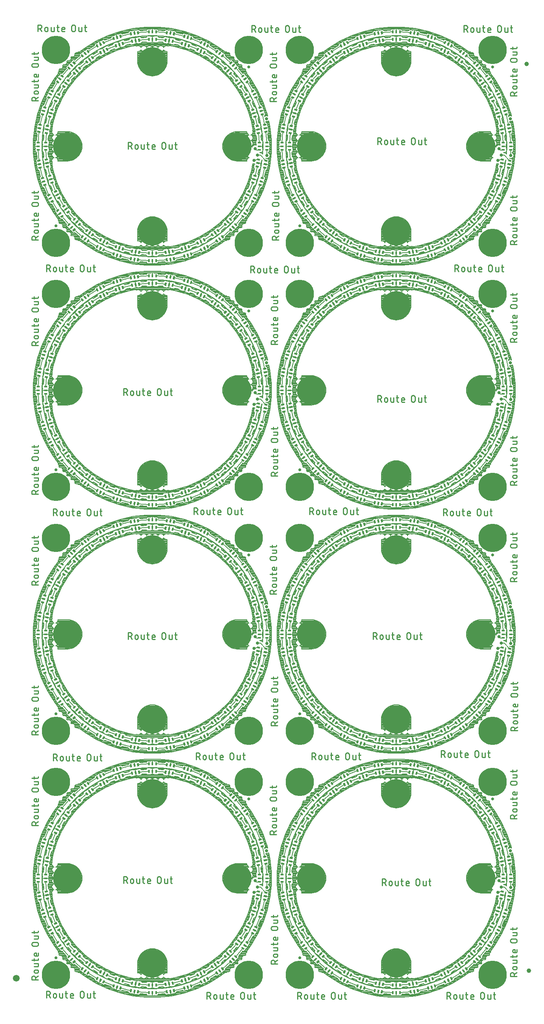
<source format=gtl>
G75*
%MOIN*%
%OFA0B0*%
%FSLAX25Y25*%
%IPPOS*%
%LPD*%
%AMOC8*
5,1,8,0,0,1.08239X$1,22.5*
%
%ADD10C,0.01100*%
%ADD11R,0.02756X0.01575*%
%ADD12R,0.01575X0.02756*%
%ADD13C,0.25000*%
%ADD14C,0.02500*%
%ADD15C,0.03937*%
%ADD16C,0.05906*%
%ADD17C,0.02900*%
%ADD18C,0.00800*%
%ADD19C,0.00700*%
D10*
X0028450Y0045450D02*
X0028450Y0047089D01*
X0028452Y0047168D01*
X0028458Y0047247D01*
X0028467Y0047326D01*
X0028481Y0047404D01*
X0028498Y0047481D01*
X0028518Y0047558D01*
X0028543Y0047633D01*
X0028571Y0047707D01*
X0028603Y0047780D01*
X0028638Y0047851D01*
X0028676Y0047920D01*
X0028718Y0047987D01*
X0028763Y0048052D01*
X0028811Y0048115D01*
X0028862Y0048176D01*
X0028916Y0048234D01*
X0028973Y0048289D01*
X0029032Y0048342D01*
X0029094Y0048391D01*
X0029158Y0048438D01*
X0029224Y0048481D01*
X0029292Y0048521D01*
X0029363Y0048558D01*
X0029434Y0048592D01*
X0029508Y0048621D01*
X0029583Y0048648D01*
X0029658Y0048670D01*
X0029735Y0048689D01*
X0029813Y0048705D01*
X0029891Y0048716D01*
X0029970Y0048724D01*
X0030049Y0048728D01*
X0030129Y0048728D01*
X0030208Y0048724D01*
X0030287Y0048716D01*
X0030365Y0048705D01*
X0030443Y0048689D01*
X0030520Y0048670D01*
X0030595Y0048648D01*
X0030670Y0048621D01*
X0030744Y0048592D01*
X0030815Y0048558D01*
X0030886Y0048521D01*
X0030954Y0048481D01*
X0031020Y0048438D01*
X0031084Y0048391D01*
X0031146Y0048342D01*
X0031205Y0048289D01*
X0031262Y0048234D01*
X0031316Y0048176D01*
X0031367Y0048115D01*
X0031415Y0048052D01*
X0031460Y0047987D01*
X0031502Y0047920D01*
X0031540Y0047851D01*
X0031575Y0047780D01*
X0031607Y0047707D01*
X0031635Y0047633D01*
X0031660Y0047558D01*
X0031680Y0047481D01*
X0031697Y0047404D01*
X0031711Y0047326D01*
X0031720Y0047247D01*
X0031726Y0047168D01*
X0031728Y0047089D01*
X0031728Y0045450D01*
X0031728Y0047417D02*
X0034350Y0048728D01*
X0033039Y0051467D02*
X0031728Y0051467D01*
X0031657Y0051469D01*
X0031586Y0051475D01*
X0031516Y0051484D01*
X0031446Y0051498D01*
X0031377Y0051515D01*
X0031309Y0051536D01*
X0031243Y0051560D01*
X0031178Y0051588D01*
X0031114Y0051620D01*
X0031052Y0051655D01*
X0030992Y0051693D01*
X0030935Y0051734D01*
X0030879Y0051779D01*
X0030826Y0051826D01*
X0030776Y0051876D01*
X0030729Y0051929D01*
X0030684Y0051985D01*
X0030643Y0052042D01*
X0030605Y0052102D01*
X0030570Y0052164D01*
X0030538Y0052228D01*
X0030510Y0052293D01*
X0030486Y0052359D01*
X0030465Y0052427D01*
X0030448Y0052496D01*
X0030434Y0052566D01*
X0030425Y0052636D01*
X0030419Y0052707D01*
X0030417Y0052778D01*
X0030419Y0052849D01*
X0030425Y0052920D01*
X0030434Y0052990D01*
X0030448Y0053060D01*
X0030465Y0053129D01*
X0030486Y0053197D01*
X0030510Y0053263D01*
X0030538Y0053328D01*
X0030570Y0053392D01*
X0030605Y0053454D01*
X0030643Y0053514D01*
X0030684Y0053571D01*
X0030729Y0053627D01*
X0030776Y0053680D01*
X0030826Y0053730D01*
X0030879Y0053777D01*
X0030935Y0053822D01*
X0030992Y0053863D01*
X0031052Y0053901D01*
X0031114Y0053936D01*
X0031178Y0053968D01*
X0031243Y0053996D01*
X0031309Y0054020D01*
X0031377Y0054041D01*
X0031446Y0054058D01*
X0031516Y0054072D01*
X0031586Y0054081D01*
X0031657Y0054087D01*
X0031728Y0054089D01*
X0033039Y0054089D01*
X0033110Y0054087D01*
X0033181Y0054081D01*
X0033251Y0054072D01*
X0033321Y0054058D01*
X0033390Y0054041D01*
X0033458Y0054020D01*
X0033524Y0053996D01*
X0033589Y0053968D01*
X0033653Y0053936D01*
X0033715Y0053901D01*
X0033775Y0053863D01*
X0033832Y0053822D01*
X0033888Y0053777D01*
X0033941Y0053730D01*
X0033991Y0053680D01*
X0034038Y0053627D01*
X0034083Y0053571D01*
X0034124Y0053514D01*
X0034162Y0053454D01*
X0034197Y0053392D01*
X0034229Y0053328D01*
X0034257Y0053263D01*
X0034281Y0053197D01*
X0034302Y0053129D01*
X0034319Y0053060D01*
X0034333Y0052990D01*
X0034342Y0052920D01*
X0034348Y0052849D01*
X0034350Y0052778D01*
X0034348Y0052707D01*
X0034342Y0052636D01*
X0034333Y0052566D01*
X0034319Y0052496D01*
X0034302Y0052427D01*
X0034281Y0052359D01*
X0034257Y0052293D01*
X0034229Y0052228D01*
X0034197Y0052164D01*
X0034162Y0052102D01*
X0034124Y0052042D01*
X0034083Y0051985D01*
X0034038Y0051929D01*
X0033991Y0051876D01*
X0033941Y0051826D01*
X0033888Y0051779D01*
X0033832Y0051734D01*
X0033775Y0051693D01*
X0033715Y0051655D01*
X0033653Y0051620D01*
X0033589Y0051588D01*
X0033524Y0051560D01*
X0033458Y0051536D01*
X0033390Y0051515D01*
X0033321Y0051498D01*
X0033251Y0051484D01*
X0033181Y0051475D01*
X0033110Y0051469D01*
X0033039Y0051467D01*
X0033367Y0057006D02*
X0030417Y0057006D01*
X0030417Y0059628D02*
X0034350Y0059628D01*
X0034350Y0057989D01*
X0034348Y0057927D01*
X0034342Y0057866D01*
X0034333Y0057805D01*
X0034319Y0057745D01*
X0034302Y0057685D01*
X0034281Y0057627D01*
X0034256Y0057570D01*
X0034228Y0057515D01*
X0034197Y0057462D01*
X0034162Y0057411D01*
X0034124Y0057362D01*
X0034084Y0057316D01*
X0034040Y0057272D01*
X0033994Y0057232D01*
X0033945Y0057194D01*
X0033894Y0057159D01*
X0033841Y0057128D01*
X0033786Y0057100D01*
X0033729Y0057075D01*
X0033671Y0057054D01*
X0033611Y0057037D01*
X0033551Y0057023D01*
X0033490Y0057014D01*
X0033429Y0057008D01*
X0033367Y0057006D01*
X0033367Y0062638D02*
X0028450Y0062638D01*
X0030417Y0061983D02*
X0030417Y0063949D01*
X0031728Y0066442D02*
X0033367Y0066442D01*
X0033429Y0066444D01*
X0033490Y0066450D01*
X0033551Y0066459D01*
X0033611Y0066473D01*
X0033671Y0066490D01*
X0033729Y0066511D01*
X0033786Y0066536D01*
X0033841Y0066564D01*
X0033894Y0066595D01*
X0033945Y0066630D01*
X0033994Y0066668D01*
X0034040Y0066708D01*
X0034084Y0066752D01*
X0034124Y0066798D01*
X0034162Y0066847D01*
X0034197Y0066898D01*
X0034228Y0066951D01*
X0034256Y0067006D01*
X0034281Y0067063D01*
X0034302Y0067121D01*
X0034319Y0067181D01*
X0034333Y0067241D01*
X0034342Y0067302D01*
X0034348Y0067363D01*
X0034350Y0067425D01*
X0034350Y0069064D01*
X0032383Y0069064D02*
X0032383Y0066442D01*
X0031728Y0066442D02*
X0031657Y0066444D01*
X0031586Y0066450D01*
X0031516Y0066459D01*
X0031446Y0066473D01*
X0031377Y0066490D01*
X0031309Y0066511D01*
X0031243Y0066535D01*
X0031178Y0066563D01*
X0031114Y0066595D01*
X0031052Y0066630D01*
X0030992Y0066668D01*
X0030935Y0066709D01*
X0030879Y0066754D01*
X0030826Y0066801D01*
X0030776Y0066851D01*
X0030729Y0066904D01*
X0030684Y0066960D01*
X0030643Y0067017D01*
X0030605Y0067077D01*
X0030570Y0067139D01*
X0030538Y0067203D01*
X0030510Y0067268D01*
X0030486Y0067334D01*
X0030465Y0067402D01*
X0030448Y0067471D01*
X0030434Y0067541D01*
X0030425Y0067611D01*
X0030419Y0067682D01*
X0030417Y0067753D01*
X0030419Y0067824D01*
X0030425Y0067895D01*
X0030434Y0067965D01*
X0030448Y0068035D01*
X0030465Y0068104D01*
X0030486Y0068172D01*
X0030510Y0068238D01*
X0030538Y0068303D01*
X0030570Y0068367D01*
X0030605Y0068429D01*
X0030643Y0068489D01*
X0030684Y0068546D01*
X0030729Y0068602D01*
X0030776Y0068655D01*
X0030826Y0068705D01*
X0030879Y0068752D01*
X0030935Y0068797D01*
X0030992Y0068838D01*
X0031052Y0068876D01*
X0031114Y0068911D01*
X0031178Y0068943D01*
X0031243Y0068971D01*
X0031309Y0068995D01*
X0031377Y0069016D01*
X0031446Y0069033D01*
X0031516Y0069047D01*
X0031586Y0069056D01*
X0031657Y0069062D01*
X0031728Y0069064D01*
X0032383Y0069064D01*
X0034350Y0063949D02*
X0034350Y0063622D01*
X0034348Y0063560D01*
X0034342Y0063499D01*
X0034333Y0063438D01*
X0034319Y0063378D01*
X0034302Y0063318D01*
X0034281Y0063260D01*
X0034256Y0063203D01*
X0034228Y0063148D01*
X0034197Y0063095D01*
X0034162Y0063044D01*
X0034124Y0062995D01*
X0034084Y0062949D01*
X0034040Y0062905D01*
X0033994Y0062865D01*
X0033945Y0062827D01*
X0033894Y0062792D01*
X0033841Y0062761D01*
X0033786Y0062733D01*
X0033729Y0062708D01*
X0033671Y0062687D01*
X0033611Y0062670D01*
X0033551Y0062656D01*
X0033490Y0062647D01*
X0033429Y0062641D01*
X0033367Y0062639D01*
X0032711Y0075140D02*
X0030089Y0075140D01*
X0030010Y0075142D01*
X0029931Y0075148D01*
X0029852Y0075157D01*
X0029774Y0075171D01*
X0029697Y0075188D01*
X0029620Y0075208D01*
X0029545Y0075233D01*
X0029471Y0075261D01*
X0029398Y0075293D01*
X0029327Y0075328D01*
X0029258Y0075366D01*
X0029191Y0075408D01*
X0029126Y0075453D01*
X0029063Y0075501D01*
X0029002Y0075552D01*
X0028944Y0075606D01*
X0028889Y0075663D01*
X0028836Y0075722D01*
X0028787Y0075784D01*
X0028740Y0075848D01*
X0028697Y0075914D01*
X0028657Y0075982D01*
X0028620Y0076053D01*
X0028586Y0076124D01*
X0028557Y0076198D01*
X0028530Y0076273D01*
X0028508Y0076348D01*
X0028489Y0076425D01*
X0028473Y0076503D01*
X0028462Y0076581D01*
X0028454Y0076660D01*
X0028450Y0076739D01*
X0028450Y0076819D01*
X0028454Y0076898D01*
X0028462Y0076977D01*
X0028473Y0077055D01*
X0028489Y0077133D01*
X0028508Y0077210D01*
X0028530Y0077285D01*
X0028557Y0077360D01*
X0028586Y0077434D01*
X0028620Y0077505D01*
X0028657Y0077576D01*
X0028697Y0077644D01*
X0028740Y0077710D01*
X0028787Y0077774D01*
X0028836Y0077836D01*
X0028889Y0077895D01*
X0028944Y0077952D01*
X0029002Y0078006D01*
X0029063Y0078057D01*
X0029126Y0078105D01*
X0029191Y0078150D01*
X0029258Y0078192D01*
X0029327Y0078230D01*
X0029398Y0078265D01*
X0029471Y0078297D01*
X0029545Y0078325D01*
X0029620Y0078350D01*
X0029697Y0078370D01*
X0029774Y0078387D01*
X0029852Y0078401D01*
X0029931Y0078410D01*
X0030010Y0078416D01*
X0030089Y0078418D01*
X0032711Y0078418D01*
X0032790Y0078416D01*
X0032869Y0078410D01*
X0032948Y0078401D01*
X0033026Y0078387D01*
X0033103Y0078370D01*
X0033180Y0078350D01*
X0033255Y0078325D01*
X0033329Y0078297D01*
X0033402Y0078265D01*
X0033473Y0078230D01*
X0033542Y0078192D01*
X0033609Y0078150D01*
X0033674Y0078105D01*
X0033737Y0078057D01*
X0033798Y0078006D01*
X0033856Y0077952D01*
X0033911Y0077895D01*
X0033964Y0077836D01*
X0034013Y0077774D01*
X0034060Y0077710D01*
X0034103Y0077644D01*
X0034143Y0077576D01*
X0034180Y0077505D01*
X0034214Y0077434D01*
X0034243Y0077360D01*
X0034270Y0077285D01*
X0034292Y0077210D01*
X0034311Y0077133D01*
X0034327Y0077055D01*
X0034338Y0076977D01*
X0034346Y0076898D01*
X0034350Y0076819D01*
X0034350Y0076739D01*
X0034346Y0076660D01*
X0034338Y0076581D01*
X0034327Y0076503D01*
X0034311Y0076425D01*
X0034292Y0076348D01*
X0034270Y0076273D01*
X0034243Y0076198D01*
X0034214Y0076124D01*
X0034180Y0076053D01*
X0034143Y0075982D01*
X0034103Y0075914D01*
X0034060Y0075848D01*
X0034013Y0075784D01*
X0033964Y0075722D01*
X0033911Y0075663D01*
X0033856Y0075606D01*
X0033798Y0075552D01*
X0033737Y0075501D01*
X0033674Y0075453D01*
X0033609Y0075408D01*
X0033542Y0075366D01*
X0033473Y0075328D01*
X0033402Y0075293D01*
X0033329Y0075261D01*
X0033255Y0075233D01*
X0033180Y0075208D01*
X0033103Y0075188D01*
X0033026Y0075171D01*
X0032948Y0075157D01*
X0032869Y0075148D01*
X0032790Y0075142D01*
X0032711Y0075140D01*
X0033367Y0081417D02*
X0030417Y0081417D01*
X0030417Y0084039D02*
X0034350Y0084039D01*
X0034350Y0082400D01*
X0034348Y0082338D01*
X0034342Y0082277D01*
X0034333Y0082216D01*
X0034319Y0082156D01*
X0034302Y0082096D01*
X0034281Y0082038D01*
X0034256Y0081981D01*
X0034228Y0081926D01*
X0034197Y0081873D01*
X0034162Y0081822D01*
X0034124Y0081773D01*
X0034084Y0081727D01*
X0034040Y0081683D01*
X0033994Y0081643D01*
X0033945Y0081605D01*
X0033894Y0081570D01*
X0033841Y0081539D01*
X0033786Y0081511D01*
X0033729Y0081486D01*
X0033671Y0081465D01*
X0033611Y0081448D01*
X0033551Y0081434D01*
X0033490Y0081425D01*
X0033429Y0081419D01*
X0033367Y0081417D01*
X0033367Y0087049D02*
X0028450Y0087049D01*
X0030417Y0086394D02*
X0030417Y0088360D01*
X0033367Y0087049D02*
X0033429Y0087051D01*
X0033490Y0087057D01*
X0033551Y0087066D01*
X0033611Y0087080D01*
X0033671Y0087097D01*
X0033729Y0087118D01*
X0033786Y0087143D01*
X0033841Y0087171D01*
X0033894Y0087202D01*
X0033945Y0087237D01*
X0033994Y0087275D01*
X0034040Y0087315D01*
X0034084Y0087359D01*
X0034124Y0087405D01*
X0034162Y0087454D01*
X0034197Y0087505D01*
X0034228Y0087558D01*
X0034256Y0087613D01*
X0034281Y0087670D01*
X0034302Y0087728D01*
X0034319Y0087788D01*
X0034333Y0087848D01*
X0034342Y0087909D01*
X0034348Y0087970D01*
X0034350Y0088032D01*
X0034350Y0088033D02*
X0034350Y0088360D01*
X0034350Y0045450D02*
X0028450Y0045450D01*
X0041450Y0035350D02*
X0043089Y0035350D01*
X0043168Y0035348D01*
X0043247Y0035342D01*
X0043326Y0035333D01*
X0043404Y0035319D01*
X0043481Y0035302D01*
X0043558Y0035282D01*
X0043633Y0035257D01*
X0043707Y0035229D01*
X0043780Y0035197D01*
X0043851Y0035162D01*
X0043920Y0035124D01*
X0043987Y0035082D01*
X0044052Y0035037D01*
X0044115Y0034989D01*
X0044176Y0034938D01*
X0044234Y0034884D01*
X0044289Y0034827D01*
X0044342Y0034768D01*
X0044391Y0034706D01*
X0044438Y0034642D01*
X0044481Y0034576D01*
X0044521Y0034508D01*
X0044558Y0034437D01*
X0044592Y0034366D01*
X0044621Y0034292D01*
X0044648Y0034217D01*
X0044670Y0034142D01*
X0044689Y0034065D01*
X0044705Y0033987D01*
X0044716Y0033909D01*
X0044724Y0033830D01*
X0044728Y0033751D01*
X0044728Y0033671D01*
X0044724Y0033592D01*
X0044716Y0033513D01*
X0044705Y0033435D01*
X0044689Y0033357D01*
X0044670Y0033280D01*
X0044648Y0033205D01*
X0044621Y0033130D01*
X0044592Y0033056D01*
X0044558Y0032985D01*
X0044521Y0032914D01*
X0044481Y0032846D01*
X0044438Y0032780D01*
X0044391Y0032716D01*
X0044342Y0032654D01*
X0044289Y0032595D01*
X0044234Y0032538D01*
X0044176Y0032484D01*
X0044115Y0032433D01*
X0044052Y0032385D01*
X0043987Y0032340D01*
X0043920Y0032298D01*
X0043851Y0032260D01*
X0043780Y0032225D01*
X0043707Y0032193D01*
X0043633Y0032165D01*
X0043558Y0032140D01*
X0043481Y0032120D01*
X0043404Y0032103D01*
X0043326Y0032089D01*
X0043247Y0032080D01*
X0043168Y0032074D01*
X0043089Y0032072D01*
X0041450Y0032072D01*
X0043417Y0032072D02*
X0044728Y0029450D01*
X0047467Y0030761D02*
X0047467Y0032072D01*
X0047469Y0032143D01*
X0047475Y0032214D01*
X0047484Y0032284D01*
X0047498Y0032354D01*
X0047515Y0032423D01*
X0047536Y0032491D01*
X0047560Y0032557D01*
X0047588Y0032622D01*
X0047620Y0032686D01*
X0047655Y0032748D01*
X0047693Y0032808D01*
X0047734Y0032865D01*
X0047779Y0032921D01*
X0047826Y0032974D01*
X0047876Y0033024D01*
X0047929Y0033071D01*
X0047985Y0033116D01*
X0048042Y0033157D01*
X0048102Y0033195D01*
X0048164Y0033230D01*
X0048228Y0033262D01*
X0048293Y0033290D01*
X0048359Y0033314D01*
X0048427Y0033335D01*
X0048496Y0033352D01*
X0048566Y0033366D01*
X0048636Y0033375D01*
X0048707Y0033381D01*
X0048778Y0033383D01*
X0048849Y0033381D01*
X0048920Y0033375D01*
X0048990Y0033366D01*
X0049060Y0033352D01*
X0049129Y0033335D01*
X0049197Y0033314D01*
X0049263Y0033290D01*
X0049328Y0033262D01*
X0049392Y0033230D01*
X0049454Y0033195D01*
X0049514Y0033157D01*
X0049571Y0033116D01*
X0049627Y0033071D01*
X0049680Y0033024D01*
X0049730Y0032974D01*
X0049777Y0032921D01*
X0049822Y0032865D01*
X0049863Y0032808D01*
X0049901Y0032748D01*
X0049936Y0032686D01*
X0049968Y0032622D01*
X0049996Y0032557D01*
X0050020Y0032491D01*
X0050041Y0032423D01*
X0050058Y0032354D01*
X0050072Y0032284D01*
X0050081Y0032214D01*
X0050087Y0032143D01*
X0050089Y0032072D01*
X0050089Y0030761D01*
X0050087Y0030690D01*
X0050081Y0030619D01*
X0050072Y0030549D01*
X0050058Y0030479D01*
X0050041Y0030410D01*
X0050020Y0030342D01*
X0049996Y0030276D01*
X0049968Y0030211D01*
X0049936Y0030147D01*
X0049901Y0030085D01*
X0049863Y0030025D01*
X0049822Y0029968D01*
X0049777Y0029912D01*
X0049730Y0029859D01*
X0049680Y0029809D01*
X0049627Y0029762D01*
X0049571Y0029717D01*
X0049514Y0029676D01*
X0049454Y0029638D01*
X0049392Y0029603D01*
X0049328Y0029571D01*
X0049263Y0029543D01*
X0049197Y0029519D01*
X0049129Y0029498D01*
X0049060Y0029481D01*
X0048990Y0029467D01*
X0048920Y0029458D01*
X0048849Y0029452D01*
X0048778Y0029450D01*
X0048707Y0029452D01*
X0048636Y0029458D01*
X0048566Y0029467D01*
X0048496Y0029481D01*
X0048427Y0029498D01*
X0048359Y0029519D01*
X0048293Y0029543D01*
X0048228Y0029571D01*
X0048164Y0029603D01*
X0048102Y0029638D01*
X0048042Y0029676D01*
X0047985Y0029717D01*
X0047929Y0029762D01*
X0047876Y0029809D01*
X0047826Y0029859D01*
X0047779Y0029912D01*
X0047734Y0029968D01*
X0047693Y0030025D01*
X0047655Y0030085D01*
X0047620Y0030147D01*
X0047588Y0030211D01*
X0047560Y0030276D01*
X0047536Y0030342D01*
X0047515Y0030410D01*
X0047498Y0030479D01*
X0047484Y0030549D01*
X0047475Y0030619D01*
X0047469Y0030690D01*
X0047467Y0030761D01*
X0053006Y0030433D02*
X0053006Y0033383D01*
X0055628Y0033383D02*
X0055628Y0029450D01*
X0053989Y0029450D01*
X0053927Y0029452D01*
X0053866Y0029458D01*
X0053805Y0029467D01*
X0053745Y0029481D01*
X0053685Y0029498D01*
X0053627Y0029519D01*
X0053570Y0029544D01*
X0053515Y0029572D01*
X0053462Y0029603D01*
X0053411Y0029638D01*
X0053362Y0029676D01*
X0053316Y0029716D01*
X0053272Y0029760D01*
X0053232Y0029806D01*
X0053194Y0029855D01*
X0053159Y0029906D01*
X0053128Y0029959D01*
X0053100Y0030014D01*
X0053075Y0030071D01*
X0053054Y0030129D01*
X0053037Y0030189D01*
X0053023Y0030249D01*
X0053014Y0030310D01*
X0053008Y0030371D01*
X0053006Y0030433D01*
X0057983Y0033383D02*
X0059949Y0033383D01*
X0058638Y0035350D02*
X0058638Y0030433D01*
X0058639Y0030433D02*
X0058641Y0030371D01*
X0058647Y0030310D01*
X0058656Y0030249D01*
X0058670Y0030189D01*
X0058687Y0030129D01*
X0058708Y0030071D01*
X0058733Y0030014D01*
X0058761Y0029959D01*
X0058792Y0029906D01*
X0058827Y0029855D01*
X0058865Y0029806D01*
X0058905Y0029760D01*
X0058949Y0029716D01*
X0058995Y0029676D01*
X0059044Y0029638D01*
X0059095Y0029603D01*
X0059148Y0029572D01*
X0059203Y0029544D01*
X0059260Y0029519D01*
X0059318Y0029498D01*
X0059378Y0029481D01*
X0059438Y0029467D01*
X0059499Y0029458D01*
X0059560Y0029452D01*
X0059622Y0029450D01*
X0059949Y0029450D01*
X0062442Y0030433D02*
X0062442Y0032072D01*
X0062442Y0031417D02*
X0065064Y0031417D01*
X0065064Y0032072D01*
X0065062Y0032143D01*
X0065056Y0032214D01*
X0065047Y0032284D01*
X0065033Y0032354D01*
X0065016Y0032423D01*
X0064995Y0032491D01*
X0064971Y0032557D01*
X0064943Y0032622D01*
X0064911Y0032686D01*
X0064876Y0032748D01*
X0064838Y0032808D01*
X0064797Y0032865D01*
X0064752Y0032921D01*
X0064705Y0032974D01*
X0064655Y0033024D01*
X0064602Y0033071D01*
X0064546Y0033116D01*
X0064489Y0033157D01*
X0064429Y0033195D01*
X0064367Y0033230D01*
X0064303Y0033262D01*
X0064238Y0033290D01*
X0064172Y0033314D01*
X0064104Y0033335D01*
X0064035Y0033352D01*
X0063965Y0033366D01*
X0063895Y0033375D01*
X0063824Y0033381D01*
X0063753Y0033383D01*
X0063682Y0033381D01*
X0063611Y0033375D01*
X0063541Y0033366D01*
X0063471Y0033352D01*
X0063402Y0033335D01*
X0063334Y0033314D01*
X0063268Y0033290D01*
X0063203Y0033262D01*
X0063139Y0033230D01*
X0063077Y0033195D01*
X0063017Y0033157D01*
X0062960Y0033116D01*
X0062904Y0033071D01*
X0062851Y0033024D01*
X0062801Y0032974D01*
X0062754Y0032921D01*
X0062709Y0032865D01*
X0062668Y0032808D01*
X0062630Y0032748D01*
X0062595Y0032686D01*
X0062563Y0032622D01*
X0062535Y0032557D01*
X0062511Y0032491D01*
X0062490Y0032423D01*
X0062473Y0032354D01*
X0062459Y0032284D01*
X0062450Y0032214D01*
X0062444Y0032143D01*
X0062442Y0032072D01*
X0062442Y0030433D02*
X0062444Y0030371D01*
X0062450Y0030310D01*
X0062459Y0030249D01*
X0062473Y0030189D01*
X0062490Y0030129D01*
X0062511Y0030071D01*
X0062536Y0030014D01*
X0062564Y0029959D01*
X0062595Y0029906D01*
X0062630Y0029855D01*
X0062668Y0029806D01*
X0062708Y0029760D01*
X0062752Y0029716D01*
X0062798Y0029676D01*
X0062847Y0029638D01*
X0062898Y0029603D01*
X0062951Y0029572D01*
X0063006Y0029544D01*
X0063063Y0029519D01*
X0063121Y0029498D01*
X0063181Y0029481D01*
X0063241Y0029467D01*
X0063302Y0029458D01*
X0063363Y0029452D01*
X0063425Y0029450D01*
X0065064Y0029450D01*
X0071140Y0031089D02*
X0071140Y0033711D01*
X0071142Y0033790D01*
X0071148Y0033869D01*
X0071157Y0033948D01*
X0071171Y0034026D01*
X0071188Y0034103D01*
X0071208Y0034180D01*
X0071233Y0034255D01*
X0071261Y0034329D01*
X0071293Y0034402D01*
X0071328Y0034473D01*
X0071366Y0034542D01*
X0071408Y0034609D01*
X0071453Y0034674D01*
X0071501Y0034737D01*
X0071552Y0034798D01*
X0071606Y0034856D01*
X0071663Y0034911D01*
X0071722Y0034964D01*
X0071784Y0035013D01*
X0071848Y0035060D01*
X0071914Y0035103D01*
X0071982Y0035143D01*
X0072053Y0035180D01*
X0072124Y0035214D01*
X0072198Y0035243D01*
X0072273Y0035270D01*
X0072348Y0035292D01*
X0072425Y0035311D01*
X0072503Y0035327D01*
X0072581Y0035338D01*
X0072660Y0035346D01*
X0072739Y0035350D01*
X0072819Y0035350D01*
X0072898Y0035346D01*
X0072977Y0035338D01*
X0073055Y0035327D01*
X0073133Y0035311D01*
X0073210Y0035292D01*
X0073285Y0035270D01*
X0073360Y0035243D01*
X0073434Y0035214D01*
X0073505Y0035180D01*
X0073576Y0035143D01*
X0073644Y0035103D01*
X0073710Y0035060D01*
X0073774Y0035013D01*
X0073836Y0034964D01*
X0073895Y0034911D01*
X0073952Y0034856D01*
X0074006Y0034798D01*
X0074057Y0034737D01*
X0074105Y0034674D01*
X0074150Y0034609D01*
X0074192Y0034542D01*
X0074230Y0034473D01*
X0074265Y0034402D01*
X0074297Y0034329D01*
X0074325Y0034255D01*
X0074350Y0034180D01*
X0074370Y0034103D01*
X0074387Y0034026D01*
X0074401Y0033948D01*
X0074410Y0033869D01*
X0074416Y0033790D01*
X0074418Y0033711D01*
X0074418Y0031089D01*
X0074416Y0031010D01*
X0074410Y0030931D01*
X0074401Y0030852D01*
X0074387Y0030774D01*
X0074370Y0030697D01*
X0074350Y0030620D01*
X0074325Y0030545D01*
X0074297Y0030471D01*
X0074265Y0030398D01*
X0074230Y0030327D01*
X0074192Y0030258D01*
X0074150Y0030191D01*
X0074105Y0030126D01*
X0074057Y0030063D01*
X0074006Y0030002D01*
X0073952Y0029944D01*
X0073895Y0029889D01*
X0073836Y0029836D01*
X0073774Y0029787D01*
X0073710Y0029740D01*
X0073644Y0029697D01*
X0073576Y0029657D01*
X0073505Y0029620D01*
X0073434Y0029586D01*
X0073360Y0029557D01*
X0073285Y0029530D01*
X0073210Y0029508D01*
X0073133Y0029489D01*
X0073055Y0029473D01*
X0072977Y0029462D01*
X0072898Y0029454D01*
X0072819Y0029450D01*
X0072739Y0029450D01*
X0072660Y0029454D01*
X0072581Y0029462D01*
X0072503Y0029473D01*
X0072425Y0029489D01*
X0072348Y0029508D01*
X0072273Y0029530D01*
X0072198Y0029557D01*
X0072124Y0029586D01*
X0072053Y0029620D01*
X0071982Y0029657D01*
X0071914Y0029697D01*
X0071848Y0029740D01*
X0071784Y0029787D01*
X0071722Y0029836D01*
X0071663Y0029889D01*
X0071606Y0029944D01*
X0071552Y0030002D01*
X0071501Y0030063D01*
X0071453Y0030126D01*
X0071408Y0030191D01*
X0071366Y0030258D01*
X0071328Y0030327D01*
X0071293Y0030398D01*
X0071261Y0030471D01*
X0071233Y0030545D01*
X0071208Y0030620D01*
X0071188Y0030697D01*
X0071171Y0030774D01*
X0071157Y0030852D01*
X0071148Y0030931D01*
X0071142Y0031010D01*
X0071140Y0031089D01*
X0077417Y0030433D02*
X0077417Y0033383D01*
X0080039Y0033383D02*
X0080039Y0029450D01*
X0078400Y0029450D01*
X0078338Y0029452D01*
X0078277Y0029458D01*
X0078216Y0029467D01*
X0078156Y0029481D01*
X0078096Y0029498D01*
X0078038Y0029519D01*
X0077981Y0029544D01*
X0077926Y0029572D01*
X0077873Y0029603D01*
X0077822Y0029638D01*
X0077773Y0029676D01*
X0077727Y0029716D01*
X0077683Y0029760D01*
X0077643Y0029806D01*
X0077605Y0029855D01*
X0077570Y0029906D01*
X0077539Y0029959D01*
X0077511Y0030014D01*
X0077486Y0030071D01*
X0077465Y0030129D01*
X0077448Y0030189D01*
X0077434Y0030249D01*
X0077425Y0030310D01*
X0077419Y0030371D01*
X0077417Y0030433D01*
X0082394Y0033383D02*
X0084360Y0033383D01*
X0083049Y0035350D02*
X0083049Y0030433D01*
X0083050Y0030433D02*
X0083052Y0030371D01*
X0083058Y0030310D01*
X0083067Y0030249D01*
X0083081Y0030189D01*
X0083098Y0030129D01*
X0083119Y0030071D01*
X0083144Y0030014D01*
X0083172Y0029959D01*
X0083203Y0029906D01*
X0083238Y0029855D01*
X0083276Y0029806D01*
X0083316Y0029760D01*
X0083360Y0029716D01*
X0083406Y0029676D01*
X0083455Y0029638D01*
X0083506Y0029603D01*
X0083559Y0029572D01*
X0083614Y0029544D01*
X0083671Y0029519D01*
X0083729Y0029498D01*
X0083789Y0029481D01*
X0083849Y0029467D01*
X0083910Y0029458D01*
X0083971Y0029452D01*
X0084033Y0029450D01*
X0084360Y0029450D01*
X0041450Y0029450D02*
X0041450Y0035350D01*
X0109440Y0130450D02*
X0109440Y0136350D01*
X0111079Y0136350D01*
X0111158Y0136348D01*
X0111237Y0136342D01*
X0111316Y0136333D01*
X0111394Y0136319D01*
X0111471Y0136302D01*
X0111548Y0136282D01*
X0111623Y0136257D01*
X0111697Y0136229D01*
X0111770Y0136197D01*
X0111841Y0136162D01*
X0111910Y0136124D01*
X0111977Y0136082D01*
X0112042Y0136037D01*
X0112105Y0135989D01*
X0112166Y0135938D01*
X0112224Y0135884D01*
X0112279Y0135827D01*
X0112332Y0135768D01*
X0112381Y0135706D01*
X0112428Y0135642D01*
X0112471Y0135576D01*
X0112511Y0135508D01*
X0112548Y0135437D01*
X0112582Y0135366D01*
X0112611Y0135292D01*
X0112638Y0135217D01*
X0112660Y0135142D01*
X0112679Y0135065D01*
X0112695Y0134987D01*
X0112706Y0134909D01*
X0112714Y0134830D01*
X0112718Y0134751D01*
X0112718Y0134671D01*
X0112714Y0134592D01*
X0112706Y0134513D01*
X0112695Y0134435D01*
X0112679Y0134357D01*
X0112660Y0134280D01*
X0112638Y0134205D01*
X0112611Y0134130D01*
X0112582Y0134056D01*
X0112548Y0133985D01*
X0112511Y0133914D01*
X0112471Y0133846D01*
X0112428Y0133780D01*
X0112381Y0133716D01*
X0112332Y0133654D01*
X0112279Y0133595D01*
X0112224Y0133538D01*
X0112166Y0133484D01*
X0112105Y0133433D01*
X0112042Y0133385D01*
X0111977Y0133340D01*
X0111910Y0133298D01*
X0111841Y0133260D01*
X0111770Y0133225D01*
X0111697Y0133193D01*
X0111623Y0133165D01*
X0111548Y0133140D01*
X0111471Y0133120D01*
X0111394Y0133103D01*
X0111316Y0133089D01*
X0111237Y0133080D01*
X0111158Y0133074D01*
X0111079Y0133072D01*
X0109440Y0133072D01*
X0111406Y0133072D02*
X0112717Y0130450D01*
X0115457Y0131761D02*
X0115457Y0133072D01*
X0115459Y0133143D01*
X0115465Y0133214D01*
X0115474Y0133284D01*
X0115488Y0133354D01*
X0115505Y0133423D01*
X0115526Y0133491D01*
X0115550Y0133557D01*
X0115578Y0133622D01*
X0115610Y0133686D01*
X0115645Y0133748D01*
X0115683Y0133808D01*
X0115724Y0133865D01*
X0115769Y0133921D01*
X0115816Y0133974D01*
X0115866Y0134024D01*
X0115919Y0134071D01*
X0115975Y0134116D01*
X0116032Y0134157D01*
X0116092Y0134195D01*
X0116154Y0134230D01*
X0116218Y0134262D01*
X0116283Y0134290D01*
X0116349Y0134314D01*
X0116417Y0134335D01*
X0116486Y0134352D01*
X0116556Y0134366D01*
X0116626Y0134375D01*
X0116697Y0134381D01*
X0116768Y0134383D01*
X0116839Y0134381D01*
X0116910Y0134375D01*
X0116980Y0134366D01*
X0117050Y0134352D01*
X0117119Y0134335D01*
X0117187Y0134314D01*
X0117253Y0134290D01*
X0117318Y0134262D01*
X0117382Y0134230D01*
X0117444Y0134195D01*
X0117504Y0134157D01*
X0117561Y0134116D01*
X0117617Y0134071D01*
X0117670Y0134024D01*
X0117720Y0133974D01*
X0117767Y0133921D01*
X0117812Y0133865D01*
X0117853Y0133808D01*
X0117891Y0133748D01*
X0117926Y0133686D01*
X0117958Y0133622D01*
X0117986Y0133557D01*
X0118010Y0133491D01*
X0118031Y0133423D01*
X0118048Y0133354D01*
X0118062Y0133284D01*
X0118071Y0133214D01*
X0118077Y0133143D01*
X0118079Y0133072D01*
X0118079Y0131761D01*
X0118077Y0131690D01*
X0118071Y0131619D01*
X0118062Y0131549D01*
X0118048Y0131479D01*
X0118031Y0131410D01*
X0118010Y0131342D01*
X0117986Y0131276D01*
X0117958Y0131211D01*
X0117926Y0131147D01*
X0117891Y0131085D01*
X0117853Y0131025D01*
X0117812Y0130968D01*
X0117767Y0130912D01*
X0117720Y0130859D01*
X0117670Y0130809D01*
X0117617Y0130762D01*
X0117561Y0130717D01*
X0117504Y0130676D01*
X0117444Y0130638D01*
X0117382Y0130603D01*
X0117318Y0130571D01*
X0117253Y0130543D01*
X0117187Y0130519D01*
X0117119Y0130498D01*
X0117050Y0130481D01*
X0116980Y0130467D01*
X0116910Y0130458D01*
X0116839Y0130452D01*
X0116768Y0130450D01*
X0116697Y0130452D01*
X0116626Y0130458D01*
X0116556Y0130467D01*
X0116486Y0130481D01*
X0116417Y0130498D01*
X0116349Y0130519D01*
X0116283Y0130543D01*
X0116218Y0130571D01*
X0116154Y0130603D01*
X0116092Y0130638D01*
X0116032Y0130676D01*
X0115975Y0130717D01*
X0115919Y0130762D01*
X0115866Y0130809D01*
X0115816Y0130859D01*
X0115769Y0130912D01*
X0115724Y0130968D01*
X0115683Y0131025D01*
X0115645Y0131085D01*
X0115610Y0131147D01*
X0115578Y0131211D01*
X0115550Y0131276D01*
X0115526Y0131342D01*
X0115505Y0131410D01*
X0115488Y0131479D01*
X0115474Y0131549D01*
X0115465Y0131619D01*
X0115459Y0131690D01*
X0115457Y0131761D01*
X0120996Y0131433D02*
X0120996Y0134383D01*
X0123618Y0134383D02*
X0123618Y0130450D01*
X0121979Y0130450D01*
X0121917Y0130452D01*
X0121856Y0130458D01*
X0121795Y0130467D01*
X0121735Y0130481D01*
X0121675Y0130498D01*
X0121617Y0130519D01*
X0121560Y0130544D01*
X0121505Y0130572D01*
X0121452Y0130603D01*
X0121401Y0130638D01*
X0121352Y0130676D01*
X0121306Y0130716D01*
X0121262Y0130760D01*
X0121222Y0130806D01*
X0121184Y0130855D01*
X0121149Y0130906D01*
X0121118Y0130959D01*
X0121090Y0131014D01*
X0121065Y0131071D01*
X0121044Y0131129D01*
X0121027Y0131189D01*
X0121013Y0131249D01*
X0121004Y0131310D01*
X0120998Y0131371D01*
X0120996Y0131433D01*
X0125972Y0134383D02*
X0127939Y0134383D01*
X0126628Y0136350D02*
X0126628Y0131433D01*
X0126630Y0131371D01*
X0126636Y0131310D01*
X0126645Y0131249D01*
X0126659Y0131189D01*
X0126676Y0131129D01*
X0126697Y0131071D01*
X0126722Y0131014D01*
X0126750Y0130959D01*
X0126781Y0130906D01*
X0126816Y0130855D01*
X0126854Y0130806D01*
X0126894Y0130760D01*
X0126938Y0130716D01*
X0126984Y0130676D01*
X0127033Y0130638D01*
X0127084Y0130603D01*
X0127137Y0130572D01*
X0127192Y0130544D01*
X0127249Y0130519D01*
X0127307Y0130498D01*
X0127367Y0130481D01*
X0127427Y0130467D01*
X0127488Y0130458D01*
X0127549Y0130452D01*
X0127611Y0130450D01*
X0127939Y0130450D01*
X0130432Y0131433D02*
X0130432Y0133072D01*
X0130432Y0132417D02*
X0133054Y0132417D01*
X0133054Y0133072D01*
X0133052Y0133143D01*
X0133046Y0133214D01*
X0133037Y0133284D01*
X0133023Y0133354D01*
X0133006Y0133423D01*
X0132985Y0133491D01*
X0132961Y0133557D01*
X0132933Y0133622D01*
X0132901Y0133686D01*
X0132866Y0133748D01*
X0132828Y0133808D01*
X0132787Y0133865D01*
X0132742Y0133921D01*
X0132695Y0133974D01*
X0132645Y0134024D01*
X0132592Y0134071D01*
X0132536Y0134116D01*
X0132479Y0134157D01*
X0132419Y0134195D01*
X0132357Y0134230D01*
X0132293Y0134262D01*
X0132228Y0134290D01*
X0132162Y0134314D01*
X0132094Y0134335D01*
X0132025Y0134352D01*
X0131955Y0134366D01*
X0131885Y0134375D01*
X0131814Y0134381D01*
X0131743Y0134383D01*
X0131672Y0134381D01*
X0131601Y0134375D01*
X0131531Y0134366D01*
X0131461Y0134352D01*
X0131392Y0134335D01*
X0131324Y0134314D01*
X0131258Y0134290D01*
X0131193Y0134262D01*
X0131129Y0134230D01*
X0131067Y0134195D01*
X0131007Y0134157D01*
X0130950Y0134116D01*
X0130894Y0134071D01*
X0130841Y0134024D01*
X0130791Y0133974D01*
X0130744Y0133921D01*
X0130699Y0133865D01*
X0130658Y0133808D01*
X0130620Y0133748D01*
X0130585Y0133686D01*
X0130553Y0133622D01*
X0130525Y0133557D01*
X0130501Y0133491D01*
X0130480Y0133423D01*
X0130463Y0133354D01*
X0130449Y0133284D01*
X0130440Y0133214D01*
X0130434Y0133143D01*
X0130432Y0133072D01*
X0130432Y0131433D02*
X0130434Y0131371D01*
X0130440Y0131310D01*
X0130449Y0131249D01*
X0130463Y0131189D01*
X0130480Y0131129D01*
X0130501Y0131071D01*
X0130526Y0131014D01*
X0130554Y0130959D01*
X0130585Y0130906D01*
X0130620Y0130855D01*
X0130658Y0130806D01*
X0130698Y0130760D01*
X0130742Y0130716D01*
X0130788Y0130676D01*
X0130837Y0130638D01*
X0130888Y0130603D01*
X0130941Y0130572D01*
X0130996Y0130544D01*
X0131053Y0130519D01*
X0131111Y0130498D01*
X0131171Y0130481D01*
X0131231Y0130467D01*
X0131292Y0130458D01*
X0131353Y0130452D01*
X0131415Y0130450D01*
X0133054Y0130450D01*
X0139130Y0132089D02*
X0139130Y0134711D01*
X0139132Y0134790D01*
X0139138Y0134869D01*
X0139147Y0134948D01*
X0139161Y0135026D01*
X0139178Y0135103D01*
X0139198Y0135180D01*
X0139223Y0135255D01*
X0139251Y0135329D01*
X0139283Y0135402D01*
X0139318Y0135473D01*
X0139356Y0135542D01*
X0139398Y0135609D01*
X0139443Y0135674D01*
X0139491Y0135737D01*
X0139542Y0135798D01*
X0139596Y0135856D01*
X0139653Y0135911D01*
X0139712Y0135964D01*
X0139774Y0136013D01*
X0139838Y0136060D01*
X0139904Y0136103D01*
X0139972Y0136143D01*
X0140043Y0136180D01*
X0140114Y0136214D01*
X0140188Y0136243D01*
X0140263Y0136270D01*
X0140338Y0136292D01*
X0140415Y0136311D01*
X0140493Y0136327D01*
X0140571Y0136338D01*
X0140650Y0136346D01*
X0140729Y0136350D01*
X0140809Y0136350D01*
X0140888Y0136346D01*
X0140967Y0136338D01*
X0141045Y0136327D01*
X0141123Y0136311D01*
X0141200Y0136292D01*
X0141275Y0136270D01*
X0141350Y0136243D01*
X0141424Y0136214D01*
X0141495Y0136180D01*
X0141566Y0136143D01*
X0141634Y0136103D01*
X0141700Y0136060D01*
X0141764Y0136013D01*
X0141826Y0135964D01*
X0141885Y0135911D01*
X0141942Y0135856D01*
X0141996Y0135798D01*
X0142047Y0135737D01*
X0142095Y0135674D01*
X0142140Y0135609D01*
X0142182Y0135542D01*
X0142220Y0135473D01*
X0142255Y0135402D01*
X0142287Y0135329D01*
X0142315Y0135255D01*
X0142340Y0135180D01*
X0142360Y0135103D01*
X0142377Y0135026D01*
X0142391Y0134948D01*
X0142400Y0134869D01*
X0142406Y0134790D01*
X0142408Y0134711D01*
X0142408Y0132089D01*
X0142406Y0132010D01*
X0142400Y0131931D01*
X0142391Y0131852D01*
X0142377Y0131774D01*
X0142360Y0131697D01*
X0142340Y0131620D01*
X0142315Y0131545D01*
X0142287Y0131471D01*
X0142255Y0131398D01*
X0142220Y0131327D01*
X0142182Y0131258D01*
X0142140Y0131191D01*
X0142095Y0131126D01*
X0142047Y0131063D01*
X0141996Y0131002D01*
X0141942Y0130944D01*
X0141885Y0130889D01*
X0141826Y0130836D01*
X0141764Y0130787D01*
X0141700Y0130740D01*
X0141634Y0130697D01*
X0141566Y0130657D01*
X0141495Y0130620D01*
X0141424Y0130586D01*
X0141350Y0130557D01*
X0141275Y0130530D01*
X0141200Y0130508D01*
X0141123Y0130489D01*
X0141045Y0130473D01*
X0140967Y0130462D01*
X0140888Y0130454D01*
X0140809Y0130450D01*
X0140729Y0130450D01*
X0140650Y0130454D01*
X0140571Y0130462D01*
X0140493Y0130473D01*
X0140415Y0130489D01*
X0140338Y0130508D01*
X0140263Y0130530D01*
X0140188Y0130557D01*
X0140114Y0130586D01*
X0140043Y0130620D01*
X0139972Y0130657D01*
X0139904Y0130697D01*
X0139838Y0130740D01*
X0139774Y0130787D01*
X0139712Y0130836D01*
X0139653Y0130889D01*
X0139596Y0130944D01*
X0139542Y0131002D01*
X0139491Y0131063D01*
X0139443Y0131126D01*
X0139398Y0131191D01*
X0139356Y0131258D01*
X0139318Y0131327D01*
X0139283Y0131398D01*
X0139251Y0131471D01*
X0139223Y0131545D01*
X0139198Y0131620D01*
X0139178Y0131697D01*
X0139161Y0131774D01*
X0139147Y0131852D01*
X0139138Y0131931D01*
X0139132Y0132010D01*
X0139130Y0132089D01*
X0145406Y0131433D02*
X0145406Y0134383D01*
X0148029Y0134383D02*
X0148029Y0130450D01*
X0146390Y0130450D01*
X0146328Y0130452D01*
X0146267Y0130458D01*
X0146206Y0130467D01*
X0146146Y0130481D01*
X0146086Y0130498D01*
X0146028Y0130519D01*
X0145971Y0130544D01*
X0145916Y0130572D01*
X0145863Y0130603D01*
X0145812Y0130638D01*
X0145763Y0130676D01*
X0145717Y0130716D01*
X0145673Y0130760D01*
X0145633Y0130806D01*
X0145595Y0130855D01*
X0145560Y0130906D01*
X0145529Y0130959D01*
X0145501Y0131014D01*
X0145476Y0131071D01*
X0145455Y0131129D01*
X0145438Y0131189D01*
X0145424Y0131249D01*
X0145415Y0131310D01*
X0145409Y0131371D01*
X0145407Y0131433D01*
X0151039Y0131433D02*
X0151039Y0136350D01*
X0150383Y0134383D02*
X0152350Y0134383D01*
X0151039Y0131433D02*
X0151041Y0131371D01*
X0151047Y0131310D01*
X0151056Y0131249D01*
X0151070Y0131189D01*
X0151087Y0131129D01*
X0151108Y0131071D01*
X0151133Y0131014D01*
X0151161Y0130959D01*
X0151192Y0130906D01*
X0151227Y0130855D01*
X0151265Y0130806D01*
X0151305Y0130760D01*
X0151349Y0130716D01*
X0151395Y0130676D01*
X0151444Y0130638D01*
X0151495Y0130603D01*
X0151548Y0130572D01*
X0151603Y0130544D01*
X0151660Y0130519D01*
X0151718Y0130498D01*
X0151778Y0130481D01*
X0151838Y0130467D01*
X0151899Y0130458D01*
X0151960Y0130452D01*
X0152022Y0130450D01*
X0152350Y0130450D01*
X0182950Y0034350D02*
X0184589Y0034350D01*
X0184668Y0034348D01*
X0184747Y0034342D01*
X0184826Y0034333D01*
X0184904Y0034319D01*
X0184981Y0034302D01*
X0185058Y0034282D01*
X0185133Y0034257D01*
X0185207Y0034229D01*
X0185280Y0034197D01*
X0185351Y0034162D01*
X0185420Y0034124D01*
X0185487Y0034082D01*
X0185552Y0034037D01*
X0185615Y0033989D01*
X0185676Y0033938D01*
X0185734Y0033884D01*
X0185789Y0033827D01*
X0185842Y0033768D01*
X0185891Y0033706D01*
X0185938Y0033642D01*
X0185981Y0033576D01*
X0186021Y0033508D01*
X0186058Y0033437D01*
X0186092Y0033366D01*
X0186121Y0033292D01*
X0186148Y0033217D01*
X0186170Y0033142D01*
X0186189Y0033065D01*
X0186205Y0032987D01*
X0186216Y0032909D01*
X0186224Y0032830D01*
X0186228Y0032751D01*
X0186228Y0032671D01*
X0186224Y0032592D01*
X0186216Y0032513D01*
X0186205Y0032435D01*
X0186189Y0032357D01*
X0186170Y0032280D01*
X0186148Y0032205D01*
X0186121Y0032130D01*
X0186092Y0032056D01*
X0186058Y0031985D01*
X0186021Y0031914D01*
X0185981Y0031846D01*
X0185938Y0031780D01*
X0185891Y0031716D01*
X0185842Y0031654D01*
X0185789Y0031595D01*
X0185734Y0031538D01*
X0185676Y0031484D01*
X0185615Y0031433D01*
X0185552Y0031385D01*
X0185487Y0031340D01*
X0185420Y0031298D01*
X0185351Y0031260D01*
X0185280Y0031225D01*
X0185207Y0031193D01*
X0185133Y0031165D01*
X0185058Y0031140D01*
X0184981Y0031120D01*
X0184904Y0031103D01*
X0184826Y0031089D01*
X0184747Y0031080D01*
X0184668Y0031074D01*
X0184589Y0031072D01*
X0182950Y0031072D01*
X0184917Y0031072D02*
X0186228Y0028450D01*
X0188967Y0029761D02*
X0188967Y0031072D01*
X0188969Y0031143D01*
X0188975Y0031214D01*
X0188984Y0031284D01*
X0188998Y0031354D01*
X0189015Y0031423D01*
X0189036Y0031491D01*
X0189060Y0031557D01*
X0189088Y0031622D01*
X0189120Y0031686D01*
X0189155Y0031748D01*
X0189193Y0031808D01*
X0189234Y0031865D01*
X0189279Y0031921D01*
X0189326Y0031974D01*
X0189376Y0032024D01*
X0189429Y0032071D01*
X0189485Y0032116D01*
X0189542Y0032157D01*
X0189602Y0032195D01*
X0189664Y0032230D01*
X0189728Y0032262D01*
X0189793Y0032290D01*
X0189859Y0032314D01*
X0189927Y0032335D01*
X0189996Y0032352D01*
X0190066Y0032366D01*
X0190136Y0032375D01*
X0190207Y0032381D01*
X0190278Y0032383D01*
X0190349Y0032381D01*
X0190420Y0032375D01*
X0190490Y0032366D01*
X0190560Y0032352D01*
X0190629Y0032335D01*
X0190697Y0032314D01*
X0190763Y0032290D01*
X0190828Y0032262D01*
X0190892Y0032230D01*
X0190954Y0032195D01*
X0191014Y0032157D01*
X0191071Y0032116D01*
X0191127Y0032071D01*
X0191180Y0032024D01*
X0191230Y0031974D01*
X0191277Y0031921D01*
X0191322Y0031865D01*
X0191363Y0031808D01*
X0191401Y0031748D01*
X0191436Y0031686D01*
X0191468Y0031622D01*
X0191496Y0031557D01*
X0191520Y0031491D01*
X0191541Y0031423D01*
X0191558Y0031354D01*
X0191572Y0031284D01*
X0191581Y0031214D01*
X0191587Y0031143D01*
X0191589Y0031072D01*
X0191589Y0029761D01*
X0191587Y0029690D01*
X0191581Y0029619D01*
X0191572Y0029549D01*
X0191558Y0029479D01*
X0191541Y0029410D01*
X0191520Y0029342D01*
X0191496Y0029276D01*
X0191468Y0029211D01*
X0191436Y0029147D01*
X0191401Y0029085D01*
X0191363Y0029025D01*
X0191322Y0028968D01*
X0191277Y0028912D01*
X0191230Y0028859D01*
X0191180Y0028809D01*
X0191127Y0028762D01*
X0191071Y0028717D01*
X0191014Y0028676D01*
X0190954Y0028638D01*
X0190892Y0028603D01*
X0190828Y0028571D01*
X0190763Y0028543D01*
X0190697Y0028519D01*
X0190629Y0028498D01*
X0190560Y0028481D01*
X0190490Y0028467D01*
X0190420Y0028458D01*
X0190349Y0028452D01*
X0190278Y0028450D01*
X0190207Y0028452D01*
X0190136Y0028458D01*
X0190066Y0028467D01*
X0189996Y0028481D01*
X0189927Y0028498D01*
X0189859Y0028519D01*
X0189793Y0028543D01*
X0189728Y0028571D01*
X0189664Y0028603D01*
X0189602Y0028638D01*
X0189542Y0028676D01*
X0189485Y0028717D01*
X0189429Y0028762D01*
X0189376Y0028809D01*
X0189326Y0028859D01*
X0189279Y0028912D01*
X0189234Y0028968D01*
X0189193Y0029025D01*
X0189155Y0029085D01*
X0189120Y0029147D01*
X0189088Y0029211D01*
X0189060Y0029276D01*
X0189036Y0029342D01*
X0189015Y0029410D01*
X0188998Y0029479D01*
X0188984Y0029549D01*
X0188975Y0029619D01*
X0188969Y0029690D01*
X0188967Y0029761D01*
X0182950Y0028450D02*
X0182950Y0034350D01*
X0194506Y0032383D02*
X0194506Y0029433D01*
X0194508Y0029371D01*
X0194514Y0029310D01*
X0194523Y0029249D01*
X0194537Y0029189D01*
X0194554Y0029129D01*
X0194575Y0029071D01*
X0194600Y0029014D01*
X0194628Y0028959D01*
X0194659Y0028906D01*
X0194694Y0028855D01*
X0194732Y0028806D01*
X0194772Y0028760D01*
X0194816Y0028716D01*
X0194862Y0028676D01*
X0194911Y0028638D01*
X0194962Y0028603D01*
X0195015Y0028572D01*
X0195070Y0028544D01*
X0195127Y0028519D01*
X0195185Y0028498D01*
X0195245Y0028481D01*
X0195305Y0028467D01*
X0195366Y0028458D01*
X0195427Y0028452D01*
X0195489Y0028450D01*
X0197128Y0028450D01*
X0197128Y0032383D01*
X0199483Y0032383D02*
X0201449Y0032383D01*
X0200138Y0034350D02*
X0200138Y0029433D01*
X0200139Y0029433D02*
X0200141Y0029371D01*
X0200147Y0029310D01*
X0200156Y0029249D01*
X0200170Y0029189D01*
X0200187Y0029129D01*
X0200208Y0029071D01*
X0200233Y0029014D01*
X0200261Y0028959D01*
X0200292Y0028906D01*
X0200327Y0028855D01*
X0200365Y0028806D01*
X0200405Y0028760D01*
X0200449Y0028716D01*
X0200495Y0028676D01*
X0200544Y0028638D01*
X0200595Y0028603D01*
X0200648Y0028572D01*
X0200703Y0028544D01*
X0200760Y0028519D01*
X0200818Y0028498D01*
X0200878Y0028481D01*
X0200938Y0028467D01*
X0200999Y0028458D01*
X0201060Y0028452D01*
X0201122Y0028450D01*
X0201449Y0028450D01*
X0203942Y0029433D02*
X0203942Y0031072D01*
X0203942Y0030417D02*
X0206564Y0030417D01*
X0206564Y0031072D01*
X0206562Y0031143D01*
X0206556Y0031214D01*
X0206547Y0031284D01*
X0206533Y0031354D01*
X0206516Y0031423D01*
X0206495Y0031491D01*
X0206471Y0031557D01*
X0206443Y0031622D01*
X0206411Y0031686D01*
X0206376Y0031748D01*
X0206338Y0031808D01*
X0206297Y0031865D01*
X0206252Y0031921D01*
X0206205Y0031974D01*
X0206155Y0032024D01*
X0206102Y0032071D01*
X0206046Y0032116D01*
X0205989Y0032157D01*
X0205929Y0032195D01*
X0205867Y0032230D01*
X0205803Y0032262D01*
X0205738Y0032290D01*
X0205672Y0032314D01*
X0205604Y0032335D01*
X0205535Y0032352D01*
X0205465Y0032366D01*
X0205395Y0032375D01*
X0205324Y0032381D01*
X0205253Y0032383D01*
X0205182Y0032381D01*
X0205111Y0032375D01*
X0205041Y0032366D01*
X0204971Y0032352D01*
X0204902Y0032335D01*
X0204834Y0032314D01*
X0204768Y0032290D01*
X0204703Y0032262D01*
X0204639Y0032230D01*
X0204577Y0032195D01*
X0204517Y0032157D01*
X0204460Y0032116D01*
X0204404Y0032071D01*
X0204351Y0032024D01*
X0204301Y0031974D01*
X0204254Y0031921D01*
X0204209Y0031865D01*
X0204168Y0031808D01*
X0204130Y0031748D01*
X0204095Y0031686D01*
X0204063Y0031622D01*
X0204035Y0031557D01*
X0204011Y0031491D01*
X0203990Y0031423D01*
X0203973Y0031354D01*
X0203959Y0031284D01*
X0203950Y0031214D01*
X0203944Y0031143D01*
X0203942Y0031072D01*
X0203942Y0029433D02*
X0203944Y0029371D01*
X0203950Y0029310D01*
X0203959Y0029249D01*
X0203973Y0029189D01*
X0203990Y0029129D01*
X0204011Y0029071D01*
X0204036Y0029014D01*
X0204064Y0028959D01*
X0204095Y0028906D01*
X0204130Y0028855D01*
X0204168Y0028806D01*
X0204208Y0028760D01*
X0204252Y0028716D01*
X0204298Y0028676D01*
X0204347Y0028638D01*
X0204398Y0028603D01*
X0204451Y0028572D01*
X0204506Y0028544D01*
X0204563Y0028519D01*
X0204621Y0028498D01*
X0204681Y0028481D01*
X0204741Y0028467D01*
X0204802Y0028458D01*
X0204863Y0028452D01*
X0204925Y0028450D01*
X0206564Y0028450D01*
X0212640Y0030089D02*
X0212640Y0032711D01*
X0212642Y0032790D01*
X0212648Y0032869D01*
X0212657Y0032948D01*
X0212671Y0033026D01*
X0212688Y0033103D01*
X0212708Y0033180D01*
X0212733Y0033255D01*
X0212761Y0033329D01*
X0212793Y0033402D01*
X0212828Y0033473D01*
X0212866Y0033542D01*
X0212908Y0033609D01*
X0212953Y0033674D01*
X0213001Y0033737D01*
X0213052Y0033798D01*
X0213106Y0033856D01*
X0213163Y0033911D01*
X0213222Y0033964D01*
X0213284Y0034013D01*
X0213348Y0034060D01*
X0213414Y0034103D01*
X0213482Y0034143D01*
X0213553Y0034180D01*
X0213624Y0034214D01*
X0213698Y0034243D01*
X0213773Y0034270D01*
X0213848Y0034292D01*
X0213925Y0034311D01*
X0214003Y0034327D01*
X0214081Y0034338D01*
X0214160Y0034346D01*
X0214239Y0034350D01*
X0214319Y0034350D01*
X0214398Y0034346D01*
X0214477Y0034338D01*
X0214555Y0034327D01*
X0214633Y0034311D01*
X0214710Y0034292D01*
X0214785Y0034270D01*
X0214860Y0034243D01*
X0214934Y0034214D01*
X0215005Y0034180D01*
X0215076Y0034143D01*
X0215144Y0034103D01*
X0215210Y0034060D01*
X0215274Y0034013D01*
X0215336Y0033964D01*
X0215395Y0033911D01*
X0215452Y0033856D01*
X0215506Y0033798D01*
X0215557Y0033737D01*
X0215605Y0033674D01*
X0215650Y0033609D01*
X0215692Y0033542D01*
X0215730Y0033473D01*
X0215765Y0033402D01*
X0215797Y0033329D01*
X0215825Y0033255D01*
X0215850Y0033180D01*
X0215870Y0033103D01*
X0215887Y0033026D01*
X0215901Y0032948D01*
X0215910Y0032869D01*
X0215916Y0032790D01*
X0215918Y0032711D01*
X0215918Y0030089D01*
X0215916Y0030010D01*
X0215910Y0029931D01*
X0215901Y0029852D01*
X0215887Y0029774D01*
X0215870Y0029697D01*
X0215850Y0029620D01*
X0215825Y0029545D01*
X0215797Y0029471D01*
X0215765Y0029398D01*
X0215730Y0029327D01*
X0215692Y0029258D01*
X0215650Y0029191D01*
X0215605Y0029126D01*
X0215557Y0029063D01*
X0215506Y0029002D01*
X0215452Y0028944D01*
X0215395Y0028889D01*
X0215336Y0028836D01*
X0215274Y0028787D01*
X0215210Y0028740D01*
X0215144Y0028697D01*
X0215076Y0028657D01*
X0215005Y0028620D01*
X0214934Y0028586D01*
X0214860Y0028557D01*
X0214785Y0028530D01*
X0214710Y0028508D01*
X0214633Y0028489D01*
X0214555Y0028473D01*
X0214477Y0028462D01*
X0214398Y0028454D01*
X0214319Y0028450D01*
X0214239Y0028450D01*
X0214160Y0028454D01*
X0214081Y0028462D01*
X0214003Y0028473D01*
X0213925Y0028489D01*
X0213848Y0028508D01*
X0213773Y0028530D01*
X0213698Y0028557D01*
X0213624Y0028586D01*
X0213553Y0028620D01*
X0213482Y0028657D01*
X0213414Y0028697D01*
X0213348Y0028740D01*
X0213284Y0028787D01*
X0213222Y0028836D01*
X0213163Y0028889D01*
X0213106Y0028944D01*
X0213052Y0029002D01*
X0213001Y0029063D01*
X0212953Y0029126D01*
X0212908Y0029191D01*
X0212866Y0029258D01*
X0212828Y0029327D01*
X0212793Y0029398D01*
X0212761Y0029471D01*
X0212733Y0029545D01*
X0212708Y0029620D01*
X0212688Y0029697D01*
X0212671Y0029774D01*
X0212657Y0029852D01*
X0212648Y0029931D01*
X0212642Y0030010D01*
X0212640Y0030089D01*
X0218917Y0029433D02*
X0218917Y0032383D01*
X0221539Y0032383D02*
X0221539Y0028450D01*
X0219900Y0028450D01*
X0219838Y0028452D01*
X0219777Y0028458D01*
X0219716Y0028467D01*
X0219656Y0028481D01*
X0219596Y0028498D01*
X0219538Y0028519D01*
X0219481Y0028544D01*
X0219426Y0028572D01*
X0219373Y0028603D01*
X0219322Y0028638D01*
X0219273Y0028676D01*
X0219227Y0028716D01*
X0219183Y0028760D01*
X0219143Y0028806D01*
X0219105Y0028855D01*
X0219070Y0028906D01*
X0219039Y0028959D01*
X0219011Y0029014D01*
X0218986Y0029071D01*
X0218965Y0029129D01*
X0218948Y0029189D01*
X0218934Y0029249D01*
X0218925Y0029310D01*
X0218919Y0029371D01*
X0218917Y0029433D01*
X0224549Y0029433D02*
X0224549Y0034350D01*
X0223894Y0032383D02*
X0225860Y0032383D01*
X0224550Y0029433D02*
X0224552Y0029371D01*
X0224558Y0029310D01*
X0224567Y0029249D01*
X0224581Y0029189D01*
X0224598Y0029129D01*
X0224619Y0029071D01*
X0224644Y0029014D01*
X0224672Y0028959D01*
X0224703Y0028906D01*
X0224738Y0028855D01*
X0224776Y0028806D01*
X0224816Y0028760D01*
X0224860Y0028716D01*
X0224906Y0028676D01*
X0224955Y0028638D01*
X0225006Y0028603D01*
X0225059Y0028572D01*
X0225114Y0028544D01*
X0225171Y0028519D01*
X0225229Y0028498D01*
X0225289Y0028481D01*
X0225349Y0028467D01*
X0225410Y0028458D01*
X0225471Y0028452D01*
X0225533Y0028450D01*
X0225860Y0028450D01*
X0239450Y0059440D02*
X0239450Y0061079D01*
X0239452Y0061158D01*
X0239458Y0061237D01*
X0239467Y0061316D01*
X0239481Y0061394D01*
X0239498Y0061471D01*
X0239518Y0061548D01*
X0239543Y0061623D01*
X0239571Y0061697D01*
X0239603Y0061770D01*
X0239638Y0061841D01*
X0239676Y0061910D01*
X0239718Y0061977D01*
X0239763Y0062042D01*
X0239811Y0062105D01*
X0239862Y0062166D01*
X0239916Y0062224D01*
X0239973Y0062279D01*
X0240032Y0062332D01*
X0240094Y0062381D01*
X0240158Y0062428D01*
X0240224Y0062471D01*
X0240292Y0062511D01*
X0240363Y0062548D01*
X0240434Y0062582D01*
X0240508Y0062611D01*
X0240583Y0062638D01*
X0240658Y0062660D01*
X0240735Y0062679D01*
X0240813Y0062695D01*
X0240891Y0062706D01*
X0240970Y0062714D01*
X0241049Y0062718D01*
X0241129Y0062718D01*
X0241208Y0062714D01*
X0241287Y0062706D01*
X0241365Y0062695D01*
X0241443Y0062679D01*
X0241520Y0062660D01*
X0241595Y0062638D01*
X0241670Y0062611D01*
X0241744Y0062582D01*
X0241815Y0062548D01*
X0241886Y0062511D01*
X0241954Y0062471D01*
X0242020Y0062428D01*
X0242084Y0062381D01*
X0242146Y0062332D01*
X0242205Y0062279D01*
X0242262Y0062224D01*
X0242316Y0062166D01*
X0242367Y0062105D01*
X0242415Y0062042D01*
X0242460Y0061977D01*
X0242502Y0061910D01*
X0242540Y0061841D01*
X0242575Y0061770D01*
X0242607Y0061697D01*
X0242635Y0061623D01*
X0242660Y0061548D01*
X0242680Y0061471D01*
X0242697Y0061394D01*
X0242711Y0061316D01*
X0242720Y0061237D01*
X0242726Y0061158D01*
X0242728Y0061079D01*
X0242728Y0059440D01*
X0242728Y0061406D02*
X0245350Y0062717D01*
X0244039Y0065457D02*
X0242728Y0065457D01*
X0242657Y0065459D01*
X0242586Y0065465D01*
X0242516Y0065474D01*
X0242446Y0065488D01*
X0242377Y0065505D01*
X0242309Y0065526D01*
X0242243Y0065550D01*
X0242178Y0065578D01*
X0242114Y0065610D01*
X0242052Y0065645D01*
X0241992Y0065683D01*
X0241935Y0065724D01*
X0241879Y0065769D01*
X0241826Y0065816D01*
X0241776Y0065866D01*
X0241729Y0065919D01*
X0241684Y0065975D01*
X0241643Y0066032D01*
X0241605Y0066092D01*
X0241570Y0066154D01*
X0241538Y0066218D01*
X0241510Y0066283D01*
X0241486Y0066349D01*
X0241465Y0066417D01*
X0241448Y0066486D01*
X0241434Y0066556D01*
X0241425Y0066626D01*
X0241419Y0066697D01*
X0241417Y0066768D01*
X0241419Y0066839D01*
X0241425Y0066910D01*
X0241434Y0066980D01*
X0241448Y0067050D01*
X0241465Y0067119D01*
X0241486Y0067187D01*
X0241510Y0067253D01*
X0241538Y0067318D01*
X0241570Y0067382D01*
X0241605Y0067444D01*
X0241643Y0067504D01*
X0241684Y0067561D01*
X0241729Y0067617D01*
X0241776Y0067670D01*
X0241826Y0067720D01*
X0241879Y0067767D01*
X0241935Y0067812D01*
X0241992Y0067853D01*
X0242052Y0067891D01*
X0242114Y0067926D01*
X0242178Y0067958D01*
X0242243Y0067986D01*
X0242309Y0068010D01*
X0242377Y0068031D01*
X0242446Y0068048D01*
X0242516Y0068062D01*
X0242586Y0068071D01*
X0242657Y0068077D01*
X0242728Y0068079D01*
X0244039Y0068079D01*
X0244110Y0068077D01*
X0244181Y0068071D01*
X0244251Y0068062D01*
X0244321Y0068048D01*
X0244390Y0068031D01*
X0244458Y0068010D01*
X0244524Y0067986D01*
X0244589Y0067958D01*
X0244653Y0067926D01*
X0244715Y0067891D01*
X0244775Y0067853D01*
X0244832Y0067812D01*
X0244888Y0067767D01*
X0244941Y0067720D01*
X0244991Y0067670D01*
X0245038Y0067617D01*
X0245083Y0067561D01*
X0245124Y0067504D01*
X0245162Y0067444D01*
X0245197Y0067382D01*
X0245229Y0067318D01*
X0245257Y0067253D01*
X0245281Y0067187D01*
X0245302Y0067119D01*
X0245319Y0067050D01*
X0245333Y0066980D01*
X0245342Y0066910D01*
X0245348Y0066839D01*
X0245350Y0066768D01*
X0245348Y0066697D01*
X0245342Y0066626D01*
X0245333Y0066556D01*
X0245319Y0066486D01*
X0245302Y0066417D01*
X0245281Y0066349D01*
X0245257Y0066283D01*
X0245229Y0066218D01*
X0245197Y0066154D01*
X0245162Y0066092D01*
X0245124Y0066032D01*
X0245083Y0065975D01*
X0245038Y0065919D01*
X0244991Y0065866D01*
X0244941Y0065816D01*
X0244888Y0065769D01*
X0244832Y0065724D01*
X0244775Y0065683D01*
X0244715Y0065645D01*
X0244653Y0065610D01*
X0244589Y0065578D01*
X0244524Y0065550D01*
X0244458Y0065526D01*
X0244390Y0065505D01*
X0244321Y0065488D01*
X0244251Y0065474D01*
X0244181Y0065465D01*
X0244110Y0065459D01*
X0244039Y0065457D01*
X0244367Y0070996D02*
X0241417Y0070996D01*
X0241417Y0073618D02*
X0245350Y0073618D01*
X0245350Y0071979D01*
X0245348Y0071917D01*
X0245342Y0071856D01*
X0245333Y0071795D01*
X0245319Y0071735D01*
X0245302Y0071675D01*
X0245281Y0071617D01*
X0245256Y0071560D01*
X0245228Y0071505D01*
X0245197Y0071452D01*
X0245162Y0071401D01*
X0245124Y0071352D01*
X0245084Y0071306D01*
X0245040Y0071262D01*
X0244994Y0071222D01*
X0244945Y0071184D01*
X0244894Y0071149D01*
X0244841Y0071118D01*
X0244786Y0071090D01*
X0244729Y0071065D01*
X0244671Y0071044D01*
X0244611Y0071027D01*
X0244551Y0071013D01*
X0244490Y0071004D01*
X0244429Y0070998D01*
X0244367Y0070996D01*
X0244367Y0076628D02*
X0239450Y0076628D01*
X0241417Y0075972D02*
X0241417Y0077939D01*
X0242728Y0080432D02*
X0244367Y0080432D01*
X0244429Y0080434D01*
X0244490Y0080440D01*
X0244551Y0080449D01*
X0244611Y0080463D01*
X0244671Y0080480D01*
X0244729Y0080501D01*
X0244786Y0080526D01*
X0244841Y0080554D01*
X0244894Y0080585D01*
X0244945Y0080620D01*
X0244994Y0080658D01*
X0245040Y0080698D01*
X0245084Y0080742D01*
X0245124Y0080788D01*
X0245162Y0080837D01*
X0245197Y0080888D01*
X0245228Y0080941D01*
X0245256Y0080996D01*
X0245281Y0081053D01*
X0245302Y0081111D01*
X0245319Y0081171D01*
X0245333Y0081231D01*
X0245342Y0081292D01*
X0245348Y0081353D01*
X0245350Y0081415D01*
X0245350Y0083054D01*
X0243383Y0083054D02*
X0243383Y0080432D01*
X0242728Y0080432D02*
X0242657Y0080434D01*
X0242586Y0080440D01*
X0242516Y0080449D01*
X0242446Y0080463D01*
X0242377Y0080480D01*
X0242309Y0080501D01*
X0242243Y0080525D01*
X0242178Y0080553D01*
X0242114Y0080585D01*
X0242052Y0080620D01*
X0241992Y0080658D01*
X0241935Y0080699D01*
X0241879Y0080744D01*
X0241826Y0080791D01*
X0241776Y0080841D01*
X0241729Y0080894D01*
X0241684Y0080950D01*
X0241643Y0081007D01*
X0241605Y0081067D01*
X0241570Y0081129D01*
X0241538Y0081193D01*
X0241510Y0081258D01*
X0241486Y0081324D01*
X0241465Y0081392D01*
X0241448Y0081461D01*
X0241434Y0081531D01*
X0241425Y0081601D01*
X0241419Y0081672D01*
X0241417Y0081743D01*
X0241419Y0081814D01*
X0241425Y0081885D01*
X0241434Y0081955D01*
X0241448Y0082025D01*
X0241465Y0082094D01*
X0241486Y0082162D01*
X0241510Y0082228D01*
X0241538Y0082293D01*
X0241570Y0082357D01*
X0241605Y0082419D01*
X0241643Y0082479D01*
X0241684Y0082536D01*
X0241729Y0082592D01*
X0241776Y0082645D01*
X0241826Y0082695D01*
X0241879Y0082742D01*
X0241935Y0082787D01*
X0241992Y0082828D01*
X0242052Y0082866D01*
X0242114Y0082901D01*
X0242178Y0082933D01*
X0242243Y0082961D01*
X0242309Y0082985D01*
X0242377Y0083006D01*
X0242446Y0083023D01*
X0242516Y0083037D01*
X0242586Y0083046D01*
X0242657Y0083052D01*
X0242728Y0083054D01*
X0243383Y0083054D01*
X0245350Y0077939D02*
X0245350Y0077611D01*
X0245348Y0077549D01*
X0245342Y0077488D01*
X0245333Y0077427D01*
X0245319Y0077367D01*
X0245302Y0077307D01*
X0245281Y0077249D01*
X0245256Y0077192D01*
X0245228Y0077137D01*
X0245197Y0077084D01*
X0245162Y0077033D01*
X0245124Y0076984D01*
X0245084Y0076938D01*
X0245040Y0076894D01*
X0244994Y0076854D01*
X0244945Y0076816D01*
X0244894Y0076781D01*
X0244841Y0076750D01*
X0244786Y0076722D01*
X0244729Y0076697D01*
X0244671Y0076676D01*
X0244611Y0076659D01*
X0244551Y0076645D01*
X0244490Y0076636D01*
X0244429Y0076630D01*
X0244367Y0076628D01*
X0243711Y0089130D02*
X0241089Y0089130D01*
X0241010Y0089132D01*
X0240931Y0089138D01*
X0240852Y0089147D01*
X0240774Y0089161D01*
X0240697Y0089178D01*
X0240620Y0089198D01*
X0240545Y0089223D01*
X0240471Y0089251D01*
X0240398Y0089283D01*
X0240327Y0089318D01*
X0240258Y0089356D01*
X0240191Y0089398D01*
X0240126Y0089443D01*
X0240063Y0089491D01*
X0240002Y0089542D01*
X0239944Y0089596D01*
X0239889Y0089653D01*
X0239836Y0089712D01*
X0239787Y0089774D01*
X0239740Y0089838D01*
X0239697Y0089904D01*
X0239657Y0089972D01*
X0239620Y0090043D01*
X0239586Y0090114D01*
X0239557Y0090188D01*
X0239530Y0090263D01*
X0239508Y0090338D01*
X0239489Y0090415D01*
X0239473Y0090493D01*
X0239462Y0090571D01*
X0239454Y0090650D01*
X0239450Y0090729D01*
X0239450Y0090809D01*
X0239454Y0090888D01*
X0239462Y0090967D01*
X0239473Y0091045D01*
X0239489Y0091123D01*
X0239508Y0091200D01*
X0239530Y0091275D01*
X0239557Y0091350D01*
X0239586Y0091424D01*
X0239620Y0091495D01*
X0239657Y0091566D01*
X0239697Y0091634D01*
X0239740Y0091700D01*
X0239787Y0091764D01*
X0239836Y0091826D01*
X0239889Y0091885D01*
X0239944Y0091942D01*
X0240002Y0091996D01*
X0240063Y0092047D01*
X0240126Y0092095D01*
X0240191Y0092140D01*
X0240258Y0092182D01*
X0240327Y0092220D01*
X0240398Y0092255D01*
X0240471Y0092287D01*
X0240545Y0092315D01*
X0240620Y0092340D01*
X0240697Y0092360D01*
X0240774Y0092377D01*
X0240852Y0092391D01*
X0240931Y0092400D01*
X0241010Y0092406D01*
X0241089Y0092408D01*
X0243711Y0092408D01*
X0243790Y0092406D01*
X0243869Y0092400D01*
X0243948Y0092391D01*
X0244026Y0092377D01*
X0244103Y0092360D01*
X0244180Y0092340D01*
X0244255Y0092315D01*
X0244329Y0092287D01*
X0244402Y0092255D01*
X0244473Y0092220D01*
X0244542Y0092182D01*
X0244609Y0092140D01*
X0244674Y0092095D01*
X0244737Y0092047D01*
X0244798Y0091996D01*
X0244856Y0091942D01*
X0244911Y0091885D01*
X0244964Y0091826D01*
X0245013Y0091764D01*
X0245060Y0091700D01*
X0245103Y0091634D01*
X0245143Y0091566D01*
X0245180Y0091495D01*
X0245214Y0091424D01*
X0245243Y0091350D01*
X0245270Y0091275D01*
X0245292Y0091200D01*
X0245311Y0091123D01*
X0245327Y0091045D01*
X0245338Y0090967D01*
X0245346Y0090888D01*
X0245350Y0090809D01*
X0245350Y0090729D01*
X0245346Y0090650D01*
X0245338Y0090571D01*
X0245327Y0090493D01*
X0245311Y0090415D01*
X0245292Y0090338D01*
X0245270Y0090263D01*
X0245243Y0090188D01*
X0245214Y0090114D01*
X0245180Y0090043D01*
X0245143Y0089972D01*
X0245103Y0089904D01*
X0245060Y0089838D01*
X0245013Y0089774D01*
X0244964Y0089712D01*
X0244911Y0089653D01*
X0244856Y0089596D01*
X0244798Y0089542D01*
X0244737Y0089491D01*
X0244674Y0089443D01*
X0244609Y0089398D01*
X0244542Y0089356D01*
X0244473Y0089318D01*
X0244402Y0089283D01*
X0244329Y0089251D01*
X0244255Y0089223D01*
X0244180Y0089198D01*
X0244103Y0089178D01*
X0244026Y0089161D01*
X0243948Y0089147D01*
X0243869Y0089138D01*
X0243790Y0089132D01*
X0243711Y0089130D01*
X0244367Y0095406D02*
X0241417Y0095406D01*
X0241417Y0098029D02*
X0245350Y0098029D01*
X0245350Y0096390D01*
X0245348Y0096328D01*
X0245342Y0096267D01*
X0245333Y0096206D01*
X0245319Y0096146D01*
X0245302Y0096086D01*
X0245281Y0096028D01*
X0245256Y0095971D01*
X0245228Y0095916D01*
X0245197Y0095863D01*
X0245162Y0095812D01*
X0245124Y0095763D01*
X0245084Y0095717D01*
X0245040Y0095673D01*
X0244994Y0095633D01*
X0244945Y0095595D01*
X0244894Y0095560D01*
X0244841Y0095529D01*
X0244786Y0095501D01*
X0244729Y0095476D01*
X0244671Y0095455D01*
X0244611Y0095438D01*
X0244551Y0095424D01*
X0244490Y0095415D01*
X0244429Y0095409D01*
X0244367Y0095407D01*
X0244367Y0101039D02*
X0239450Y0101039D01*
X0241417Y0100383D02*
X0241417Y0102350D01*
X0244367Y0101039D02*
X0244429Y0101041D01*
X0244490Y0101047D01*
X0244551Y0101056D01*
X0244611Y0101070D01*
X0244671Y0101087D01*
X0244729Y0101108D01*
X0244786Y0101133D01*
X0244841Y0101161D01*
X0244894Y0101192D01*
X0244945Y0101227D01*
X0244994Y0101265D01*
X0245040Y0101305D01*
X0245084Y0101349D01*
X0245124Y0101395D01*
X0245162Y0101444D01*
X0245197Y0101495D01*
X0245228Y0101548D01*
X0245256Y0101603D01*
X0245281Y0101660D01*
X0245302Y0101718D01*
X0245319Y0101778D01*
X0245333Y0101838D01*
X0245342Y0101899D01*
X0245348Y0101960D01*
X0245350Y0102022D01*
X0245350Y0102350D01*
X0245350Y0059440D02*
X0239450Y0059440D01*
X0262950Y0034350D02*
X0264589Y0034350D01*
X0264668Y0034348D01*
X0264747Y0034342D01*
X0264826Y0034333D01*
X0264904Y0034319D01*
X0264981Y0034302D01*
X0265058Y0034282D01*
X0265133Y0034257D01*
X0265207Y0034229D01*
X0265280Y0034197D01*
X0265351Y0034162D01*
X0265420Y0034124D01*
X0265487Y0034082D01*
X0265552Y0034037D01*
X0265615Y0033989D01*
X0265676Y0033938D01*
X0265734Y0033884D01*
X0265789Y0033827D01*
X0265842Y0033768D01*
X0265891Y0033706D01*
X0265938Y0033642D01*
X0265981Y0033576D01*
X0266021Y0033508D01*
X0266058Y0033437D01*
X0266092Y0033366D01*
X0266121Y0033292D01*
X0266148Y0033217D01*
X0266170Y0033142D01*
X0266189Y0033065D01*
X0266205Y0032987D01*
X0266216Y0032909D01*
X0266224Y0032830D01*
X0266228Y0032751D01*
X0266228Y0032671D01*
X0266224Y0032592D01*
X0266216Y0032513D01*
X0266205Y0032435D01*
X0266189Y0032357D01*
X0266170Y0032280D01*
X0266148Y0032205D01*
X0266121Y0032130D01*
X0266092Y0032056D01*
X0266058Y0031985D01*
X0266021Y0031914D01*
X0265981Y0031846D01*
X0265938Y0031780D01*
X0265891Y0031716D01*
X0265842Y0031654D01*
X0265789Y0031595D01*
X0265734Y0031538D01*
X0265676Y0031484D01*
X0265615Y0031433D01*
X0265552Y0031385D01*
X0265487Y0031340D01*
X0265420Y0031298D01*
X0265351Y0031260D01*
X0265280Y0031225D01*
X0265207Y0031193D01*
X0265133Y0031165D01*
X0265058Y0031140D01*
X0264981Y0031120D01*
X0264904Y0031103D01*
X0264826Y0031089D01*
X0264747Y0031080D01*
X0264668Y0031074D01*
X0264589Y0031072D01*
X0262950Y0031072D01*
X0264917Y0031072D02*
X0266228Y0028450D01*
X0268967Y0029761D02*
X0268967Y0031072D01*
X0268969Y0031143D01*
X0268975Y0031214D01*
X0268984Y0031284D01*
X0268998Y0031354D01*
X0269015Y0031423D01*
X0269036Y0031491D01*
X0269060Y0031557D01*
X0269088Y0031622D01*
X0269120Y0031686D01*
X0269155Y0031748D01*
X0269193Y0031808D01*
X0269234Y0031865D01*
X0269279Y0031921D01*
X0269326Y0031974D01*
X0269376Y0032024D01*
X0269429Y0032071D01*
X0269485Y0032116D01*
X0269542Y0032157D01*
X0269602Y0032195D01*
X0269664Y0032230D01*
X0269728Y0032262D01*
X0269793Y0032290D01*
X0269859Y0032314D01*
X0269927Y0032335D01*
X0269996Y0032352D01*
X0270066Y0032366D01*
X0270136Y0032375D01*
X0270207Y0032381D01*
X0270278Y0032383D01*
X0270349Y0032381D01*
X0270420Y0032375D01*
X0270490Y0032366D01*
X0270560Y0032352D01*
X0270629Y0032335D01*
X0270697Y0032314D01*
X0270763Y0032290D01*
X0270828Y0032262D01*
X0270892Y0032230D01*
X0270954Y0032195D01*
X0271014Y0032157D01*
X0271071Y0032116D01*
X0271127Y0032071D01*
X0271180Y0032024D01*
X0271230Y0031974D01*
X0271277Y0031921D01*
X0271322Y0031865D01*
X0271363Y0031808D01*
X0271401Y0031748D01*
X0271436Y0031686D01*
X0271468Y0031622D01*
X0271496Y0031557D01*
X0271520Y0031491D01*
X0271541Y0031423D01*
X0271558Y0031354D01*
X0271572Y0031284D01*
X0271581Y0031214D01*
X0271587Y0031143D01*
X0271589Y0031072D01*
X0271589Y0029761D01*
X0271587Y0029690D01*
X0271581Y0029619D01*
X0271572Y0029549D01*
X0271558Y0029479D01*
X0271541Y0029410D01*
X0271520Y0029342D01*
X0271496Y0029276D01*
X0271468Y0029211D01*
X0271436Y0029147D01*
X0271401Y0029085D01*
X0271363Y0029025D01*
X0271322Y0028968D01*
X0271277Y0028912D01*
X0271230Y0028859D01*
X0271180Y0028809D01*
X0271127Y0028762D01*
X0271071Y0028717D01*
X0271014Y0028676D01*
X0270954Y0028638D01*
X0270892Y0028603D01*
X0270828Y0028571D01*
X0270763Y0028543D01*
X0270697Y0028519D01*
X0270629Y0028498D01*
X0270560Y0028481D01*
X0270490Y0028467D01*
X0270420Y0028458D01*
X0270349Y0028452D01*
X0270278Y0028450D01*
X0270207Y0028452D01*
X0270136Y0028458D01*
X0270066Y0028467D01*
X0269996Y0028481D01*
X0269927Y0028498D01*
X0269859Y0028519D01*
X0269793Y0028543D01*
X0269728Y0028571D01*
X0269664Y0028603D01*
X0269602Y0028638D01*
X0269542Y0028676D01*
X0269485Y0028717D01*
X0269429Y0028762D01*
X0269376Y0028809D01*
X0269326Y0028859D01*
X0269279Y0028912D01*
X0269234Y0028968D01*
X0269193Y0029025D01*
X0269155Y0029085D01*
X0269120Y0029147D01*
X0269088Y0029211D01*
X0269060Y0029276D01*
X0269036Y0029342D01*
X0269015Y0029410D01*
X0268998Y0029479D01*
X0268984Y0029549D01*
X0268975Y0029619D01*
X0268969Y0029690D01*
X0268967Y0029761D01*
X0274506Y0029433D02*
X0274506Y0032383D01*
X0277128Y0032383D02*
X0277128Y0028450D01*
X0275489Y0028450D01*
X0275427Y0028452D01*
X0275366Y0028458D01*
X0275305Y0028467D01*
X0275245Y0028481D01*
X0275185Y0028498D01*
X0275127Y0028519D01*
X0275070Y0028544D01*
X0275015Y0028572D01*
X0274962Y0028603D01*
X0274911Y0028638D01*
X0274862Y0028676D01*
X0274816Y0028716D01*
X0274772Y0028760D01*
X0274732Y0028806D01*
X0274694Y0028855D01*
X0274659Y0028906D01*
X0274628Y0028959D01*
X0274600Y0029014D01*
X0274575Y0029071D01*
X0274554Y0029129D01*
X0274537Y0029189D01*
X0274523Y0029249D01*
X0274514Y0029310D01*
X0274508Y0029371D01*
X0274506Y0029433D01*
X0280138Y0029433D02*
X0280138Y0034350D01*
X0279483Y0032383D02*
X0281449Y0032383D01*
X0283942Y0031072D02*
X0283942Y0029433D01*
X0283944Y0029371D01*
X0283950Y0029310D01*
X0283959Y0029249D01*
X0283973Y0029189D01*
X0283990Y0029129D01*
X0284011Y0029071D01*
X0284036Y0029014D01*
X0284064Y0028959D01*
X0284095Y0028906D01*
X0284130Y0028855D01*
X0284168Y0028806D01*
X0284208Y0028760D01*
X0284252Y0028716D01*
X0284298Y0028676D01*
X0284347Y0028638D01*
X0284398Y0028603D01*
X0284451Y0028572D01*
X0284506Y0028544D01*
X0284563Y0028519D01*
X0284621Y0028498D01*
X0284681Y0028481D01*
X0284741Y0028467D01*
X0284802Y0028458D01*
X0284863Y0028452D01*
X0284925Y0028450D01*
X0286564Y0028450D01*
X0286564Y0030417D02*
X0283942Y0030417D01*
X0283942Y0031072D02*
X0283944Y0031143D01*
X0283950Y0031214D01*
X0283959Y0031284D01*
X0283973Y0031354D01*
X0283990Y0031423D01*
X0284011Y0031491D01*
X0284035Y0031557D01*
X0284063Y0031622D01*
X0284095Y0031686D01*
X0284130Y0031748D01*
X0284168Y0031808D01*
X0284209Y0031865D01*
X0284254Y0031921D01*
X0284301Y0031974D01*
X0284351Y0032024D01*
X0284404Y0032071D01*
X0284460Y0032116D01*
X0284517Y0032157D01*
X0284577Y0032195D01*
X0284639Y0032230D01*
X0284703Y0032262D01*
X0284768Y0032290D01*
X0284834Y0032314D01*
X0284902Y0032335D01*
X0284971Y0032352D01*
X0285041Y0032366D01*
X0285111Y0032375D01*
X0285182Y0032381D01*
X0285253Y0032383D01*
X0285324Y0032381D01*
X0285395Y0032375D01*
X0285465Y0032366D01*
X0285535Y0032352D01*
X0285604Y0032335D01*
X0285672Y0032314D01*
X0285738Y0032290D01*
X0285803Y0032262D01*
X0285867Y0032230D01*
X0285929Y0032195D01*
X0285989Y0032157D01*
X0286046Y0032116D01*
X0286102Y0032071D01*
X0286155Y0032024D01*
X0286205Y0031974D01*
X0286252Y0031921D01*
X0286297Y0031865D01*
X0286338Y0031808D01*
X0286376Y0031748D01*
X0286411Y0031686D01*
X0286443Y0031622D01*
X0286471Y0031557D01*
X0286495Y0031491D01*
X0286516Y0031423D01*
X0286533Y0031354D01*
X0286547Y0031284D01*
X0286556Y0031214D01*
X0286562Y0031143D01*
X0286564Y0031072D01*
X0286564Y0030417D01*
X0281449Y0028450D02*
X0281122Y0028450D01*
X0281060Y0028452D01*
X0280999Y0028458D01*
X0280938Y0028467D01*
X0280878Y0028481D01*
X0280818Y0028498D01*
X0280760Y0028519D01*
X0280703Y0028544D01*
X0280648Y0028572D01*
X0280595Y0028603D01*
X0280544Y0028638D01*
X0280495Y0028676D01*
X0280449Y0028716D01*
X0280405Y0028760D01*
X0280365Y0028806D01*
X0280327Y0028855D01*
X0280292Y0028906D01*
X0280261Y0028959D01*
X0280233Y0029014D01*
X0280208Y0029071D01*
X0280187Y0029129D01*
X0280170Y0029189D01*
X0280156Y0029249D01*
X0280147Y0029310D01*
X0280141Y0029371D01*
X0280139Y0029433D01*
X0292640Y0030089D02*
X0292640Y0032711D01*
X0292642Y0032790D01*
X0292648Y0032869D01*
X0292657Y0032948D01*
X0292671Y0033026D01*
X0292688Y0033103D01*
X0292708Y0033180D01*
X0292733Y0033255D01*
X0292761Y0033329D01*
X0292793Y0033402D01*
X0292828Y0033473D01*
X0292866Y0033542D01*
X0292908Y0033609D01*
X0292953Y0033674D01*
X0293001Y0033737D01*
X0293052Y0033798D01*
X0293106Y0033856D01*
X0293163Y0033911D01*
X0293222Y0033964D01*
X0293284Y0034013D01*
X0293348Y0034060D01*
X0293414Y0034103D01*
X0293482Y0034143D01*
X0293553Y0034180D01*
X0293624Y0034214D01*
X0293698Y0034243D01*
X0293773Y0034270D01*
X0293848Y0034292D01*
X0293925Y0034311D01*
X0294003Y0034327D01*
X0294081Y0034338D01*
X0294160Y0034346D01*
X0294239Y0034350D01*
X0294319Y0034350D01*
X0294398Y0034346D01*
X0294477Y0034338D01*
X0294555Y0034327D01*
X0294633Y0034311D01*
X0294710Y0034292D01*
X0294785Y0034270D01*
X0294860Y0034243D01*
X0294934Y0034214D01*
X0295005Y0034180D01*
X0295076Y0034143D01*
X0295144Y0034103D01*
X0295210Y0034060D01*
X0295274Y0034013D01*
X0295336Y0033964D01*
X0295395Y0033911D01*
X0295452Y0033856D01*
X0295506Y0033798D01*
X0295557Y0033737D01*
X0295605Y0033674D01*
X0295650Y0033609D01*
X0295692Y0033542D01*
X0295730Y0033473D01*
X0295765Y0033402D01*
X0295797Y0033329D01*
X0295825Y0033255D01*
X0295850Y0033180D01*
X0295870Y0033103D01*
X0295887Y0033026D01*
X0295901Y0032948D01*
X0295910Y0032869D01*
X0295916Y0032790D01*
X0295918Y0032711D01*
X0295918Y0030089D01*
X0295916Y0030010D01*
X0295910Y0029931D01*
X0295901Y0029852D01*
X0295887Y0029774D01*
X0295870Y0029697D01*
X0295850Y0029620D01*
X0295825Y0029545D01*
X0295797Y0029471D01*
X0295765Y0029398D01*
X0295730Y0029327D01*
X0295692Y0029258D01*
X0295650Y0029191D01*
X0295605Y0029126D01*
X0295557Y0029063D01*
X0295506Y0029002D01*
X0295452Y0028944D01*
X0295395Y0028889D01*
X0295336Y0028836D01*
X0295274Y0028787D01*
X0295210Y0028740D01*
X0295144Y0028697D01*
X0295076Y0028657D01*
X0295005Y0028620D01*
X0294934Y0028586D01*
X0294860Y0028557D01*
X0294785Y0028530D01*
X0294710Y0028508D01*
X0294633Y0028489D01*
X0294555Y0028473D01*
X0294477Y0028462D01*
X0294398Y0028454D01*
X0294319Y0028450D01*
X0294239Y0028450D01*
X0294160Y0028454D01*
X0294081Y0028462D01*
X0294003Y0028473D01*
X0293925Y0028489D01*
X0293848Y0028508D01*
X0293773Y0028530D01*
X0293698Y0028557D01*
X0293624Y0028586D01*
X0293553Y0028620D01*
X0293482Y0028657D01*
X0293414Y0028697D01*
X0293348Y0028740D01*
X0293284Y0028787D01*
X0293222Y0028836D01*
X0293163Y0028889D01*
X0293106Y0028944D01*
X0293052Y0029002D01*
X0293001Y0029063D01*
X0292953Y0029126D01*
X0292908Y0029191D01*
X0292866Y0029258D01*
X0292828Y0029327D01*
X0292793Y0029398D01*
X0292761Y0029471D01*
X0292733Y0029545D01*
X0292708Y0029620D01*
X0292688Y0029697D01*
X0292671Y0029774D01*
X0292657Y0029852D01*
X0292648Y0029931D01*
X0292642Y0030010D01*
X0292640Y0030089D01*
X0298917Y0029433D02*
X0298917Y0032383D01*
X0301539Y0032383D02*
X0301539Y0028450D01*
X0299900Y0028450D01*
X0299838Y0028452D01*
X0299777Y0028458D01*
X0299716Y0028467D01*
X0299656Y0028481D01*
X0299596Y0028498D01*
X0299538Y0028519D01*
X0299481Y0028544D01*
X0299426Y0028572D01*
X0299373Y0028603D01*
X0299322Y0028638D01*
X0299273Y0028676D01*
X0299227Y0028716D01*
X0299183Y0028760D01*
X0299143Y0028806D01*
X0299105Y0028855D01*
X0299070Y0028906D01*
X0299039Y0028959D01*
X0299011Y0029014D01*
X0298986Y0029071D01*
X0298965Y0029129D01*
X0298948Y0029189D01*
X0298934Y0029249D01*
X0298925Y0029310D01*
X0298919Y0029371D01*
X0298917Y0029433D01*
X0304549Y0029433D02*
X0304549Y0034350D01*
X0303894Y0032383D02*
X0305860Y0032383D01*
X0304550Y0029433D02*
X0304552Y0029371D01*
X0304558Y0029310D01*
X0304567Y0029249D01*
X0304581Y0029189D01*
X0304598Y0029129D01*
X0304619Y0029071D01*
X0304644Y0029014D01*
X0304672Y0028959D01*
X0304703Y0028906D01*
X0304738Y0028855D01*
X0304776Y0028806D01*
X0304816Y0028760D01*
X0304860Y0028716D01*
X0304906Y0028676D01*
X0304955Y0028638D01*
X0305006Y0028603D01*
X0305059Y0028572D01*
X0305114Y0028544D01*
X0305171Y0028519D01*
X0305229Y0028498D01*
X0305289Y0028481D01*
X0305349Y0028467D01*
X0305410Y0028458D01*
X0305471Y0028452D01*
X0305533Y0028450D01*
X0305860Y0028450D01*
X0262950Y0028450D02*
X0262950Y0034350D01*
X0337440Y0128450D02*
X0337440Y0134350D01*
X0339079Y0134350D01*
X0339158Y0134348D01*
X0339237Y0134342D01*
X0339316Y0134333D01*
X0339394Y0134319D01*
X0339471Y0134302D01*
X0339548Y0134282D01*
X0339623Y0134257D01*
X0339697Y0134229D01*
X0339770Y0134197D01*
X0339841Y0134162D01*
X0339910Y0134124D01*
X0339977Y0134082D01*
X0340042Y0134037D01*
X0340105Y0133989D01*
X0340166Y0133938D01*
X0340224Y0133884D01*
X0340279Y0133827D01*
X0340332Y0133768D01*
X0340381Y0133706D01*
X0340428Y0133642D01*
X0340471Y0133576D01*
X0340511Y0133508D01*
X0340548Y0133437D01*
X0340582Y0133366D01*
X0340611Y0133292D01*
X0340638Y0133217D01*
X0340660Y0133142D01*
X0340679Y0133065D01*
X0340695Y0132987D01*
X0340706Y0132909D01*
X0340714Y0132830D01*
X0340718Y0132751D01*
X0340718Y0132671D01*
X0340714Y0132592D01*
X0340706Y0132513D01*
X0340695Y0132435D01*
X0340679Y0132357D01*
X0340660Y0132280D01*
X0340638Y0132205D01*
X0340611Y0132130D01*
X0340582Y0132056D01*
X0340548Y0131985D01*
X0340511Y0131914D01*
X0340471Y0131846D01*
X0340428Y0131780D01*
X0340381Y0131716D01*
X0340332Y0131654D01*
X0340279Y0131595D01*
X0340224Y0131538D01*
X0340166Y0131484D01*
X0340105Y0131433D01*
X0340042Y0131385D01*
X0339977Y0131340D01*
X0339910Y0131298D01*
X0339841Y0131260D01*
X0339770Y0131225D01*
X0339697Y0131193D01*
X0339623Y0131165D01*
X0339548Y0131140D01*
X0339471Y0131120D01*
X0339394Y0131103D01*
X0339316Y0131089D01*
X0339237Y0131080D01*
X0339158Y0131074D01*
X0339079Y0131072D01*
X0337440Y0131072D01*
X0339406Y0131072D02*
X0340717Y0128450D01*
X0343457Y0129761D02*
X0343457Y0131072D01*
X0343459Y0131143D01*
X0343465Y0131214D01*
X0343474Y0131284D01*
X0343488Y0131354D01*
X0343505Y0131423D01*
X0343526Y0131491D01*
X0343550Y0131557D01*
X0343578Y0131622D01*
X0343610Y0131686D01*
X0343645Y0131748D01*
X0343683Y0131808D01*
X0343724Y0131865D01*
X0343769Y0131921D01*
X0343816Y0131974D01*
X0343866Y0132024D01*
X0343919Y0132071D01*
X0343975Y0132116D01*
X0344032Y0132157D01*
X0344092Y0132195D01*
X0344154Y0132230D01*
X0344218Y0132262D01*
X0344283Y0132290D01*
X0344349Y0132314D01*
X0344417Y0132335D01*
X0344486Y0132352D01*
X0344556Y0132366D01*
X0344626Y0132375D01*
X0344697Y0132381D01*
X0344768Y0132383D01*
X0344839Y0132381D01*
X0344910Y0132375D01*
X0344980Y0132366D01*
X0345050Y0132352D01*
X0345119Y0132335D01*
X0345187Y0132314D01*
X0345253Y0132290D01*
X0345318Y0132262D01*
X0345382Y0132230D01*
X0345444Y0132195D01*
X0345504Y0132157D01*
X0345561Y0132116D01*
X0345617Y0132071D01*
X0345670Y0132024D01*
X0345720Y0131974D01*
X0345767Y0131921D01*
X0345812Y0131865D01*
X0345853Y0131808D01*
X0345891Y0131748D01*
X0345926Y0131686D01*
X0345958Y0131622D01*
X0345986Y0131557D01*
X0346010Y0131491D01*
X0346031Y0131423D01*
X0346048Y0131354D01*
X0346062Y0131284D01*
X0346071Y0131214D01*
X0346077Y0131143D01*
X0346079Y0131072D01*
X0346079Y0129761D01*
X0346077Y0129690D01*
X0346071Y0129619D01*
X0346062Y0129549D01*
X0346048Y0129479D01*
X0346031Y0129410D01*
X0346010Y0129342D01*
X0345986Y0129276D01*
X0345958Y0129211D01*
X0345926Y0129147D01*
X0345891Y0129085D01*
X0345853Y0129025D01*
X0345812Y0128968D01*
X0345767Y0128912D01*
X0345720Y0128859D01*
X0345670Y0128809D01*
X0345617Y0128762D01*
X0345561Y0128717D01*
X0345504Y0128676D01*
X0345444Y0128638D01*
X0345382Y0128603D01*
X0345318Y0128571D01*
X0345253Y0128543D01*
X0345187Y0128519D01*
X0345119Y0128498D01*
X0345050Y0128481D01*
X0344980Y0128467D01*
X0344910Y0128458D01*
X0344839Y0128452D01*
X0344768Y0128450D01*
X0344697Y0128452D01*
X0344626Y0128458D01*
X0344556Y0128467D01*
X0344486Y0128481D01*
X0344417Y0128498D01*
X0344349Y0128519D01*
X0344283Y0128543D01*
X0344218Y0128571D01*
X0344154Y0128603D01*
X0344092Y0128638D01*
X0344032Y0128676D01*
X0343975Y0128717D01*
X0343919Y0128762D01*
X0343866Y0128809D01*
X0343816Y0128859D01*
X0343769Y0128912D01*
X0343724Y0128968D01*
X0343683Y0129025D01*
X0343645Y0129085D01*
X0343610Y0129147D01*
X0343578Y0129211D01*
X0343550Y0129276D01*
X0343526Y0129342D01*
X0343505Y0129410D01*
X0343488Y0129479D01*
X0343474Y0129549D01*
X0343465Y0129619D01*
X0343459Y0129690D01*
X0343457Y0129761D01*
X0348996Y0129433D02*
X0348996Y0132383D01*
X0351618Y0132383D02*
X0351618Y0128450D01*
X0349979Y0128450D01*
X0349917Y0128452D01*
X0349856Y0128458D01*
X0349795Y0128467D01*
X0349735Y0128481D01*
X0349675Y0128498D01*
X0349617Y0128519D01*
X0349560Y0128544D01*
X0349505Y0128572D01*
X0349452Y0128603D01*
X0349401Y0128638D01*
X0349352Y0128676D01*
X0349306Y0128716D01*
X0349262Y0128760D01*
X0349222Y0128806D01*
X0349184Y0128855D01*
X0349149Y0128906D01*
X0349118Y0128959D01*
X0349090Y0129014D01*
X0349065Y0129071D01*
X0349044Y0129129D01*
X0349027Y0129189D01*
X0349013Y0129249D01*
X0349004Y0129310D01*
X0348998Y0129371D01*
X0348996Y0129433D01*
X0354628Y0129433D02*
X0354628Y0134350D01*
X0353972Y0132383D02*
X0355939Y0132383D01*
X0358432Y0131072D02*
X0358432Y0129433D01*
X0358434Y0129371D01*
X0358440Y0129310D01*
X0358449Y0129249D01*
X0358463Y0129189D01*
X0358480Y0129129D01*
X0358501Y0129071D01*
X0358526Y0129014D01*
X0358554Y0128959D01*
X0358585Y0128906D01*
X0358620Y0128855D01*
X0358658Y0128806D01*
X0358698Y0128760D01*
X0358742Y0128716D01*
X0358788Y0128676D01*
X0358837Y0128638D01*
X0358888Y0128603D01*
X0358941Y0128572D01*
X0358996Y0128544D01*
X0359053Y0128519D01*
X0359111Y0128498D01*
X0359171Y0128481D01*
X0359231Y0128467D01*
X0359292Y0128458D01*
X0359353Y0128452D01*
X0359415Y0128450D01*
X0361054Y0128450D01*
X0361054Y0130417D02*
X0358432Y0130417D01*
X0358432Y0131072D02*
X0358434Y0131143D01*
X0358440Y0131214D01*
X0358449Y0131284D01*
X0358463Y0131354D01*
X0358480Y0131423D01*
X0358501Y0131491D01*
X0358525Y0131557D01*
X0358553Y0131622D01*
X0358585Y0131686D01*
X0358620Y0131748D01*
X0358658Y0131808D01*
X0358699Y0131865D01*
X0358744Y0131921D01*
X0358791Y0131974D01*
X0358841Y0132024D01*
X0358894Y0132071D01*
X0358950Y0132116D01*
X0359007Y0132157D01*
X0359067Y0132195D01*
X0359129Y0132230D01*
X0359193Y0132262D01*
X0359258Y0132290D01*
X0359324Y0132314D01*
X0359392Y0132335D01*
X0359461Y0132352D01*
X0359531Y0132366D01*
X0359601Y0132375D01*
X0359672Y0132381D01*
X0359743Y0132383D01*
X0359814Y0132381D01*
X0359885Y0132375D01*
X0359955Y0132366D01*
X0360025Y0132352D01*
X0360094Y0132335D01*
X0360162Y0132314D01*
X0360228Y0132290D01*
X0360293Y0132262D01*
X0360357Y0132230D01*
X0360419Y0132195D01*
X0360479Y0132157D01*
X0360536Y0132116D01*
X0360592Y0132071D01*
X0360645Y0132024D01*
X0360695Y0131974D01*
X0360742Y0131921D01*
X0360787Y0131865D01*
X0360828Y0131808D01*
X0360866Y0131748D01*
X0360901Y0131686D01*
X0360933Y0131622D01*
X0360961Y0131557D01*
X0360985Y0131491D01*
X0361006Y0131423D01*
X0361023Y0131354D01*
X0361037Y0131284D01*
X0361046Y0131214D01*
X0361052Y0131143D01*
X0361054Y0131072D01*
X0361054Y0130417D01*
X0355939Y0128450D02*
X0355611Y0128450D01*
X0355549Y0128452D01*
X0355488Y0128458D01*
X0355427Y0128467D01*
X0355367Y0128481D01*
X0355307Y0128498D01*
X0355249Y0128519D01*
X0355192Y0128544D01*
X0355137Y0128572D01*
X0355084Y0128603D01*
X0355033Y0128638D01*
X0354984Y0128676D01*
X0354938Y0128716D01*
X0354894Y0128760D01*
X0354854Y0128806D01*
X0354816Y0128855D01*
X0354781Y0128906D01*
X0354750Y0128959D01*
X0354722Y0129014D01*
X0354697Y0129071D01*
X0354676Y0129129D01*
X0354659Y0129189D01*
X0354645Y0129249D01*
X0354636Y0129310D01*
X0354630Y0129371D01*
X0354628Y0129433D01*
X0367130Y0130089D02*
X0367130Y0132711D01*
X0367132Y0132790D01*
X0367138Y0132869D01*
X0367147Y0132948D01*
X0367161Y0133026D01*
X0367178Y0133103D01*
X0367198Y0133180D01*
X0367223Y0133255D01*
X0367251Y0133329D01*
X0367283Y0133402D01*
X0367318Y0133473D01*
X0367356Y0133542D01*
X0367398Y0133609D01*
X0367443Y0133674D01*
X0367491Y0133737D01*
X0367542Y0133798D01*
X0367596Y0133856D01*
X0367653Y0133911D01*
X0367712Y0133964D01*
X0367774Y0134013D01*
X0367838Y0134060D01*
X0367904Y0134103D01*
X0367972Y0134143D01*
X0368043Y0134180D01*
X0368114Y0134214D01*
X0368188Y0134243D01*
X0368263Y0134270D01*
X0368338Y0134292D01*
X0368415Y0134311D01*
X0368493Y0134327D01*
X0368571Y0134338D01*
X0368650Y0134346D01*
X0368729Y0134350D01*
X0368809Y0134350D01*
X0368888Y0134346D01*
X0368967Y0134338D01*
X0369045Y0134327D01*
X0369123Y0134311D01*
X0369200Y0134292D01*
X0369275Y0134270D01*
X0369350Y0134243D01*
X0369424Y0134214D01*
X0369495Y0134180D01*
X0369566Y0134143D01*
X0369634Y0134103D01*
X0369700Y0134060D01*
X0369764Y0134013D01*
X0369826Y0133964D01*
X0369885Y0133911D01*
X0369942Y0133856D01*
X0369996Y0133798D01*
X0370047Y0133737D01*
X0370095Y0133674D01*
X0370140Y0133609D01*
X0370182Y0133542D01*
X0370220Y0133473D01*
X0370255Y0133402D01*
X0370287Y0133329D01*
X0370315Y0133255D01*
X0370340Y0133180D01*
X0370360Y0133103D01*
X0370377Y0133026D01*
X0370391Y0132948D01*
X0370400Y0132869D01*
X0370406Y0132790D01*
X0370408Y0132711D01*
X0370408Y0130089D01*
X0370406Y0130010D01*
X0370400Y0129931D01*
X0370391Y0129852D01*
X0370377Y0129774D01*
X0370360Y0129697D01*
X0370340Y0129620D01*
X0370315Y0129545D01*
X0370287Y0129471D01*
X0370255Y0129398D01*
X0370220Y0129327D01*
X0370182Y0129258D01*
X0370140Y0129191D01*
X0370095Y0129126D01*
X0370047Y0129063D01*
X0369996Y0129002D01*
X0369942Y0128944D01*
X0369885Y0128889D01*
X0369826Y0128836D01*
X0369764Y0128787D01*
X0369700Y0128740D01*
X0369634Y0128697D01*
X0369566Y0128657D01*
X0369495Y0128620D01*
X0369424Y0128586D01*
X0369350Y0128557D01*
X0369275Y0128530D01*
X0369200Y0128508D01*
X0369123Y0128489D01*
X0369045Y0128473D01*
X0368967Y0128462D01*
X0368888Y0128454D01*
X0368809Y0128450D01*
X0368729Y0128450D01*
X0368650Y0128454D01*
X0368571Y0128462D01*
X0368493Y0128473D01*
X0368415Y0128489D01*
X0368338Y0128508D01*
X0368263Y0128530D01*
X0368188Y0128557D01*
X0368114Y0128586D01*
X0368043Y0128620D01*
X0367972Y0128657D01*
X0367904Y0128697D01*
X0367838Y0128740D01*
X0367774Y0128787D01*
X0367712Y0128836D01*
X0367653Y0128889D01*
X0367596Y0128944D01*
X0367542Y0129002D01*
X0367491Y0129063D01*
X0367443Y0129126D01*
X0367398Y0129191D01*
X0367356Y0129258D01*
X0367318Y0129327D01*
X0367283Y0129398D01*
X0367251Y0129471D01*
X0367223Y0129545D01*
X0367198Y0129620D01*
X0367178Y0129697D01*
X0367161Y0129774D01*
X0367147Y0129852D01*
X0367138Y0129931D01*
X0367132Y0130010D01*
X0367130Y0130089D01*
X0373406Y0129433D02*
X0373406Y0132383D01*
X0376029Y0132383D02*
X0376029Y0128450D01*
X0374390Y0128450D01*
X0374328Y0128452D01*
X0374267Y0128458D01*
X0374206Y0128467D01*
X0374146Y0128481D01*
X0374086Y0128498D01*
X0374028Y0128519D01*
X0373971Y0128544D01*
X0373916Y0128572D01*
X0373863Y0128603D01*
X0373812Y0128638D01*
X0373763Y0128676D01*
X0373717Y0128716D01*
X0373673Y0128760D01*
X0373633Y0128806D01*
X0373595Y0128855D01*
X0373560Y0128906D01*
X0373529Y0128959D01*
X0373501Y0129014D01*
X0373476Y0129071D01*
X0373455Y0129129D01*
X0373438Y0129189D01*
X0373424Y0129249D01*
X0373415Y0129310D01*
X0373409Y0129371D01*
X0373407Y0129433D01*
X0379039Y0129433D02*
X0379039Y0134350D01*
X0378383Y0132383D02*
X0380350Y0132383D01*
X0379039Y0129433D02*
X0379041Y0129371D01*
X0379047Y0129310D01*
X0379056Y0129249D01*
X0379070Y0129189D01*
X0379087Y0129129D01*
X0379108Y0129071D01*
X0379133Y0129014D01*
X0379161Y0128959D01*
X0379192Y0128906D01*
X0379227Y0128855D01*
X0379265Y0128806D01*
X0379305Y0128760D01*
X0379349Y0128716D01*
X0379395Y0128676D01*
X0379444Y0128638D01*
X0379495Y0128603D01*
X0379548Y0128572D01*
X0379603Y0128544D01*
X0379660Y0128519D01*
X0379718Y0128498D01*
X0379778Y0128481D01*
X0379838Y0128467D01*
X0379899Y0128458D01*
X0379960Y0128452D01*
X0380022Y0128450D01*
X0380350Y0128450D01*
X0394440Y0034350D02*
X0396079Y0034350D01*
X0396158Y0034348D01*
X0396237Y0034342D01*
X0396316Y0034333D01*
X0396394Y0034319D01*
X0396471Y0034302D01*
X0396548Y0034282D01*
X0396623Y0034257D01*
X0396697Y0034229D01*
X0396770Y0034197D01*
X0396841Y0034162D01*
X0396910Y0034124D01*
X0396977Y0034082D01*
X0397042Y0034037D01*
X0397105Y0033989D01*
X0397166Y0033938D01*
X0397224Y0033884D01*
X0397279Y0033827D01*
X0397332Y0033768D01*
X0397381Y0033706D01*
X0397428Y0033642D01*
X0397471Y0033576D01*
X0397511Y0033508D01*
X0397548Y0033437D01*
X0397582Y0033366D01*
X0397611Y0033292D01*
X0397638Y0033217D01*
X0397660Y0033142D01*
X0397679Y0033065D01*
X0397695Y0032987D01*
X0397706Y0032909D01*
X0397714Y0032830D01*
X0397718Y0032751D01*
X0397718Y0032671D01*
X0397714Y0032592D01*
X0397706Y0032513D01*
X0397695Y0032435D01*
X0397679Y0032357D01*
X0397660Y0032280D01*
X0397638Y0032205D01*
X0397611Y0032130D01*
X0397582Y0032056D01*
X0397548Y0031985D01*
X0397511Y0031914D01*
X0397471Y0031846D01*
X0397428Y0031780D01*
X0397381Y0031716D01*
X0397332Y0031654D01*
X0397279Y0031595D01*
X0397224Y0031538D01*
X0397166Y0031484D01*
X0397105Y0031433D01*
X0397042Y0031385D01*
X0396977Y0031340D01*
X0396910Y0031298D01*
X0396841Y0031260D01*
X0396770Y0031225D01*
X0396697Y0031193D01*
X0396623Y0031165D01*
X0396548Y0031140D01*
X0396471Y0031120D01*
X0396394Y0031103D01*
X0396316Y0031089D01*
X0396237Y0031080D01*
X0396158Y0031074D01*
X0396079Y0031072D01*
X0394440Y0031072D01*
X0396406Y0031072D02*
X0397717Y0028450D01*
X0400457Y0029761D02*
X0400457Y0031072D01*
X0400459Y0031143D01*
X0400465Y0031214D01*
X0400474Y0031284D01*
X0400488Y0031354D01*
X0400505Y0031423D01*
X0400526Y0031491D01*
X0400550Y0031557D01*
X0400578Y0031622D01*
X0400610Y0031686D01*
X0400645Y0031748D01*
X0400683Y0031808D01*
X0400724Y0031865D01*
X0400769Y0031921D01*
X0400816Y0031974D01*
X0400866Y0032024D01*
X0400919Y0032071D01*
X0400975Y0032116D01*
X0401032Y0032157D01*
X0401092Y0032195D01*
X0401154Y0032230D01*
X0401218Y0032262D01*
X0401283Y0032290D01*
X0401349Y0032314D01*
X0401417Y0032335D01*
X0401486Y0032352D01*
X0401556Y0032366D01*
X0401626Y0032375D01*
X0401697Y0032381D01*
X0401768Y0032383D01*
X0401839Y0032381D01*
X0401910Y0032375D01*
X0401980Y0032366D01*
X0402050Y0032352D01*
X0402119Y0032335D01*
X0402187Y0032314D01*
X0402253Y0032290D01*
X0402318Y0032262D01*
X0402382Y0032230D01*
X0402444Y0032195D01*
X0402504Y0032157D01*
X0402561Y0032116D01*
X0402617Y0032071D01*
X0402670Y0032024D01*
X0402720Y0031974D01*
X0402767Y0031921D01*
X0402812Y0031865D01*
X0402853Y0031808D01*
X0402891Y0031748D01*
X0402926Y0031686D01*
X0402958Y0031622D01*
X0402986Y0031557D01*
X0403010Y0031491D01*
X0403031Y0031423D01*
X0403048Y0031354D01*
X0403062Y0031284D01*
X0403071Y0031214D01*
X0403077Y0031143D01*
X0403079Y0031072D01*
X0403079Y0029761D01*
X0403077Y0029690D01*
X0403071Y0029619D01*
X0403062Y0029549D01*
X0403048Y0029479D01*
X0403031Y0029410D01*
X0403010Y0029342D01*
X0402986Y0029276D01*
X0402958Y0029211D01*
X0402926Y0029147D01*
X0402891Y0029085D01*
X0402853Y0029025D01*
X0402812Y0028968D01*
X0402767Y0028912D01*
X0402720Y0028859D01*
X0402670Y0028809D01*
X0402617Y0028762D01*
X0402561Y0028717D01*
X0402504Y0028676D01*
X0402444Y0028638D01*
X0402382Y0028603D01*
X0402318Y0028571D01*
X0402253Y0028543D01*
X0402187Y0028519D01*
X0402119Y0028498D01*
X0402050Y0028481D01*
X0401980Y0028467D01*
X0401910Y0028458D01*
X0401839Y0028452D01*
X0401768Y0028450D01*
X0401697Y0028452D01*
X0401626Y0028458D01*
X0401556Y0028467D01*
X0401486Y0028481D01*
X0401417Y0028498D01*
X0401349Y0028519D01*
X0401283Y0028543D01*
X0401218Y0028571D01*
X0401154Y0028603D01*
X0401092Y0028638D01*
X0401032Y0028676D01*
X0400975Y0028717D01*
X0400919Y0028762D01*
X0400866Y0028809D01*
X0400816Y0028859D01*
X0400769Y0028912D01*
X0400724Y0028968D01*
X0400683Y0029025D01*
X0400645Y0029085D01*
X0400610Y0029147D01*
X0400578Y0029211D01*
X0400550Y0029276D01*
X0400526Y0029342D01*
X0400505Y0029410D01*
X0400488Y0029479D01*
X0400474Y0029549D01*
X0400465Y0029619D01*
X0400459Y0029690D01*
X0400457Y0029761D01*
X0405996Y0029433D02*
X0405996Y0032383D01*
X0408618Y0032383D02*
X0408618Y0028450D01*
X0406979Y0028450D01*
X0406917Y0028452D01*
X0406856Y0028458D01*
X0406795Y0028467D01*
X0406735Y0028481D01*
X0406675Y0028498D01*
X0406617Y0028519D01*
X0406560Y0028544D01*
X0406505Y0028572D01*
X0406452Y0028603D01*
X0406401Y0028638D01*
X0406352Y0028676D01*
X0406306Y0028716D01*
X0406262Y0028760D01*
X0406222Y0028806D01*
X0406184Y0028855D01*
X0406149Y0028906D01*
X0406118Y0028959D01*
X0406090Y0029014D01*
X0406065Y0029071D01*
X0406044Y0029129D01*
X0406027Y0029189D01*
X0406013Y0029249D01*
X0406004Y0029310D01*
X0405998Y0029371D01*
X0405996Y0029433D01*
X0411628Y0029433D02*
X0411628Y0034350D01*
X0410972Y0032383D02*
X0412939Y0032383D01*
X0415432Y0031072D02*
X0415432Y0029433D01*
X0415434Y0029371D01*
X0415440Y0029310D01*
X0415449Y0029249D01*
X0415463Y0029189D01*
X0415480Y0029129D01*
X0415501Y0029071D01*
X0415526Y0029014D01*
X0415554Y0028959D01*
X0415585Y0028906D01*
X0415620Y0028855D01*
X0415658Y0028806D01*
X0415698Y0028760D01*
X0415742Y0028716D01*
X0415788Y0028676D01*
X0415837Y0028638D01*
X0415888Y0028603D01*
X0415941Y0028572D01*
X0415996Y0028544D01*
X0416053Y0028519D01*
X0416111Y0028498D01*
X0416171Y0028481D01*
X0416231Y0028467D01*
X0416292Y0028458D01*
X0416353Y0028452D01*
X0416415Y0028450D01*
X0418054Y0028450D01*
X0418054Y0030417D02*
X0415432Y0030417D01*
X0415432Y0031072D02*
X0415434Y0031143D01*
X0415440Y0031214D01*
X0415449Y0031284D01*
X0415463Y0031354D01*
X0415480Y0031423D01*
X0415501Y0031491D01*
X0415525Y0031557D01*
X0415553Y0031622D01*
X0415585Y0031686D01*
X0415620Y0031748D01*
X0415658Y0031808D01*
X0415699Y0031865D01*
X0415744Y0031921D01*
X0415791Y0031974D01*
X0415841Y0032024D01*
X0415894Y0032071D01*
X0415950Y0032116D01*
X0416007Y0032157D01*
X0416067Y0032195D01*
X0416129Y0032230D01*
X0416193Y0032262D01*
X0416258Y0032290D01*
X0416324Y0032314D01*
X0416392Y0032335D01*
X0416461Y0032352D01*
X0416531Y0032366D01*
X0416601Y0032375D01*
X0416672Y0032381D01*
X0416743Y0032383D01*
X0416814Y0032381D01*
X0416885Y0032375D01*
X0416955Y0032366D01*
X0417025Y0032352D01*
X0417094Y0032335D01*
X0417162Y0032314D01*
X0417228Y0032290D01*
X0417293Y0032262D01*
X0417357Y0032230D01*
X0417419Y0032195D01*
X0417479Y0032157D01*
X0417536Y0032116D01*
X0417592Y0032071D01*
X0417645Y0032024D01*
X0417695Y0031974D01*
X0417742Y0031921D01*
X0417787Y0031865D01*
X0417828Y0031808D01*
X0417866Y0031748D01*
X0417901Y0031686D01*
X0417933Y0031622D01*
X0417961Y0031557D01*
X0417985Y0031491D01*
X0418006Y0031423D01*
X0418023Y0031354D01*
X0418037Y0031284D01*
X0418046Y0031214D01*
X0418052Y0031143D01*
X0418054Y0031072D01*
X0418054Y0030417D01*
X0412939Y0028450D02*
X0412611Y0028450D01*
X0412549Y0028452D01*
X0412488Y0028458D01*
X0412427Y0028467D01*
X0412367Y0028481D01*
X0412307Y0028498D01*
X0412249Y0028519D01*
X0412192Y0028544D01*
X0412137Y0028572D01*
X0412084Y0028603D01*
X0412033Y0028638D01*
X0411984Y0028676D01*
X0411938Y0028716D01*
X0411894Y0028760D01*
X0411854Y0028806D01*
X0411816Y0028855D01*
X0411781Y0028906D01*
X0411750Y0028959D01*
X0411722Y0029014D01*
X0411697Y0029071D01*
X0411676Y0029129D01*
X0411659Y0029189D01*
X0411645Y0029249D01*
X0411636Y0029310D01*
X0411630Y0029371D01*
X0411628Y0029433D01*
X0424130Y0030089D02*
X0424130Y0032711D01*
X0424132Y0032790D01*
X0424138Y0032869D01*
X0424147Y0032948D01*
X0424161Y0033026D01*
X0424178Y0033103D01*
X0424198Y0033180D01*
X0424223Y0033255D01*
X0424251Y0033329D01*
X0424283Y0033402D01*
X0424318Y0033473D01*
X0424356Y0033542D01*
X0424398Y0033609D01*
X0424443Y0033674D01*
X0424491Y0033737D01*
X0424542Y0033798D01*
X0424596Y0033856D01*
X0424653Y0033911D01*
X0424712Y0033964D01*
X0424774Y0034013D01*
X0424838Y0034060D01*
X0424904Y0034103D01*
X0424972Y0034143D01*
X0425043Y0034180D01*
X0425114Y0034214D01*
X0425188Y0034243D01*
X0425263Y0034270D01*
X0425338Y0034292D01*
X0425415Y0034311D01*
X0425493Y0034327D01*
X0425571Y0034338D01*
X0425650Y0034346D01*
X0425729Y0034350D01*
X0425809Y0034350D01*
X0425888Y0034346D01*
X0425967Y0034338D01*
X0426045Y0034327D01*
X0426123Y0034311D01*
X0426200Y0034292D01*
X0426275Y0034270D01*
X0426350Y0034243D01*
X0426424Y0034214D01*
X0426495Y0034180D01*
X0426566Y0034143D01*
X0426634Y0034103D01*
X0426700Y0034060D01*
X0426764Y0034013D01*
X0426826Y0033964D01*
X0426885Y0033911D01*
X0426942Y0033856D01*
X0426996Y0033798D01*
X0427047Y0033737D01*
X0427095Y0033674D01*
X0427140Y0033609D01*
X0427182Y0033542D01*
X0427220Y0033473D01*
X0427255Y0033402D01*
X0427287Y0033329D01*
X0427315Y0033255D01*
X0427340Y0033180D01*
X0427360Y0033103D01*
X0427377Y0033026D01*
X0427391Y0032948D01*
X0427400Y0032869D01*
X0427406Y0032790D01*
X0427408Y0032711D01*
X0427408Y0030089D01*
X0427406Y0030010D01*
X0427400Y0029931D01*
X0427391Y0029852D01*
X0427377Y0029774D01*
X0427360Y0029697D01*
X0427340Y0029620D01*
X0427315Y0029545D01*
X0427287Y0029471D01*
X0427255Y0029398D01*
X0427220Y0029327D01*
X0427182Y0029258D01*
X0427140Y0029191D01*
X0427095Y0029126D01*
X0427047Y0029063D01*
X0426996Y0029002D01*
X0426942Y0028944D01*
X0426885Y0028889D01*
X0426826Y0028836D01*
X0426764Y0028787D01*
X0426700Y0028740D01*
X0426634Y0028697D01*
X0426566Y0028657D01*
X0426495Y0028620D01*
X0426424Y0028586D01*
X0426350Y0028557D01*
X0426275Y0028530D01*
X0426200Y0028508D01*
X0426123Y0028489D01*
X0426045Y0028473D01*
X0425967Y0028462D01*
X0425888Y0028454D01*
X0425809Y0028450D01*
X0425729Y0028450D01*
X0425650Y0028454D01*
X0425571Y0028462D01*
X0425493Y0028473D01*
X0425415Y0028489D01*
X0425338Y0028508D01*
X0425263Y0028530D01*
X0425188Y0028557D01*
X0425114Y0028586D01*
X0425043Y0028620D01*
X0424972Y0028657D01*
X0424904Y0028697D01*
X0424838Y0028740D01*
X0424774Y0028787D01*
X0424712Y0028836D01*
X0424653Y0028889D01*
X0424596Y0028944D01*
X0424542Y0029002D01*
X0424491Y0029063D01*
X0424443Y0029126D01*
X0424398Y0029191D01*
X0424356Y0029258D01*
X0424318Y0029327D01*
X0424283Y0029398D01*
X0424251Y0029471D01*
X0424223Y0029545D01*
X0424198Y0029620D01*
X0424178Y0029697D01*
X0424161Y0029774D01*
X0424147Y0029852D01*
X0424138Y0029931D01*
X0424132Y0030010D01*
X0424130Y0030089D01*
X0430406Y0029433D02*
X0430406Y0032383D01*
X0433029Y0032383D02*
X0433029Y0028450D01*
X0431390Y0028450D01*
X0431328Y0028452D01*
X0431267Y0028458D01*
X0431206Y0028467D01*
X0431146Y0028481D01*
X0431086Y0028498D01*
X0431028Y0028519D01*
X0430971Y0028544D01*
X0430916Y0028572D01*
X0430863Y0028603D01*
X0430812Y0028638D01*
X0430763Y0028676D01*
X0430717Y0028716D01*
X0430673Y0028760D01*
X0430633Y0028806D01*
X0430595Y0028855D01*
X0430560Y0028906D01*
X0430529Y0028959D01*
X0430501Y0029014D01*
X0430476Y0029071D01*
X0430455Y0029129D01*
X0430438Y0029189D01*
X0430424Y0029249D01*
X0430415Y0029310D01*
X0430409Y0029371D01*
X0430407Y0029433D01*
X0436039Y0029433D02*
X0436039Y0034350D01*
X0435383Y0032383D02*
X0437350Y0032383D01*
X0436039Y0029433D02*
X0436041Y0029371D01*
X0436047Y0029310D01*
X0436056Y0029249D01*
X0436070Y0029189D01*
X0436087Y0029129D01*
X0436108Y0029071D01*
X0436133Y0029014D01*
X0436161Y0028959D01*
X0436192Y0028906D01*
X0436227Y0028855D01*
X0436265Y0028806D01*
X0436305Y0028760D01*
X0436349Y0028716D01*
X0436395Y0028676D01*
X0436444Y0028638D01*
X0436495Y0028603D01*
X0436548Y0028572D01*
X0436603Y0028544D01*
X0436660Y0028519D01*
X0436718Y0028498D01*
X0436778Y0028481D01*
X0436838Y0028467D01*
X0436899Y0028458D01*
X0436960Y0028452D01*
X0437022Y0028450D01*
X0437350Y0028450D01*
X0450450Y0048450D02*
X0450450Y0050089D01*
X0450452Y0050168D01*
X0450458Y0050247D01*
X0450467Y0050326D01*
X0450481Y0050404D01*
X0450498Y0050481D01*
X0450518Y0050558D01*
X0450543Y0050633D01*
X0450571Y0050707D01*
X0450603Y0050780D01*
X0450638Y0050851D01*
X0450676Y0050920D01*
X0450718Y0050987D01*
X0450763Y0051052D01*
X0450811Y0051115D01*
X0450862Y0051176D01*
X0450916Y0051234D01*
X0450973Y0051289D01*
X0451032Y0051342D01*
X0451094Y0051391D01*
X0451158Y0051438D01*
X0451224Y0051481D01*
X0451292Y0051521D01*
X0451363Y0051558D01*
X0451434Y0051592D01*
X0451508Y0051621D01*
X0451583Y0051648D01*
X0451658Y0051670D01*
X0451735Y0051689D01*
X0451813Y0051705D01*
X0451891Y0051716D01*
X0451970Y0051724D01*
X0452049Y0051728D01*
X0452129Y0051728D01*
X0452208Y0051724D01*
X0452287Y0051716D01*
X0452365Y0051705D01*
X0452443Y0051689D01*
X0452520Y0051670D01*
X0452595Y0051648D01*
X0452670Y0051621D01*
X0452744Y0051592D01*
X0452815Y0051558D01*
X0452886Y0051521D01*
X0452954Y0051481D01*
X0453020Y0051438D01*
X0453084Y0051391D01*
X0453146Y0051342D01*
X0453205Y0051289D01*
X0453262Y0051234D01*
X0453316Y0051176D01*
X0453367Y0051115D01*
X0453415Y0051052D01*
X0453460Y0050987D01*
X0453502Y0050920D01*
X0453540Y0050851D01*
X0453575Y0050780D01*
X0453607Y0050707D01*
X0453635Y0050633D01*
X0453660Y0050558D01*
X0453680Y0050481D01*
X0453697Y0050404D01*
X0453711Y0050326D01*
X0453720Y0050247D01*
X0453726Y0050168D01*
X0453728Y0050089D01*
X0453728Y0048450D01*
X0453728Y0050417D02*
X0456350Y0051728D01*
X0455039Y0054467D02*
X0453728Y0054467D01*
X0453657Y0054469D01*
X0453586Y0054475D01*
X0453516Y0054484D01*
X0453446Y0054498D01*
X0453377Y0054515D01*
X0453309Y0054536D01*
X0453243Y0054560D01*
X0453178Y0054588D01*
X0453114Y0054620D01*
X0453052Y0054655D01*
X0452992Y0054693D01*
X0452935Y0054734D01*
X0452879Y0054779D01*
X0452826Y0054826D01*
X0452776Y0054876D01*
X0452729Y0054929D01*
X0452684Y0054985D01*
X0452643Y0055042D01*
X0452605Y0055102D01*
X0452570Y0055164D01*
X0452538Y0055228D01*
X0452510Y0055293D01*
X0452486Y0055359D01*
X0452465Y0055427D01*
X0452448Y0055496D01*
X0452434Y0055566D01*
X0452425Y0055636D01*
X0452419Y0055707D01*
X0452417Y0055778D01*
X0452419Y0055849D01*
X0452425Y0055920D01*
X0452434Y0055990D01*
X0452448Y0056060D01*
X0452465Y0056129D01*
X0452486Y0056197D01*
X0452510Y0056263D01*
X0452538Y0056328D01*
X0452570Y0056392D01*
X0452605Y0056454D01*
X0452643Y0056514D01*
X0452684Y0056571D01*
X0452729Y0056627D01*
X0452776Y0056680D01*
X0452826Y0056730D01*
X0452879Y0056777D01*
X0452935Y0056822D01*
X0452992Y0056863D01*
X0453052Y0056901D01*
X0453114Y0056936D01*
X0453178Y0056968D01*
X0453243Y0056996D01*
X0453309Y0057020D01*
X0453377Y0057041D01*
X0453446Y0057058D01*
X0453516Y0057072D01*
X0453586Y0057081D01*
X0453657Y0057087D01*
X0453728Y0057089D01*
X0455039Y0057089D01*
X0455110Y0057087D01*
X0455181Y0057081D01*
X0455251Y0057072D01*
X0455321Y0057058D01*
X0455390Y0057041D01*
X0455458Y0057020D01*
X0455524Y0056996D01*
X0455589Y0056968D01*
X0455653Y0056936D01*
X0455715Y0056901D01*
X0455775Y0056863D01*
X0455832Y0056822D01*
X0455888Y0056777D01*
X0455941Y0056730D01*
X0455991Y0056680D01*
X0456038Y0056627D01*
X0456083Y0056571D01*
X0456124Y0056514D01*
X0456162Y0056454D01*
X0456197Y0056392D01*
X0456229Y0056328D01*
X0456257Y0056263D01*
X0456281Y0056197D01*
X0456302Y0056129D01*
X0456319Y0056060D01*
X0456333Y0055990D01*
X0456342Y0055920D01*
X0456348Y0055849D01*
X0456350Y0055778D01*
X0456348Y0055707D01*
X0456342Y0055636D01*
X0456333Y0055566D01*
X0456319Y0055496D01*
X0456302Y0055427D01*
X0456281Y0055359D01*
X0456257Y0055293D01*
X0456229Y0055228D01*
X0456197Y0055164D01*
X0456162Y0055102D01*
X0456124Y0055042D01*
X0456083Y0054985D01*
X0456038Y0054929D01*
X0455991Y0054876D01*
X0455941Y0054826D01*
X0455888Y0054779D01*
X0455832Y0054734D01*
X0455775Y0054693D01*
X0455715Y0054655D01*
X0455653Y0054620D01*
X0455589Y0054588D01*
X0455524Y0054560D01*
X0455458Y0054536D01*
X0455390Y0054515D01*
X0455321Y0054498D01*
X0455251Y0054484D01*
X0455181Y0054475D01*
X0455110Y0054469D01*
X0455039Y0054467D01*
X0455367Y0060006D02*
X0452417Y0060006D01*
X0452417Y0062628D02*
X0456350Y0062628D01*
X0456350Y0060989D01*
X0456348Y0060927D01*
X0456342Y0060866D01*
X0456333Y0060805D01*
X0456319Y0060745D01*
X0456302Y0060685D01*
X0456281Y0060627D01*
X0456256Y0060570D01*
X0456228Y0060515D01*
X0456197Y0060462D01*
X0456162Y0060411D01*
X0456124Y0060362D01*
X0456084Y0060316D01*
X0456040Y0060272D01*
X0455994Y0060232D01*
X0455945Y0060194D01*
X0455894Y0060159D01*
X0455841Y0060128D01*
X0455786Y0060100D01*
X0455729Y0060075D01*
X0455671Y0060054D01*
X0455611Y0060037D01*
X0455551Y0060023D01*
X0455490Y0060014D01*
X0455429Y0060008D01*
X0455367Y0060006D01*
X0455367Y0065638D02*
X0450450Y0065638D01*
X0452417Y0064983D02*
X0452417Y0066949D01*
X0453728Y0069442D02*
X0455367Y0069442D01*
X0455429Y0069444D01*
X0455490Y0069450D01*
X0455551Y0069459D01*
X0455611Y0069473D01*
X0455671Y0069490D01*
X0455729Y0069511D01*
X0455786Y0069536D01*
X0455841Y0069564D01*
X0455894Y0069595D01*
X0455945Y0069630D01*
X0455994Y0069668D01*
X0456040Y0069708D01*
X0456084Y0069752D01*
X0456124Y0069798D01*
X0456162Y0069847D01*
X0456197Y0069898D01*
X0456228Y0069951D01*
X0456256Y0070006D01*
X0456281Y0070063D01*
X0456302Y0070121D01*
X0456319Y0070181D01*
X0456333Y0070241D01*
X0456342Y0070302D01*
X0456348Y0070363D01*
X0456350Y0070425D01*
X0456350Y0072064D01*
X0454383Y0072064D02*
X0454383Y0069442D01*
X0453728Y0069442D02*
X0453657Y0069444D01*
X0453586Y0069450D01*
X0453516Y0069459D01*
X0453446Y0069473D01*
X0453377Y0069490D01*
X0453309Y0069511D01*
X0453243Y0069535D01*
X0453178Y0069563D01*
X0453114Y0069595D01*
X0453052Y0069630D01*
X0452992Y0069668D01*
X0452935Y0069709D01*
X0452879Y0069754D01*
X0452826Y0069801D01*
X0452776Y0069851D01*
X0452729Y0069904D01*
X0452684Y0069960D01*
X0452643Y0070017D01*
X0452605Y0070077D01*
X0452570Y0070139D01*
X0452538Y0070203D01*
X0452510Y0070268D01*
X0452486Y0070334D01*
X0452465Y0070402D01*
X0452448Y0070471D01*
X0452434Y0070541D01*
X0452425Y0070611D01*
X0452419Y0070682D01*
X0452417Y0070753D01*
X0452419Y0070824D01*
X0452425Y0070895D01*
X0452434Y0070965D01*
X0452448Y0071035D01*
X0452465Y0071104D01*
X0452486Y0071172D01*
X0452510Y0071238D01*
X0452538Y0071303D01*
X0452570Y0071367D01*
X0452605Y0071429D01*
X0452643Y0071489D01*
X0452684Y0071546D01*
X0452729Y0071602D01*
X0452776Y0071655D01*
X0452826Y0071705D01*
X0452879Y0071752D01*
X0452935Y0071797D01*
X0452992Y0071838D01*
X0453052Y0071876D01*
X0453114Y0071911D01*
X0453178Y0071943D01*
X0453243Y0071971D01*
X0453309Y0071995D01*
X0453377Y0072016D01*
X0453446Y0072033D01*
X0453516Y0072047D01*
X0453586Y0072056D01*
X0453657Y0072062D01*
X0453728Y0072064D01*
X0454383Y0072064D01*
X0456350Y0066949D02*
X0456350Y0066622D01*
X0456348Y0066560D01*
X0456342Y0066499D01*
X0456333Y0066438D01*
X0456319Y0066378D01*
X0456302Y0066318D01*
X0456281Y0066260D01*
X0456256Y0066203D01*
X0456228Y0066148D01*
X0456197Y0066095D01*
X0456162Y0066044D01*
X0456124Y0065995D01*
X0456084Y0065949D01*
X0456040Y0065905D01*
X0455994Y0065865D01*
X0455945Y0065827D01*
X0455894Y0065792D01*
X0455841Y0065761D01*
X0455786Y0065733D01*
X0455729Y0065708D01*
X0455671Y0065687D01*
X0455611Y0065670D01*
X0455551Y0065656D01*
X0455490Y0065647D01*
X0455429Y0065641D01*
X0455367Y0065639D01*
X0454711Y0078140D02*
X0452089Y0078140D01*
X0452010Y0078142D01*
X0451931Y0078148D01*
X0451852Y0078157D01*
X0451774Y0078171D01*
X0451697Y0078188D01*
X0451620Y0078208D01*
X0451545Y0078233D01*
X0451471Y0078261D01*
X0451398Y0078293D01*
X0451327Y0078328D01*
X0451258Y0078366D01*
X0451191Y0078408D01*
X0451126Y0078453D01*
X0451063Y0078501D01*
X0451002Y0078552D01*
X0450944Y0078606D01*
X0450889Y0078663D01*
X0450836Y0078722D01*
X0450787Y0078784D01*
X0450740Y0078848D01*
X0450697Y0078914D01*
X0450657Y0078982D01*
X0450620Y0079053D01*
X0450586Y0079124D01*
X0450557Y0079198D01*
X0450530Y0079273D01*
X0450508Y0079348D01*
X0450489Y0079425D01*
X0450473Y0079503D01*
X0450462Y0079581D01*
X0450454Y0079660D01*
X0450450Y0079739D01*
X0450450Y0079819D01*
X0450454Y0079898D01*
X0450462Y0079977D01*
X0450473Y0080055D01*
X0450489Y0080133D01*
X0450508Y0080210D01*
X0450530Y0080285D01*
X0450557Y0080360D01*
X0450586Y0080434D01*
X0450620Y0080505D01*
X0450657Y0080576D01*
X0450697Y0080644D01*
X0450740Y0080710D01*
X0450787Y0080774D01*
X0450836Y0080836D01*
X0450889Y0080895D01*
X0450944Y0080952D01*
X0451002Y0081006D01*
X0451063Y0081057D01*
X0451126Y0081105D01*
X0451191Y0081150D01*
X0451258Y0081192D01*
X0451327Y0081230D01*
X0451398Y0081265D01*
X0451471Y0081297D01*
X0451545Y0081325D01*
X0451620Y0081350D01*
X0451697Y0081370D01*
X0451774Y0081387D01*
X0451852Y0081401D01*
X0451931Y0081410D01*
X0452010Y0081416D01*
X0452089Y0081418D01*
X0454711Y0081418D01*
X0454790Y0081416D01*
X0454869Y0081410D01*
X0454948Y0081401D01*
X0455026Y0081387D01*
X0455103Y0081370D01*
X0455180Y0081350D01*
X0455255Y0081325D01*
X0455329Y0081297D01*
X0455402Y0081265D01*
X0455473Y0081230D01*
X0455542Y0081192D01*
X0455609Y0081150D01*
X0455674Y0081105D01*
X0455737Y0081057D01*
X0455798Y0081006D01*
X0455856Y0080952D01*
X0455911Y0080895D01*
X0455964Y0080836D01*
X0456013Y0080774D01*
X0456060Y0080710D01*
X0456103Y0080644D01*
X0456143Y0080576D01*
X0456180Y0080505D01*
X0456214Y0080434D01*
X0456243Y0080360D01*
X0456270Y0080285D01*
X0456292Y0080210D01*
X0456311Y0080133D01*
X0456327Y0080055D01*
X0456338Y0079977D01*
X0456346Y0079898D01*
X0456350Y0079819D01*
X0456350Y0079739D01*
X0456346Y0079660D01*
X0456338Y0079581D01*
X0456327Y0079503D01*
X0456311Y0079425D01*
X0456292Y0079348D01*
X0456270Y0079273D01*
X0456243Y0079198D01*
X0456214Y0079124D01*
X0456180Y0079053D01*
X0456143Y0078982D01*
X0456103Y0078914D01*
X0456060Y0078848D01*
X0456013Y0078784D01*
X0455964Y0078722D01*
X0455911Y0078663D01*
X0455856Y0078606D01*
X0455798Y0078552D01*
X0455737Y0078501D01*
X0455674Y0078453D01*
X0455609Y0078408D01*
X0455542Y0078366D01*
X0455473Y0078328D01*
X0455402Y0078293D01*
X0455329Y0078261D01*
X0455255Y0078233D01*
X0455180Y0078208D01*
X0455103Y0078188D01*
X0455026Y0078171D01*
X0454948Y0078157D01*
X0454869Y0078148D01*
X0454790Y0078142D01*
X0454711Y0078140D01*
X0455367Y0084417D02*
X0452417Y0084417D01*
X0452417Y0087039D02*
X0456350Y0087039D01*
X0456350Y0085400D01*
X0456348Y0085338D01*
X0456342Y0085277D01*
X0456333Y0085216D01*
X0456319Y0085156D01*
X0456302Y0085096D01*
X0456281Y0085038D01*
X0456256Y0084981D01*
X0456228Y0084926D01*
X0456197Y0084873D01*
X0456162Y0084822D01*
X0456124Y0084773D01*
X0456084Y0084727D01*
X0456040Y0084683D01*
X0455994Y0084643D01*
X0455945Y0084605D01*
X0455894Y0084570D01*
X0455841Y0084539D01*
X0455786Y0084511D01*
X0455729Y0084486D01*
X0455671Y0084465D01*
X0455611Y0084448D01*
X0455551Y0084434D01*
X0455490Y0084425D01*
X0455429Y0084419D01*
X0455367Y0084417D01*
X0455367Y0090049D02*
X0450450Y0090049D01*
X0452417Y0089394D02*
X0452417Y0091360D01*
X0455367Y0090049D02*
X0455429Y0090051D01*
X0455490Y0090057D01*
X0455551Y0090066D01*
X0455611Y0090080D01*
X0455671Y0090097D01*
X0455729Y0090118D01*
X0455786Y0090143D01*
X0455841Y0090171D01*
X0455894Y0090202D01*
X0455945Y0090237D01*
X0455994Y0090275D01*
X0456040Y0090315D01*
X0456084Y0090359D01*
X0456124Y0090405D01*
X0456162Y0090454D01*
X0456197Y0090505D01*
X0456228Y0090558D01*
X0456256Y0090613D01*
X0456281Y0090670D01*
X0456302Y0090728D01*
X0456319Y0090788D01*
X0456333Y0090848D01*
X0456342Y0090909D01*
X0456348Y0090970D01*
X0456350Y0091032D01*
X0456350Y0091033D02*
X0456350Y0091360D01*
X0456350Y0048450D02*
X0450450Y0048450D01*
X0394440Y0034350D02*
X0394440Y0028450D01*
X0450450Y0187450D02*
X0450450Y0189089D01*
X0450452Y0189168D01*
X0450458Y0189247D01*
X0450467Y0189326D01*
X0450481Y0189404D01*
X0450498Y0189481D01*
X0450518Y0189558D01*
X0450543Y0189633D01*
X0450571Y0189707D01*
X0450603Y0189780D01*
X0450638Y0189851D01*
X0450676Y0189920D01*
X0450718Y0189987D01*
X0450763Y0190052D01*
X0450811Y0190115D01*
X0450862Y0190176D01*
X0450916Y0190234D01*
X0450973Y0190289D01*
X0451032Y0190342D01*
X0451094Y0190391D01*
X0451158Y0190438D01*
X0451224Y0190481D01*
X0451292Y0190521D01*
X0451363Y0190558D01*
X0451434Y0190592D01*
X0451508Y0190621D01*
X0451583Y0190648D01*
X0451658Y0190670D01*
X0451735Y0190689D01*
X0451813Y0190705D01*
X0451891Y0190716D01*
X0451970Y0190724D01*
X0452049Y0190728D01*
X0452129Y0190728D01*
X0452208Y0190724D01*
X0452287Y0190716D01*
X0452365Y0190705D01*
X0452443Y0190689D01*
X0452520Y0190670D01*
X0452595Y0190648D01*
X0452670Y0190621D01*
X0452744Y0190592D01*
X0452815Y0190558D01*
X0452886Y0190521D01*
X0452954Y0190481D01*
X0453020Y0190438D01*
X0453084Y0190391D01*
X0453146Y0190342D01*
X0453205Y0190289D01*
X0453262Y0190234D01*
X0453316Y0190176D01*
X0453367Y0190115D01*
X0453415Y0190052D01*
X0453460Y0189987D01*
X0453502Y0189920D01*
X0453540Y0189851D01*
X0453575Y0189780D01*
X0453607Y0189707D01*
X0453635Y0189633D01*
X0453660Y0189558D01*
X0453680Y0189481D01*
X0453697Y0189404D01*
X0453711Y0189326D01*
X0453720Y0189247D01*
X0453726Y0189168D01*
X0453728Y0189089D01*
X0453728Y0187450D01*
X0453728Y0189417D02*
X0456350Y0190728D01*
X0455039Y0193467D02*
X0453728Y0193467D01*
X0453657Y0193469D01*
X0453586Y0193475D01*
X0453516Y0193484D01*
X0453446Y0193498D01*
X0453377Y0193515D01*
X0453309Y0193536D01*
X0453243Y0193560D01*
X0453178Y0193588D01*
X0453114Y0193620D01*
X0453052Y0193655D01*
X0452992Y0193693D01*
X0452935Y0193734D01*
X0452879Y0193779D01*
X0452826Y0193826D01*
X0452776Y0193876D01*
X0452729Y0193929D01*
X0452684Y0193985D01*
X0452643Y0194042D01*
X0452605Y0194102D01*
X0452570Y0194164D01*
X0452538Y0194228D01*
X0452510Y0194293D01*
X0452486Y0194359D01*
X0452465Y0194427D01*
X0452448Y0194496D01*
X0452434Y0194566D01*
X0452425Y0194636D01*
X0452419Y0194707D01*
X0452417Y0194778D01*
X0452419Y0194849D01*
X0452425Y0194920D01*
X0452434Y0194990D01*
X0452448Y0195060D01*
X0452465Y0195129D01*
X0452486Y0195197D01*
X0452510Y0195263D01*
X0452538Y0195328D01*
X0452570Y0195392D01*
X0452605Y0195454D01*
X0452643Y0195514D01*
X0452684Y0195571D01*
X0452729Y0195627D01*
X0452776Y0195680D01*
X0452826Y0195730D01*
X0452879Y0195777D01*
X0452935Y0195822D01*
X0452992Y0195863D01*
X0453052Y0195901D01*
X0453114Y0195936D01*
X0453178Y0195968D01*
X0453243Y0195996D01*
X0453309Y0196020D01*
X0453377Y0196041D01*
X0453446Y0196058D01*
X0453516Y0196072D01*
X0453586Y0196081D01*
X0453657Y0196087D01*
X0453728Y0196089D01*
X0455039Y0196089D01*
X0455110Y0196087D01*
X0455181Y0196081D01*
X0455251Y0196072D01*
X0455321Y0196058D01*
X0455390Y0196041D01*
X0455458Y0196020D01*
X0455524Y0195996D01*
X0455589Y0195968D01*
X0455653Y0195936D01*
X0455715Y0195901D01*
X0455775Y0195863D01*
X0455832Y0195822D01*
X0455888Y0195777D01*
X0455941Y0195730D01*
X0455991Y0195680D01*
X0456038Y0195627D01*
X0456083Y0195571D01*
X0456124Y0195514D01*
X0456162Y0195454D01*
X0456197Y0195392D01*
X0456229Y0195328D01*
X0456257Y0195263D01*
X0456281Y0195197D01*
X0456302Y0195129D01*
X0456319Y0195060D01*
X0456333Y0194990D01*
X0456342Y0194920D01*
X0456348Y0194849D01*
X0456350Y0194778D01*
X0456348Y0194707D01*
X0456342Y0194636D01*
X0456333Y0194566D01*
X0456319Y0194496D01*
X0456302Y0194427D01*
X0456281Y0194359D01*
X0456257Y0194293D01*
X0456229Y0194228D01*
X0456197Y0194164D01*
X0456162Y0194102D01*
X0456124Y0194042D01*
X0456083Y0193985D01*
X0456038Y0193929D01*
X0455991Y0193876D01*
X0455941Y0193826D01*
X0455888Y0193779D01*
X0455832Y0193734D01*
X0455775Y0193693D01*
X0455715Y0193655D01*
X0455653Y0193620D01*
X0455589Y0193588D01*
X0455524Y0193560D01*
X0455458Y0193536D01*
X0455390Y0193515D01*
X0455321Y0193498D01*
X0455251Y0193484D01*
X0455181Y0193475D01*
X0455110Y0193469D01*
X0455039Y0193467D01*
X0455367Y0199006D02*
X0452417Y0199006D01*
X0452417Y0201628D02*
X0456350Y0201628D01*
X0456350Y0199989D01*
X0456348Y0199927D01*
X0456342Y0199866D01*
X0456333Y0199805D01*
X0456319Y0199745D01*
X0456302Y0199685D01*
X0456281Y0199627D01*
X0456256Y0199570D01*
X0456228Y0199515D01*
X0456197Y0199462D01*
X0456162Y0199411D01*
X0456124Y0199362D01*
X0456084Y0199316D01*
X0456040Y0199272D01*
X0455994Y0199232D01*
X0455945Y0199194D01*
X0455894Y0199159D01*
X0455841Y0199128D01*
X0455786Y0199100D01*
X0455729Y0199075D01*
X0455671Y0199054D01*
X0455611Y0199037D01*
X0455551Y0199023D01*
X0455490Y0199014D01*
X0455429Y0199008D01*
X0455367Y0199006D01*
X0455367Y0204638D02*
X0450450Y0204638D01*
X0452417Y0203983D02*
X0452417Y0205949D01*
X0453728Y0208442D02*
X0455367Y0208442D01*
X0455429Y0208444D01*
X0455490Y0208450D01*
X0455551Y0208459D01*
X0455611Y0208473D01*
X0455671Y0208490D01*
X0455729Y0208511D01*
X0455786Y0208536D01*
X0455841Y0208564D01*
X0455894Y0208595D01*
X0455945Y0208630D01*
X0455994Y0208668D01*
X0456040Y0208708D01*
X0456084Y0208752D01*
X0456124Y0208798D01*
X0456162Y0208847D01*
X0456197Y0208898D01*
X0456228Y0208951D01*
X0456256Y0209006D01*
X0456281Y0209063D01*
X0456302Y0209121D01*
X0456319Y0209181D01*
X0456333Y0209241D01*
X0456342Y0209302D01*
X0456348Y0209363D01*
X0456350Y0209425D01*
X0456350Y0211064D01*
X0454383Y0211064D02*
X0454383Y0208442D01*
X0453728Y0208442D02*
X0453657Y0208444D01*
X0453586Y0208450D01*
X0453516Y0208459D01*
X0453446Y0208473D01*
X0453377Y0208490D01*
X0453309Y0208511D01*
X0453243Y0208535D01*
X0453178Y0208563D01*
X0453114Y0208595D01*
X0453052Y0208630D01*
X0452992Y0208668D01*
X0452935Y0208709D01*
X0452879Y0208754D01*
X0452826Y0208801D01*
X0452776Y0208851D01*
X0452729Y0208904D01*
X0452684Y0208960D01*
X0452643Y0209017D01*
X0452605Y0209077D01*
X0452570Y0209139D01*
X0452538Y0209203D01*
X0452510Y0209268D01*
X0452486Y0209334D01*
X0452465Y0209402D01*
X0452448Y0209471D01*
X0452434Y0209541D01*
X0452425Y0209611D01*
X0452419Y0209682D01*
X0452417Y0209753D01*
X0452419Y0209824D01*
X0452425Y0209895D01*
X0452434Y0209965D01*
X0452448Y0210035D01*
X0452465Y0210104D01*
X0452486Y0210172D01*
X0452510Y0210238D01*
X0452538Y0210303D01*
X0452570Y0210367D01*
X0452605Y0210429D01*
X0452643Y0210489D01*
X0452684Y0210546D01*
X0452729Y0210602D01*
X0452776Y0210655D01*
X0452826Y0210705D01*
X0452879Y0210752D01*
X0452935Y0210797D01*
X0452992Y0210838D01*
X0453052Y0210876D01*
X0453114Y0210911D01*
X0453178Y0210943D01*
X0453243Y0210971D01*
X0453309Y0210995D01*
X0453377Y0211016D01*
X0453446Y0211033D01*
X0453516Y0211047D01*
X0453586Y0211056D01*
X0453657Y0211062D01*
X0453728Y0211064D01*
X0454383Y0211064D01*
X0456350Y0205949D02*
X0456350Y0205622D01*
X0456348Y0205560D01*
X0456342Y0205499D01*
X0456333Y0205438D01*
X0456319Y0205378D01*
X0456302Y0205318D01*
X0456281Y0205260D01*
X0456256Y0205203D01*
X0456228Y0205148D01*
X0456197Y0205095D01*
X0456162Y0205044D01*
X0456124Y0204995D01*
X0456084Y0204949D01*
X0456040Y0204905D01*
X0455994Y0204865D01*
X0455945Y0204827D01*
X0455894Y0204792D01*
X0455841Y0204761D01*
X0455786Y0204733D01*
X0455729Y0204708D01*
X0455671Y0204687D01*
X0455611Y0204670D01*
X0455551Y0204656D01*
X0455490Y0204647D01*
X0455429Y0204641D01*
X0455367Y0204639D01*
X0454711Y0217140D02*
X0452089Y0217140D01*
X0452010Y0217142D01*
X0451931Y0217148D01*
X0451852Y0217157D01*
X0451774Y0217171D01*
X0451697Y0217188D01*
X0451620Y0217208D01*
X0451545Y0217233D01*
X0451471Y0217261D01*
X0451398Y0217293D01*
X0451327Y0217328D01*
X0451258Y0217366D01*
X0451191Y0217408D01*
X0451126Y0217453D01*
X0451063Y0217501D01*
X0451002Y0217552D01*
X0450944Y0217606D01*
X0450889Y0217663D01*
X0450836Y0217722D01*
X0450787Y0217784D01*
X0450740Y0217848D01*
X0450697Y0217914D01*
X0450657Y0217982D01*
X0450620Y0218053D01*
X0450586Y0218124D01*
X0450557Y0218198D01*
X0450530Y0218273D01*
X0450508Y0218348D01*
X0450489Y0218425D01*
X0450473Y0218503D01*
X0450462Y0218581D01*
X0450454Y0218660D01*
X0450450Y0218739D01*
X0450450Y0218819D01*
X0450454Y0218898D01*
X0450462Y0218977D01*
X0450473Y0219055D01*
X0450489Y0219133D01*
X0450508Y0219210D01*
X0450530Y0219285D01*
X0450557Y0219360D01*
X0450586Y0219434D01*
X0450620Y0219505D01*
X0450657Y0219576D01*
X0450697Y0219644D01*
X0450740Y0219710D01*
X0450787Y0219774D01*
X0450836Y0219836D01*
X0450889Y0219895D01*
X0450944Y0219952D01*
X0451002Y0220006D01*
X0451063Y0220057D01*
X0451126Y0220105D01*
X0451191Y0220150D01*
X0451258Y0220192D01*
X0451327Y0220230D01*
X0451398Y0220265D01*
X0451471Y0220297D01*
X0451545Y0220325D01*
X0451620Y0220350D01*
X0451697Y0220370D01*
X0451774Y0220387D01*
X0451852Y0220401D01*
X0451931Y0220410D01*
X0452010Y0220416D01*
X0452089Y0220418D01*
X0454711Y0220418D01*
X0454790Y0220416D01*
X0454869Y0220410D01*
X0454948Y0220401D01*
X0455026Y0220387D01*
X0455103Y0220370D01*
X0455180Y0220350D01*
X0455255Y0220325D01*
X0455329Y0220297D01*
X0455402Y0220265D01*
X0455473Y0220230D01*
X0455542Y0220192D01*
X0455609Y0220150D01*
X0455674Y0220105D01*
X0455737Y0220057D01*
X0455798Y0220006D01*
X0455856Y0219952D01*
X0455911Y0219895D01*
X0455964Y0219836D01*
X0456013Y0219774D01*
X0456060Y0219710D01*
X0456103Y0219644D01*
X0456143Y0219576D01*
X0456180Y0219505D01*
X0456214Y0219434D01*
X0456243Y0219360D01*
X0456270Y0219285D01*
X0456292Y0219210D01*
X0456311Y0219133D01*
X0456327Y0219055D01*
X0456338Y0218977D01*
X0456346Y0218898D01*
X0456350Y0218819D01*
X0456350Y0218739D01*
X0456346Y0218660D01*
X0456338Y0218581D01*
X0456327Y0218503D01*
X0456311Y0218425D01*
X0456292Y0218348D01*
X0456270Y0218273D01*
X0456243Y0218198D01*
X0456214Y0218124D01*
X0456180Y0218053D01*
X0456143Y0217982D01*
X0456103Y0217914D01*
X0456060Y0217848D01*
X0456013Y0217784D01*
X0455964Y0217722D01*
X0455911Y0217663D01*
X0455856Y0217606D01*
X0455798Y0217552D01*
X0455737Y0217501D01*
X0455674Y0217453D01*
X0455609Y0217408D01*
X0455542Y0217366D01*
X0455473Y0217328D01*
X0455402Y0217293D01*
X0455329Y0217261D01*
X0455255Y0217233D01*
X0455180Y0217208D01*
X0455103Y0217188D01*
X0455026Y0217171D01*
X0454948Y0217157D01*
X0454869Y0217148D01*
X0454790Y0217142D01*
X0454711Y0217140D01*
X0455367Y0223417D02*
X0452417Y0223417D01*
X0452417Y0226039D02*
X0456350Y0226039D01*
X0456350Y0224400D01*
X0456348Y0224338D01*
X0456342Y0224277D01*
X0456333Y0224216D01*
X0456319Y0224156D01*
X0456302Y0224096D01*
X0456281Y0224038D01*
X0456256Y0223981D01*
X0456228Y0223926D01*
X0456197Y0223873D01*
X0456162Y0223822D01*
X0456124Y0223773D01*
X0456084Y0223727D01*
X0456040Y0223683D01*
X0455994Y0223643D01*
X0455945Y0223605D01*
X0455894Y0223570D01*
X0455841Y0223539D01*
X0455786Y0223511D01*
X0455729Y0223486D01*
X0455671Y0223465D01*
X0455611Y0223448D01*
X0455551Y0223434D01*
X0455490Y0223425D01*
X0455429Y0223419D01*
X0455367Y0223417D01*
X0455367Y0229049D02*
X0450450Y0229049D01*
X0452417Y0228394D02*
X0452417Y0230360D01*
X0455367Y0229049D02*
X0455429Y0229051D01*
X0455490Y0229057D01*
X0455551Y0229066D01*
X0455611Y0229080D01*
X0455671Y0229097D01*
X0455729Y0229118D01*
X0455786Y0229143D01*
X0455841Y0229171D01*
X0455894Y0229202D01*
X0455945Y0229237D01*
X0455994Y0229275D01*
X0456040Y0229315D01*
X0456084Y0229359D01*
X0456124Y0229405D01*
X0456162Y0229454D01*
X0456197Y0229505D01*
X0456228Y0229558D01*
X0456256Y0229613D01*
X0456281Y0229670D01*
X0456302Y0229728D01*
X0456319Y0229788D01*
X0456333Y0229848D01*
X0456342Y0229909D01*
X0456348Y0229970D01*
X0456350Y0230032D01*
X0456350Y0230033D02*
X0456350Y0230360D01*
X0456850Y0264940D02*
X0450950Y0264940D01*
X0450950Y0266579D01*
X0450952Y0266658D01*
X0450958Y0266737D01*
X0450967Y0266816D01*
X0450981Y0266894D01*
X0450998Y0266971D01*
X0451018Y0267048D01*
X0451043Y0267123D01*
X0451071Y0267197D01*
X0451103Y0267270D01*
X0451138Y0267341D01*
X0451176Y0267410D01*
X0451218Y0267477D01*
X0451263Y0267542D01*
X0451311Y0267605D01*
X0451362Y0267666D01*
X0451416Y0267724D01*
X0451473Y0267779D01*
X0451532Y0267832D01*
X0451594Y0267881D01*
X0451658Y0267928D01*
X0451724Y0267971D01*
X0451792Y0268011D01*
X0451863Y0268048D01*
X0451934Y0268082D01*
X0452008Y0268111D01*
X0452083Y0268138D01*
X0452158Y0268160D01*
X0452235Y0268179D01*
X0452313Y0268195D01*
X0452391Y0268206D01*
X0452470Y0268214D01*
X0452549Y0268218D01*
X0452629Y0268218D01*
X0452708Y0268214D01*
X0452787Y0268206D01*
X0452865Y0268195D01*
X0452943Y0268179D01*
X0453020Y0268160D01*
X0453095Y0268138D01*
X0453170Y0268111D01*
X0453244Y0268082D01*
X0453315Y0268048D01*
X0453386Y0268011D01*
X0453454Y0267971D01*
X0453520Y0267928D01*
X0453584Y0267881D01*
X0453646Y0267832D01*
X0453705Y0267779D01*
X0453762Y0267724D01*
X0453816Y0267666D01*
X0453867Y0267605D01*
X0453915Y0267542D01*
X0453960Y0267477D01*
X0454002Y0267410D01*
X0454040Y0267341D01*
X0454075Y0267270D01*
X0454107Y0267197D01*
X0454135Y0267123D01*
X0454160Y0267048D01*
X0454180Y0266971D01*
X0454197Y0266894D01*
X0454211Y0266816D01*
X0454220Y0266737D01*
X0454226Y0266658D01*
X0454228Y0266579D01*
X0454228Y0264940D01*
X0454228Y0266906D02*
X0456850Y0268217D01*
X0455539Y0270957D02*
X0454228Y0270957D01*
X0454157Y0270959D01*
X0454086Y0270965D01*
X0454016Y0270974D01*
X0453946Y0270988D01*
X0453877Y0271005D01*
X0453809Y0271026D01*
X0453743Y0271050D01*
X0453678Y0271078D01*
X0453614Y0271110D01*
X0453552Y0271145D01*
X0453492Y0271183D01*
X0453435Y0271224D01*
X0453379Y0271269D01*
X0453326Y0271316D01*
X0453276Y0271366D01*
X0453229Y0271419D01*
X0453184Y0271475D01*
X0453143Y0271532D01*
X0453105Y0271592D01*
X0453070Y0271654D01*
X0453038Y0271718D01*
X0453010Y0271783D01*
X0452986Y0271849D01*
X0452965Y0271917D01*
X0452948Y0271986D01*
X0452934Y0272056D01*
X0452925Y0272126D01*
X0452919Y0272197D01*
X0452917Y0272268D01*
X0452919Y0272339D01*
X0452925Y0272410D01*
X0452934Y0272480D01*
X0452948Y0272550D01*
X0452965Y0272619D01*
X0452986Y0272687D01*
X0453010Y0272753D01*
X0453038Y0272818D01*
X0453070Y0272882D01*
X0453105Y0272944D01*
X0453143Y0273004D01*
X0453184Y0273061D01*
X0453229Y0273117D01*
X0453276Y0273170D01*
X0453326Y0273220D01*
X0453379Y0273267D01*
X0453435Y0273312D01*
X0453492Y0273353D01*
X0453552Y0273391D01*
X0453614Y0273426D01*
X0453678Y0273458D01*
X0453743Y0273486D01*
X0453809Y0273510D01*
X0453877Y0273531D01*
X0453946Y0273548D01*
X0454016Y0273562D01*
X0454086Y0273571D01*
X0454157Y0273577D01*
X0454228Y0273579D01*
X0455539Y0273579D01*
X0455610Y0273577D01*
X0455681Y0273571D01*
X0455751Y0273562D01*
X0455821Y0273548D01*
X0455890Y0273531D01*
X0455958Y0273510D01*
X0456024Y0273486D01*
X0456089Y0273458D01*
X0456153Y0273426D01*
X0456215Y0273391D01*
X0456275Y0273353D01*
X0456332Y0273312D01*
X0456388Y0273267D01*
X0456441Y0273220D01*
X0456491Y0273170D01*
X0456538Y0273117D01*
X0456583Y0273061D01*
X0456624Y0273004D01*
X0456662Y0272944D01*
X0456697Y0272882D01*
X0456729Y0272818D01*
X0456757Y0272753D01*
X0456781Y0272687D01*
X0456802Y0272619D01*
X0456819Y0272550D01*
X0456833Y0272480D01*
X0456842Y0272410D01*
X0456848Y0272339D01*
X0456850Y0272268D01*
X0456848Y0272197D01*
X0456842Y0272126D01*
X0456833Y0272056D01*
X0456819Y0271986D01*
X0456802Y0271917D01*
X0456781Y0271849D01*
X0456757Y0271783D01*
X0456729Y0271718D01*
X0456697Y0271654D01*
X0456662Y0271592D01*
X0456624Y0271532D01*
X0456583Y0271475D01*
X0456538Y0271419D01*
X0456491Y0271366D01*
X0456441Y0271316D01*
X0456388Y0271269D01*
X0456332Y0271224D01*
X0456275Y0271183D01*
X0456215Y0271145D01*
X0456153Y0271110D01*
X0456089Y0271078D01*
X0456024Y0271050D01*
X0455958Y0271026D01*
X0455890Y0271005D01*
X0455821Y0270988D01*
X0455751Y0270974D01*
X0455681Y0270965D01*
X0455610Y0270959D01*
X0455539Y0270957D01*
X0455867Y0276496D02*
X0452917Y0276496D01*
X0452917Y0279118D02*
X0456850Y0279118D01*
X0456850Y0277479D01*
X0456848Y0277417D01*
X0456842Y0277356D01*
X0456833Y0277295D01*
X0456819Y0277235D01*
X0456802Y0277175D01*
X0456781Y0277117D01*
X0456756Y0277060D01*
X0456728Y0277005D01*
X0456697Y0276952D01*
X0456662Y0276901D01*
X0456624Y0276852D01*
X0456584Y0276806D01*
X0456540Y0276762D01*
X0456494Y0276722D01*
X0456445Y0276684D01*
X0456394Y0276649D01*
X0456341Y0276618D01*
X0456286Y0276590D01*
X0456229Y0276565D01*
X0456171Y0276544D01*
X0456111Y0276527D01*
X0456051Y0276513D01*
X0455990Y0276504D01*
X0455929Y0276498D01*
X0455867Y0276496D01*
X0455867Y0282128D02*
X0450950Y0282128D01*
X0452917Y0281472D02*
X0452917Y0283439D01*
X0454228Y0285932D02*
X0455867Y0285932D01*
X0455929Y0285934D01*
X0455990Y0285940D01*
X0456051Y0285949D01*
X0456111Y0285963D01*
X0456171Y0285980D01*
X0456229Y0286001D01*
X0456286Y0286026D01*
X0456341Y0286054D01*
X0456394Y0286085D01*
X0456445Y0286120D01*
X0456494Y0286158D01*
X0456540Y0286198D01*
X0456584Y0286242D01*
X0456624Y0286288D01*
X0456662Y0286337D01*
X0456697Y0286388D01*
X0456728Y0286441D01*
X0456756Y0286496D01*
X0456781Y0286553D01*
X0456802Y0286611D01*
X0456819Y0286671D01*
X0456833Y0286731D01*
X0456842Y0286792D01*
X0456848Y0286853D01*
X0456850Y0286915D01*
X0456850Y0288554D01*
X0454883Y0288554D02*
X0454883Y0285932D01*
X0454228Y0285932D02*
X0454157Y0285934D01*
X0454086Y0285940D01*
X0454016Y0285949D01*
X0453946Y0285963D01*
X0453877Y0285980D01*
X0453809Y0286001D01*
X0453743Y0286025D01*
X0453678Y0286053D01*
X0453614Y0286085D01*
X0453552Y0286120D01*
X0453492Y0286158D01*
X0453435Y0286199D01*
X0453379Y0286244D01*
X0453326Y0286291D01*
X0453276Y0286341D01*
X0453229Y0286394D01*
X0453184Y0286450D01*
X0453143Y0286507D01*
X0453105Y0286567D01*
X0453070Y0286629D01*
X0453038Y0286693D01*
X0453010Y0286758D01*
X0452986Y0286824D01*
X0452965Y0286892D01*
X0452948Y0286961D01*
X0452934Y0287031D01*
X0452925Y0287101D01*
X0452919Y0287172D01*
X0452917Y0287243D01*
X0452919Y0287314D01*
X0452925Y0287385D01*
X0452934Y0287455D01*
X0452948Y0287525D01*
X0452965Y0287594D01*
X0452986Y0287662D01*
X0453010Y0287728D01*
X0453038Y0287793D01*
X0453070Y0287857D01*
X0453105Y0287919D01*
X0453143Y0287979D01*
X0453184Y0288036D01*
X0453229Y0288092D01*
X0453276Y0288145D01*
X0453326Y0288195D01*
X0453379Y0288242D01*
X0453435Y0288287D01*
X0453492Y0288328D01*
X0453552Y0288366D01*
X0453614Y0288401D01*
X0453678Y0288433D01*
X0453743Y0288461D01*
X0453809Y0288485D01*
X0453877Y0288506D01*
X0453946Y0288523D01*
X0454016Y0288537D01*
X0454086Y0288546D01*
X0454157Y0288552D01*
X0454228Y0288554D01*
X0454883Y0288554D01*
X0456850Y0283439D02*
X0456850Y0283111D01*
X0456848Y0283049D01*
X0456842Y0282988D01*
X0456833Y0282927D01*
X0456819Y0282867D01*
X0456802Y0282807D01*
X0456781Y0282749D01*
X0456756Y0282692D01*
X0456728Y0282637D01*
X0456697Y0282584D01*
X0456662Y0282533D01*
X0456624Y0282484D01*
X0456584Y0282438D01*
X0456540Y0282394D01*
X0456494Y0282354D01*
X0456445Y0282316D01*
X0456394Y0282281D01*
X0456341Y0282250D01*
X0456286Y0282222D01*
X0456229Y0282197D01*
X0456171Y0282176D01*
X0456111Y0282159D01*
X0456051Y0282145D01*
X0455990Y0282136D01*
X0455929Y0282130D01*
X0455867Y0282128D01*
X0455211Y0294630D02*
X0452589Y0294630D01*
X0452510Y0294632D01*
X0452431Y0294638D01*
X0452352Y0294647D01*
X0452274Y0294661D01*
X0452197Y0294678D01*
X0452120Y0294698D01*
X0452045Y0294723D01*
X0451971Y0294751D01*
X0451898Y0294783D01*
X0451827Y0294818D01*
X0451758Y0294856D01*
X0451691Y0294898D01*
X0451626Y0294943D01*
X0451563Y0294991D01*
X0451502Y0295042D01*
X0451444Y0295096D01*
X0451389Y0295153D01*
X0451336Y0295212D01*
X0451287Y0295274D01*
X0451240Y0295338D01*
X0451197Y0295404D01*
X0451157Y0295472D01*
X0451120Y0295543D01*
X0451086Y0295614D01*
X0451057Y0295688D01*
X0451030Y0295763D01*
X0451008Y0295838D01*
X0450989Y0295915D01*
X0450973Y0295993D01*
X0450962Y0296071D01*
X0450954Y0296150D01*
X0450950Y0296229D01*
X0450950Y0296309D01*
X0450954Y0296388D01*
X0450962Y0296467D01*
X0450973Y0296545D01*
X0450989Y0296623D01*
X0451008Y0296700D01*
X0451030Y0296775D01*
X0451057Y0296850D01*
X0451086Y0296924D01*
X0451120Y0296995D01*
X0451157Y0297066D01*
X0451197Y0297134D01*
X0451240Y0297200D01*
X0451287Y0297264D01*
X0451336Y0297326D01*
X0451389Y0297385D01*
X0451444Y0297442D01*
X0451502Y0297496D01*
X0451563Y0297547D01*
X0451626Y0297595D01*
X0451691Y0297640D01*
X0451758Y0297682D01*
X0451827Y0297720D01*
X0451898Y0297755D01*
X0451971Y0297787D01*
X0452045Y0297815D01*
X0452120Y0297840D01*
X0452197Y0297860D01*
X0452274Y0297877D01*
X0452352Y0297891D01*
X0452431Y0297900D01*
X0452510Y0297906D01*
X0452589Y0297908D01*
X0455211Y0297908D01*
X0455290Y0297906D01*
X0455369Y0297900D01*
X0455448Y0297891D01*
X0455526Y0297877D01*
X0455603Y0297860D01*
X0455680Y0297840D01*
X0455755Y0297815D01*
X0455829Y0297787D01*
X0455902Y0297755D01*
X0455973Y0297720D01*
X0456042Y0297682D01*
X0456109Y0297640D01*
X0456174Y0297595D01*
X0456237Y0297547D01*
X0456298Y0297496D01*
X0456356Y0297442D01*
X0456411Y0297385D01*
X0456464Y0297326D01*
X0456513Y0297264D01*
X0456560Y0297200D01*
X0456603Y0297134D01*
X0456643Y0297066D01*
X0456680Y0296995D01*
X0456714Y0296924D01*
X0456743Y0296850D01*
X0456770Y0296775D01*
X0456792Y0296700D01*
X0456811Y0296623D01*
X0456827Y0296545D01*
X0456838Y0296467D01*
X0456846Y0296388D01*
X0456850Y0296309D01*
X0456850Y0296229D01*
X0456846Y0296150D01*
X0456838Y0296071D01*
X0456827Y0295993D01*
X0456811Y0295915D01*
X0456792Y0295838D01*
X0456770Y0295763D01*
X0456743Y0295688D01*
X0456714Y0295614D01*
X0456680Y0295543D01*
X0456643Y0295472D01*
X0456603Y0295404D01*
X0456560Y0295338D01*
X0456513Y0295274D01*
X0456464Y0295212D01*
X0456411Y0295153D01*
X0456356Y0295096D01*
X0456298Y0295042D01*
X0456237Y0294991D01*
X0456174Y0294943D01*
X0456109Y0294898D01*
X0456042Y0294856D01*
X0455973Y0294818D01*
X0455902Y0294783D01*
X0455829Y0294751D01*
X0455755Y0294723D01*
X0455680Y0294698D01*
X0455603Y0294678D01*
X0455526Y0294661D01*
X0455448Y0294647D01*
X0455369Y0294638D01*
X0455290Y0294632D01*
X0455211Y0294630D01*
X0455867Y0300906D02*
X0452917Y0300906D01*
X0452917Y0303529D02*
X0456850Y0303529D01*
X0456850Y0301890D01*
X0456848Y0301828D01*
X0456842Y0301767D01*
X0456833Y0301706D01*
X0456819Y0301646D01*
X0456802Y0301586D01*
X0456781Y0301528D01*
X0456756Y0301471D01*
X0456728Y0301416D01*
X0456697Y0301363D01*
X0456662Y0301312D01*
X0456624Y0301263D01*
X0456584Y0301217D01*
X0456540Y0301173D01*
X0456494Y0301133D01*
X0456445Y0301095D01*
X0456394Y0301060D01*
X0456341Y0301029D01*
X0456286Y0301001D01*
X0456229Y0300976D01*
X0456171Y0300955D01*
X0456111Y0300938D01*
X0456051Y0300924D01*
X0455990Y0300915D01*
X0455929Y0300909D01*
X0455867Y0300907D01*
X0455867Y0306539D02*
X0450950Y0306539D01*
X0452917Y0305883D02*
X0452917Y0307850D01*
X0455867Y0306539D02*
X0455929Y0306541D01*
X0455990Y0306547D01*
X0456051Y0306556D01*
X0456111Y0306570D01*
X0456171Y0306587D01*
X0456229Y0306608D01*
X0456286Y0306633D01*
X0456341Y0306661D01*
X0456394Y0306692D01*
X0456445Y0306727D01*
X0456494Y0306765D01*
X0456540Y0306805D01*
X0456584Y0306849D01*
X0456624Y0306895D01*
X0456662Y0306944D01*
X0456697Y0306995D01*
X0456728Y0307048D01*
X0456756Y0307103D01*
X0456781Y0307160D01*
X0456802Y0307218D01*
X0456819Y0307278D01*
X0456833Y0307338D01*
X0456842Y0307399D01*
X0456848Y0307460D01*
X0456850Y0307522D01*
X0456850Y0307850D01*
X0431049Y0247350D02*
X0431049Y0242433D01*
X0431050Y0242433D02*
X0431052Y0242371D01*
X0431058Y0242310D01*
X0431067Y0242249D01*
X0431081Y0242189D01*
X0431098Y0242129D01*
X0431119Y0242071D01*
X0431144Y0242014D01*
X0431172Y0241959D01*
X0431203Y0241906D01*
X0431238Y0241855D01*
X0431276Y0241806D01*
X0431316Y0241760D01*
X0431360Y0241716D01*
X0431406Y0241676D01*
X0431455Y0241638D01*
X0431506Y0241603D01*
X0431559Y0241572D01*
X0431614Y0241544D01*
X0431671Y0241519D01*
X0431729Y0241498D01*
X0431789Y0241481D01*
X0431849Y0241467D01*
X0431910Y0241458D01*
X0431971Y0241452D01*
X0432033Y0241450D01*
X0432360Y0241450D01*
X0432360Y0245383D02*
X0430394Y0245383D01*
X0428039Y0245383D02*
X0428039Y0241450D01*
X0426400Y0241450D01*
X0426338Y0241452D01*
X0426277Y0241458D01*
X0426216Y0241467D01*
X0426156Y0241481D01*
X0426096Y0241498D01*
X0426038Y0241519D01*
X0425981Y0241544D01*
X0425926Y0241572D01*
X0425873Y0241603D01*
X0425822Y0241638D01*
X0425773Y0241676D01*
X0425727Y0241716D01*
X0425683Y0241760D01*
X0425643Y0241806D01*
X0425605Y0241855D01*
X0425570Y0241906D01*
X0425539Y0241959D01*
X0425511Y0242014D01*
X0425486Y0242071D01*
X0425465Y0242129D01*
X0425448Y0242189D01*
X0425434Y0242249D01*
X0425425Y0242310D01*
X0425419Y0242371D01*
X0425417Y0242433D01*
X0425417Y0245383D01*
X0422418Y0245711D02*
X0422418Y0243089D01*
X0422416Y0243010D01*
X0422410Y0242931D01*
X0422401Y0242852D01*
X0422387Y0242774D01*
X0422370Y0242697D01*
X0422350Y0242620D01*
X0422325Y0242545D01*
X0422297Y0242471D01*
X0422265Y0242398D01*
X0422230Y0242327D01*
X0422192Y0242258D01*
X0422150Y0242191D01*
X0422105Y0242126D01*
X0422057Y0242063D01*
X0422006Y0242002D01*
X0421952Y0241944D01*
X0421895Y0241889D01*
X0421836Y0241836D01*
X0421774Y0241787D01*
X0421710Y0241740D01*
X0421644Y0241697D01*
X0421576Y0241657D01*
X0421505Y0241620D01*
X0421434Y0241586D01*
X0421360Y0241557D01*
X0421285Y0241530D01*
X0421210Y0241508D01*
X0421133Y0241489D01*
X0421055Y0241473D01*
X0420977Y0241462D01*
X0420898Y0241454D01*
X0420819Y0241450D01*
X0420739Y0241450D01*
X0420660Y0241454D01*
X0420581Y0241462D01*
X0420503Y0241473D01*
X0420425Y0241489D01*
X0420348Y0241508D01*
X0420273Y0241530D01*
X0420198Y0241557D01*
X0420124Y0241586D01*
X0420053Y0241620D01*
X0419982Y0241657D01*
X0419914Y0241697D01*
X0419848Y0241740D01*
X0419784Y0241787D01*
X0419722Y0241836D01*
X0419663Y0241889D01*
X0419606Y0241944D01*
X0419552Y0242002D01*
X0419501Y0242063D01*
X0419453Y0242126D01*
X0419408Y0242191D01*
X0419366Y0242258D01*
X0419328Y0242327D01*
X0419293Y0242398D01*
X0419261Y0242471D01*
X0419233Y0242545D01*
X0419208Y0242620D01*
X0419188Y0242697D01*
X0419171Y0242774D01*
X0419157Y0242852D01*
X0419148Y0242931D01*
X0419142Y0243010D01*
X0419140Y0243089D01*
X0419140Y0245711D01*
X0419142Y0245790D01*
X0419148Y0245869D01*
X0419157Y0245948D01*
X0419171Y0246026D01*
X0419188Y0246103D01*
X0419208Y0246180D01*
X0419233Y0246255D01*
X0419261Y0246329D01*
X0419293Y0246402D01*
X0419328Y0246473D01*
X0419366Y0246542D01*
X0419408Y0246609D01*
X0419453Y0246674D01*
X0419501Y0246737D01*
X0419552Y0246798D01*
X0419606Y0246856D01*
X0419663Y0246911D01*
X0419722Y0246964D01*
X0419784Y0247013D01*
X0419848Y0247060D01*
X0419914Y0247103D01*
X0419982Y0247143D01*
X0420053Y0247180D01*
X0420124Y0247214D01*
X0420198Y0247243D01*
X0420273Y0247270D01*
X0420348Y0247292D01*
X0420425Y0247311D01*
X0420503Y0247327D01*
X0420581Y0247338D01*
X0420660Y0247346D01*
X0420739Y0247350D01*
X0420819Y0247350D01*
X0420898Y0247346D01*
X0420977Y0247338D01*
X0421055Y0247327D01*
X0421133Y0247311D01*
X0421210Y0247292D01*
X0421285Y0247270D01*
X0421360Y0247243D01*
X0421434Y0247214D01*
X0421505Y0247180D01*
X0421576Y0247143D01*
X0421644Y0247103D01*
X0421710Y0247060D01*
X0421774Y0247013D01*
X0421836Y0246964D01*
X0421895Y0246911D01*
X0421952Y0246856D01*
X0422006Y0246798D01*
X0422057Y0246737D01*
X0422105Y0246674D01*
X0422150Y0246609D01*
X0422192Y0246542D01*
X0422230Y0246473D01*
X0422265Y0246402D01*
X0422297Y0246329D01*
X0422325Y0246255D01*
X0422350Y0246180D01*
X0422370Y0246103D01*
X0422387Y0246026D01*
X0422401Y0245948D01*
X0422410Y0245869D01*
X0422416Y0245790D01*
X0422418Y0245711D01*
X0413064Y0244072D02*
X0413064Y0243417D01*
X0410442Y0243417D01*
X0410442Y0244072D02*
X0410442Y0242433D01*
X0410444Y0242371D01*
X0410450Y0242310D01*
X0410459Y0242249D01*
X0410473Y0242189D01*
X0410490Y0242129D01*
X0410511Y0242071D01*
X0410536Y0242014D01*
X0410564Y0241959D01*
X0410595Y0241906D01*
X0410630Y0241855D01*
X0410668Y0241806D01*
X0410708Y0241760D01*
X0410752Y0241716D01*
X0410798Y0241676D01*
X0410847Y0241638D01*
X0410898Y0241603D01*
X0410951Y0241572D01*
X0411006Y0241544D01*
X0411063Y0241519D01*
X0411121Y0241498D01*
X0411181Y0241481D01*
X0411241Y0241467D01*
X0411302Y0241458D01*
X0411363Y0241452D01*
X0411425Y0241450D01*
X0413064Y0241450D01*
X0413064Y0244072D02*
X0413062Y0244143D01*
X0413056Y0244214D01*
X0413047Y0244284D01*
X0413033Y0244354D01*
X0413016Y0244423D01*
X0412995Y0244491D01*
X0412971Y0244557D01*
X0412943Y0244622D01*
X0412911Y0244686D01*
X0412876Y0244748D01*
X0412838Y0244808D01*
X0412797Y0244865D01*
X0412752Y0244921D01*
X0412705Y0244974D01*
X0412655Y0245024D01*
X0412602Y0245071D01*
X0412546Y0245116D01*
X0412489Y0245157D01*
X0412429Y0245195D01*
X0412367Y0245230D01*
X0412303Y0245262D01*
X0412238Y0245290D01*
X0412172Y0245314D01*
X0412104Y0245335D01*
X0412035Y0245352D01*
X0411965Y0245366D01*
X0411895Y0245375D01*
X0411824Y0245381D01*
X0411753Y0245383D01*
X0411682Y0245381D01*
X0411611Y0245375D01*
X0411541Y0245366D01*
X0411471Y0245352D01*
X0411402Y0245335D01*
X0411334Y0245314D01*
X0411268Y0245290D01*
X0411203Y0245262D01*
X0411139Y0245230D01*
X0411077Y0245195D01*
X0411017Y0245157D01*
X0410960Y0245116D01*
X0410904Y0245071D01*
X0410851Y0245024D01*
X0410801Y0244974D01*
X0410754Y0244921D01*
X0410709Y0244865D01*
X0410668Y0244808D01*
X0410630Y0244748D01*
X0410595Y0244686D01*
X0410563Y0244622D01*
X0410535Y0244557D01*
X0410511Y0244491D01*
X0410490Y0244423D01*
X0410473Y0244354D01*
X0410459Y0244284D01*
X0410450Y0244214D01*
X0410444Y0244143D01*
X0410442Y0244072D01*
X0407949Y0245383D02*
X0405983Y0245383D01*
X0406638Y0247350D02*
X0406638Y0242433D01*
X0406639Y0242433D02*
X0406641Y0242371D01*
X0406647Y0242310D01*
X0406656Y0242249D01*
X0406670Y0242189D01*
X0406687Y0242129D01*
X0406708Y0242071D01*
X0406733Y0242014D01*
X0406761Y0241959D01*
X0406792Y0241906D01*
X0406827Y0241855D01*
X0406865Y0241806D01*
X0406905Y0241760D01*
X0406949Y0241716D01*
X0406995Y0241676D01*
X0407044Y0241638D01*
X0407095Y0241603D01*
X0407148Y0241572D01*
X0407203Y0241544D01*
X0407260Y0241519D01*
X0407318Y0241498D01*
X0407378Y0241481D01*
X0407438Y0241467D01*
X0407499Y0241458D01*
X0407560Y0241452D01*
X0407622Y0241450D01*
X0407949Y0241450D01*
X0403628Y0241450D02*
X0403628Y0245383D01*
X0401006Y0245383D02*
X0401006Y0242433D01*
X0401008Y0242371D01*
X0401014Y0242310D01*
X0401023Y0242249D01*
X0401037Y0242189D01*
X0401054Y0242129D01*
X0401075Y0242071D01*
X0401100Y0242014D01*
X0401128Y0241959D01*
X0401159Y0241906D01*
X0401194Y0241855D01*
X0401232Y0241806D01*
X0401272Y0241760D01*
X0401316Y0241716D01*
X0401362Y0241676D01*
X0401411Y0241638D01*
X0401462Y0241603D01*
X0401515Y0241572D01*
X0401570Y0241544D01*
X0401627Y0241519D01*
X0401685Y0241498D01*
X0401745Y0241481D01*
X0401805Y0241467D01*
X0401866Y0241458D01*
X0401927Y0241452D01*
X0401989Y0241450D01*
X0403628Y0241450D01*
X0398089Y0242761D02*
X0398089Y0244072D01*
X0398087Y0244143D01*
X0398081Y0244214D01*
X0398072Y0244284D01*
X0398058Y0244354D01*
X0398041Y0244423D01*
X0398020Y0244491D01*
X0397996Y0244557D01*
X0397968Y0244622D01*
X0397936Y0244686D01*
X0397901Y0244748D01*
X0397863Y0244808D01*
X0397822Y0244865D01*
X0397777Y0244921D01*
X0397730Y0244974D01*
X0397680Y0245024D01*
X0397627Y0245071D01*
X0397571Y0245116D01*
X0397514Y0245157D01*
X0397454Y0245195D01*
X0397392Y0245230D01*
X0397328Y0245262D01*
X0397263Y0245290D01*
X0397197Y0245314D01*
X0397129Y0245335D01*
X0397060Y0245352D01*
X0396990Y0245366D01*
X0396920Y0245375D01*
X0396849Y0245381D01*
X0396778Y0245383D01*
X0396707Y0245381D01*
X0396636Y0245375D01*
X0396566Y0245366D01*
X0396496Y0245352D01*
X0396427Y0245335D01*
X0396359Y0245314D01*
X0396293Y0245290D01*
X0396228Y0245262D01*
X0396164Y0245230D01*
X0396102Y0245195D01*
X0396042Y0245157D01*
X0395985Y0245116D01*
X0395929Y0245071D01*
X0395876Y0245024D01*
X0395826Y0244974D01*
X0395779Y0244921D01*
X0395734Y0244865D01*
X0395693Y0244808D01*
X0395655Y0244748D01*
X0395620Y0244686D01*
X0395588Y0244622D01*
X0395560Y0244557D01*
X0395536Y0244491D01*
X0395515Y0244423D01*
X0395498Y0244354D01*
X0395484Y0244284D01*
X0395475Y0244214D01*
X0395469Y0244143D01*
X0395467Y0244072D01*
X0395467Y0242761D01*
X0395469Y0242690D01*
X0395475Y0242619D01*
X0395484Y0242549D01*
X0395498Y0242479D01*
X0395515Y0242410D01*
X0395536Y0242342D01*
X0395560Y0242276D01*
X0395588Y0242211D01*
X0395620Y0242147D01*
X0395655Y0242085D01*
X0395693Y0242025D01*
X0395734Y0241968D01*
X0395779Y0241912D01*
X0395826Y0241859D01*
X0395876Y0241809D01*
X0395929Y0241762D01*
X0395985Y0241717D01*
X0396042Y0241676D01*
X0396102Y0241638D01*
X0396164Y0241603D01*
X0396228Y0241571D01*
X0396293Y0241543D01*
X0396359Y0241519D01*
X0396427Y0241498D01*
X0396496Y0241481D01*
X0396566Y0241467D01*
X0396636Y0241458D01*
X0396707Y0241452D01*
X0396778Y0241450D01*
X0396849Y0241452D01*
X0396920Y0241458D01*
X0396990Y0241467D01*
X0397060Y0241481D01*
X0397129Y0241498D01*
X0397197Y0241519D01*
X0397263Y0241543D01*
X0397328Y0241571D01*
X0397392Y0241603D01*
X0397454Y0241638D01*
X0397514Y0241676D01*
X0397571Y0241717D01*
X0397627Y0241762D01*
X0397680Y0241809D01*
X0397730Y0241859D01*
X0397777Y0241912D01*
X0397822Y0241968D01*
X0397863Y0242025D01*
X0397901Y0242085D01*
X0397936Y0242147D01*
X0397968Y0242211D01*
X0397996Y0242276D01*
X0398020Y0242342D01*
X0398041Y0242410D01*
X0398058Y0242479D01*
X0398072Y0242549D01*
X0398081Y0242619D01*
X0398087Y0242690D01*
X0398089Y0242761D01*
X0392728Y0241450D02*
X0391417Y0244072D01*
X0391089Y0244072D02*
X0389450Y0244072D01*
X0391089Y0244072D02*
X0391168Y0244074D01*
X0391247Y0244080D01*
X0391326Y0244089D01*
X0391404Y0244103D01*
X0391481Y0244120D01*
X0391558Y0244140D01*
X0391633Y0244165D01*
X0391707Y0244193D01*
X0391780Y0244225D01*
X0391851Y0244260D01*
X0391920Y0244298D01*
X0391987Y0244340D01*
X0392052Y0244385D01*
X0392115Y0244433D01*
X0392176Y0244484D01*
X0392234Y0244538D01*
X0392289Y0244595D01*
X0392342Y0244654D01*
X0392391Y0244716D01*
X0392438Y0244780D01*
X0392481Y0244846D01*
X0392521Y0244914D01*
X0392558Y0244985D01*
X0392592Y0245056D01*
X0392621Y0245130D01*
X0392648Y0245205D01*
X0392670Y0245280D01*
X0392689Y0245357D01*
X0392705Y0245435D01*
X0392716Y0245513D01*
X0392724Y0245592D01*
X0392728Y0245671D01*
X0392728Y0245751D01*
X0392724Y0245830D01*
X0392716Y0245909D01*
X0392705Y0245987D01*
X0392689Y0246065D01*
X0392670Y0246142D01*
X0392648Y0246217D01*
X0392621Y0246292D01*
X0392592Y0246366D01*
X0392558Y0246437D01*
X0392521Y0246508D01*
X0392481Y0246576D01*
X0392438Y0246642D01*
X0392391Y0246706D01*
X0392342Y0246768D01*
X0392289Y0246827D01*
X0392234Y0246884D01*
X0392176Y0246938D01*
X0392115Y0246989D01*
X0392052Y0247037D01*
X0391987Y0247082D01*
X0391920Y0247124D01*
X0391851Y0247162D01*
X0391780Y0247197D01*
X0391707Y0247229D01*
X0391633Y0247257D01*
X0391558Y0247282D01*
X0391481Y0247302D01*
X0391404Y0247319D01*
X0391326Y0247333D01*
X0391247Y0247342D01*
X0391168Y0247348D01*
X0391089Y0247350D01*
X0389450Y0247350D01*
X0389450Y0241450D01*
X0372360Y0345450D02*
X0372033Y0345450D01*
X0371971Y0345452D01*
X0371910Y0345458D01*
X0371849Y0345467D01*
X0371789Y0345481D01*
X0371729Y0345498D01*
X0371671Y0345519D01*
X0371614Y0345544D01*
X0371559Y0345572D01*
X0371506Y0345603D01*
X0371455Y0345638D01*
X0371406Y0345676D01*
X0371360Y0345716D01*
X0371316Y0345760D01*
X0371276Y0345806D01*
X0371238Y0345855D01*
X0371203Y0345906D01*
X0371172Y0345959D01*
X0371144Y0346014D01*
X0371119Y0346071D01*
X0371098Y0346129D01*
X0371081Y0346189D01*
X0371067Y0346249D01*
X0371058Y0346310D01*
X0371052Y0346371D01*
X0371050Y0346433D01*
X0371049Y0346433D02*
X0371049Y0351350D01*
X0370394Y0349383D02*
X0372360Y0349383D01*
X0368039Y0349383D02*
X0368039Y0345450D01*
X0366400Y0345450D01*
X0366338Y0345452D01*
X0366277Y0345458D01*
X0366216Y0345467D01*
X0366156Y0345481D01*
X0366096Y0345498D01*
X0366038Y0345519D01*
X0365981Y0345544D01*
X0365926Y0345572D01*
X0365873Y0345603D01*
X0365822Y0345638D01*
X0365773Y0345676D01*
X0365727Y0345716D01*
X0365683Y0345760D01*
X0365643Y0345806D01*
X0365605Y0345855D01*
X0365570Y0345906D01*
X0365539Y0345959D01*
X0365511Y0346014D01*
X0365486Y0346071D01*
X0365465Y0346129D01*
X0365448Y0346189D01*
X0365434Y0346249D01*
X0365425Y0346310D01*
X0365419Y0346371D01*
X0365417Y0346433D01*
X0365417Y0349383D01*
X0362418Y0349711D02*
X0362418Y0347089D01*
X0362416Y0347010D01*
X0362410Y0346931D01*
X0362401Y0346852D01*
X0362387Y0346774D01*
X0362370Y0346697D01*
X0362350Y0346620D01*
X0362325Y0346545D01*
X0362297Y0346471D01*
X0362265Y0346398D01*
X0362230Y0346327D01*
X0362192Y0346258D01*
X0362150Y0346191D01*
X0362105Y0346126D01*
X0362057Y0346063D01*
X0362006Y0346002D01*
X0361952Y0345944D01*
X0361895Y0345889D01*
X0361836Y0345836D01*
X0361774Y0345787D01*
X0361710Y0345740D01*
X0361644Y0345697D01*
X0361576Y0345657D01*
X0361505Y0345620D01*
X0361434Y0345586D01*
X0361360Y0345557D01*
X0361285Y0345530D01*
X0361210Y0345508D01*
X0361133Y0345489D01*
X0361055Y0345473D01*
X0360977Y0345462D01*
X0360898Y0345454D01*
X0360819Y0345450D01*
X0360739Y0345450D01*
X0360660Y0345454D01*
X0360581Y0345462D01*
X0360503Y0345473D01*
X0360425Y0345489D01*
X0360348Y0345508D01*
X0360273Y0345530D01*
X0360198Y0345557D01*
X0360124Y0345586D01*
X0360053Y0345620D01*
X0359982Y0345657D01*
X0359914Y0345697D01*
X0359848Y0345740D01*
X0359784Y0345787D01*
X0359722Y0345836D01*
X0359663Y0345889D01*
X0359606Y0345944D01*
X0359552Y0346002D01*
X0359501Y0346063D01*
X0359453Y0346126D01*
X0359408Y0346191D01*
X0359366Y0346258D01*
X0359328Y0346327D01*
X0359293Y0346398D01*
X0359261Y0346471D01*
X0359233Y0346545D01*
X0359208Y0346620D01*
X0359188Y0346697D01*
X0359171Y0346774D01*
X0359157Y0346852D01*
X0359148Y0346931D01*
X0359142Y0347010D01*
X0359140Y0347089D01*
X0359140Y0349711D01*
X0359142Y0349790D01*
X0359148Y0349869D01*
X0359157Y0349948D01*
X0359171Y0350026D01*
X0359188Y0350103D01*
X0359208Y0350180D01*
X0359233Y0350255D01*
X0359261Y0350329D01*
X0359293Y0350402D01*
X0359328Y0350473D01*
X0359366Y0350542D01*
X0359408Y0350609D01*
X0359453Y0350674D01*
X0359501Y0350737D01*
X0359552Y0350798D01*
X0359606Y0350856D01*
X0359663Y0350911D01*
X0359722Y0350964D01*
X0359784Y0351013D01*
X0359848Y0351060D01*
X0359914Y0351103D01*
X0359982Y0351143D01*
X0360053Y0351180D01*
X0360124Y0351214D01*
X0360198Y0351243D01*
X0360273Y0351270D01*
X0360348Y0351292D01*
X0360425Y0351311D01*
X0360503Y0351327D01*
X0360581Y0351338D01*
X0360660Y0351346D01*
X0360739Y0351350D01*
X0360819Y0351350D01*
X0360898Y0351346D01*
X0360977Y0351338D01*
X0361055Y0351327D01*
X0361133Y0351311D01*
X0361210Y0351292D01*
X0361285Y0351270D01*
X0361360Y0351243D01*
X0361434Y0351214D01*
X0361505Y0351180D01*
X0361576Y0351143D01*
X0361644Y0351103D01*
X0361710Y0351060D01*
X0361774Y0351013D01*
X0361836Y0350964D01*
X0361895Y0350911D01*
X0361952Y0350856D01*
X0362006Y0350798D01*
X0362057Y0350737D01*
X0362105Y0350674D01*
X0362150Y0350609D01*
X0362192Y0350542D01*
X0362230Y0350473D01*
X0362265Y0350402D01*
X0362297Y0350329D01*
X0362325Y0350255D01*
X0362350Y0350180D01*
X0362370Y0350103D01*
X0362387Y0350026D01*
X0362401Y0349948D01*
X0362410Y0349869D01*
X0362416Y0349790D01*
X0362418Y0349711D01*
X0353064Y0348072D02*
X0353064Y0347417D01*
X0350442Y0347417D01*
X0350442Y0348072D02*
X0350442Y0346433D01*
X0350444Y0346371D01*
X0350450Y0346310D01*
X0350459Y0346249D01*
X0350473Y0346189D01*
X0350490Y0346129D01*
X0350511Y0346071D01*
X0350536Y0346014D01*
X0350564Y0345959D01*
X0350595Y0345906D01*
X0350630Y0345855D01*
X0350668Y0345806D01*
X0350708Y0345760D01*
X0350752Y0345716D01*
X0350798Y0345676D01*
X0350847Y0345638D01*
X0350898Y0345603D01*
X0350951Y0345572D01*
X0351006Y0345544D01*
X0351063Y0345519D01*
X0351121Y0345498D01*
X0351181Y0345481D01*
X0351241Y0345467D01*
X0351302Y0345458D01*
X0351363Y0345452D01*
X0351425Y0345450D01*
X0353064Y0345450D01*
X0353064Y0348072D02*
X0353062Y0348143D01*
X0353056Y0348214D01*
X0353047Y0348284D01*
X0353033Y0348354D01*
X0353016Y0348423D01*
X0352995Y0348491D01*
X0352971Y0348557D01*
X0352943Y0348622D01*
X0352911Y0348686D01*
X0352876Y0348748D01*
X0352838Y0348808D01*
X0352797Y0348865D01*
X0352752Y0348921D01*
X0352705Y0348974D01*
X0352655Y0349024D01*
X0352602Y0349071D01*
X0352546Y0349116D01*
X0352489Y0349157D01*
X0352429Y0349195D01*
X0352367Y0349230D01*
X0352303Y0349262D01*
X0352238Y0349290D01*
X0352172Y0349314D01*
X0352104Y0349335D01*
X0352035Y0349352D01*
X0351965Y0349366D01*
X0351895Y0349375D01*
X0351824Y0349381D01*
X0351753Y0349383D01*
X0351682Y0349381D01*
X0351611Y0349375D01*
X0351541Y0349366D01*
X0351471Y0349352D01*
X0351402Y0349335D01*
X0351334Y0349314D01*
X0351268Y0349290D01*
X0351203Y0349262D01*
X0351139Y0349230D01*
X0351077Y0349195D01*
X0351017Y0349157D01*
X0350960Y0349116D01*
X0350904Y0349071D01*
X0350851Y0349024D01*
X0350801Y0348974D01*
X0350754Y0348921D01*
X0350709Y0348865D01*
X0350668Y0348808D01*
X0350630Y0348748D01*
X0350595Y0348686D01*
X0350563Y0348622D01*
X0350535Y0348557D01*
X0350511Y0348491D01*
X0350490Y0348423D01*
X0350473Y0348354D01*
X0350459Y0348284D01*
X0350450Y0348214D01*
X0350444Y0348143D01*
X0350442Y0348072D01*
X0347949Y0349383D02*
X0345983Y0349383D01*
X0346638Y0351350D02*
X0346638Y0346433D01*
X0346639Y0346433D02*
X0346641Y0346371D01*
X0346647Y0346310D01*
X0346656Y0346249D01*
X0346670Y0346189D01*
X0346687Y0346129D01*
X0346708Y0346071D01*
X0346733Y0346014D01*
X0346761Y0345959D01*
X0346792Y0345906D01*
X0346827Y0345855D01*
X0346865Y0345806D01*
X0346905Y0345760D01*
X0346949Y0345716D01*
X0346995Y0345676D01*
X0347044Y0345638D01*
X0347095Y0345603D01*
X0347148Y0345572D01*
X0347203Y0345544D01*
X0347260Y0345519D01*
X0347318Y0345498D01*
X0347378Y0345481D01*
X0347438Y0345467D01*
X0347499Y0345458D01*
X0347560Y0345452D01*
X0347622Y0345450D01*
X0347949Y0345450D01*
X0343628Y0345450D02*
X0343628Y0349383D01*
X0341006Y0349383D02*
X0341006Y0346433D01*
X0341008Y0346371D01*
X0341014Y0346310D01*
X0341023Y0346249D01*
X0341037Y0346189D01*
X0341054Y0346129D01*
X0341075Y0346071D01*
X0341100Y0346014D01*
X0341128Y0345959D01*
X0341159Y0345906D01*
X0341194Y0345855D01*
X0341232Y0345806D01*
X0341272Y0345760D01*
X0341316Y0345716D01*
X0341362Y0345676D01*
X0341411Y0345638D01*
X0341462Y0345603D01*
X0341515Y0345572D01*
X0341570Y0345544D01*
X0341627Y0345519D01*
X0341685Y0345498D01*
X0341745Y0345481D01*
X0341805Y0345467D01*
X0341866Y0345458D01*
X0341927Y0345452D01*
X0341989Y0345450D01*
X0343628Y0345450D01*
X0338089Y0346761D02*
X0338089Y0348072D01*
X0338087Y0348143D01*
X0338081Y0348214D01*
X0338072Y0348284D01*
X0338058Y0348354D01*
X0338041Y0348423D01*
X0338020Y0348491D01*
X0337996Y0348557D01*
X0337968Y0348622D01*
X0337936Y0348686D01*
X0337901Y0348748D01*
X0337863Y0348808D01*
X0337822Y0348865D01*
X0337777Y0348921D01*
X0337730Y0348974D01*
X0337680Y0349024D01*
X0337627Y0349071D01*
X0337571Y0349116D01*
X0337514Y0349157D01*
X0337454Y0349195D01*
X0337392Y0349230D01*
X0337328Y0349262D01*
X0337263Y0349290D01*
X0337197Y0349314D01*
X0337129Y0349335D01*
X0337060Y0349352D01*
X0336990Y0349366D01*
X0336920Y0349375D01*
X0336849Y0349381D01*
X0336778Y0349383D01*
X0336707Y0349381D01*
X0336636Y0349375D01*
X0336566Y0349366D01*
X0336496Y0349352D01*
X0336427Y0349335D01*
X0336359Y0349314D01*
X0336293Y0349290D01*
X0336228Y0349262D01*
X0336164Y0349230D01*
X0336102Y0349195D01*
X0336042Y0349157D01*
X0335985Y0349116D01*
X0335929Y0349071D01*
X0335876Y0349024D01*
X0335826Y0348974D01*
X0335779Y0348921D01*
X0335734Y0348865D01*
X0335693Y0348808D01*
X0335655Y0348748D01*
X0335620Y0348686D01*
X0335588Y0348622D01*
X0335560Y0348557D01*
X0335536Y0348491D01*
X0335515Y0348423D01*
X0335498Y0348354D01*
X0335484Y0348284D01*
X0335475Y0348214D01*
X0335469Y0348143D01*
X0335467Y0348072D01*
X0335467Y0346761D01*
X0335469Y0346690D01*
X0335475Y0346619D01*
X0335484Y0346549D01*
X0335498Y0346479D01*
X0335515Y0346410D01*
X0335536Y0346342D01*
X0335560Y0346276D01*
X0335588Y0346211D01*
X0335620Y0346147D01*
X0335655Y0346085D01*
X0335693Y0346025D01*
X0335734Y0345968D01*
X0335779Y0345912D01*
X0335826Y0345859D01*
X0335876Y0345809D01*
X0335929Y0345762D01*
X0335985Y0345717D01*
X0336042Y0345676D01*
X0336102Y0345638D01*
X0336164Y0345603D01*
X0336228Y0345571D01*
X0336293Y0345543D01*
X0336359Y0345519D01*
X0336427Y0345498D01*
X0336496Y0345481D01*
X0336566Y0345467D01*
X0336636Y0345458D01*
X0336707Y0345452D01*
X0336778Y0345450D01*
X0336849Y0345452D01*
X0336920Y0345458D01*
X0336990Y0345467D01*
X0337060Y0345481D01*
X0337129Y0345498D01*
X0337197Y0345519D01*
X0337263Y0345543D01*
X0337328Y0345571D01*
X0337392Y0345603D01*
X0337454Y0345638D01*
X0337514Y0345676D01*
X0337571Y0345717D01*
X0337627Y0345762D01*
X0337680Y0345809D01*
X0337730Y0345859D01*
X0337777Y0345912D01*
X0337822Y0345968D01*
X0337863Y0346025D01*
X0337901Y0346085D01*
X0337936Y0346147D01*
X0337968Y0346211D01*
X0337996Y0346276D01*
X0338020Y0346342D01*
X0338041Y0346410D01*
X0338058Y0346479D01*
X0338072Y0346549D01*
X0338081Y0346619D01*
X0338087Y0346690D01*
X0338089Y0346761D01*
X0332728Y0345450D02*
X0331417Y0348072D01*
X0331089Y0348072D02*
X0329450Y0348072D01*
X0331089Y0348072D02*
X0331168Y0348074D01*
X0331247Y0348080D01*
X0331326Y0348089D01*
X0331404Y0348103D01*
X0331481Y0348120D01*
X0331558Y0348140D01*
X0331633Y0348165D01*
X0331707Y0348193D01*
X0331780Y0348225D01*
X0331851Y0348260D01*
X0331920Y0348298D01*
X0331987Y0348340D01*
X0332052Y0348385D01*
X0332115Y0348433D01*
X0332176Y0348484D01*
X0332234Y0348538D01*
X0332289Y0348595D01*
X0332342Y0348654D01*
X0332391Y0348716D01*
X0332438Y0348780D01*
X0332481Y0348846D01*
X0332521Y0348914D01*
X0332558Y0348985D01*
X0332592Y0349056D01*
X0332621Y0349130D01*
X0332648Y0349205D01*
X0332670Y0349280D01*
X0332689Y0349357D01*
X0332705Y0349435D01*
X0332716Y0349513D01*
X0332724Y0349592D01*
X0332728Y0349671D01*
X0332728Y0349751D01*
X0332724Y0349830D01*
X0332716Y0349909D01*
X0332705Y0349987D01*
X0332689Y0350065D01*
X0332670Y0350142D01*
X0332648Y0350217D01*
X0332621Y0350292D01*
X0332592Y0350366D01*
X0332558Y0350437D01*
X0332521Y0350508D01*
X0332481Y0350576D01*
X0332438Y0350642D01*
X0332391Y0350706D01*
X0332342Y0350768D01*
X0332289Y0350827D01*
X0332234Y0350884D01*
X0332176Y0350938D01*
X0332115Y0350989D01*
X0332052Y0351037D01*
X0331987Y0351082D01*
X0331920Y0351124D01*
X0331851Y0351162D01*
X0331780Y0351197D01*
X0331707Y0351229D01*
X0331633Y0351257D01*
X0331558Y0351282D01*
X0331481Y0351302D01*
X0331404Y0351319D01*
X0331326Y0351333D01*
X0331247Y0351342D01*
X0331168Y0351348D01*
X0331089Y0351350D01*
X0329450Y0351350D01*
X0329450Y0345450D01*
X0317049Y0245350D02*
X0317049Y0240433D01*
X0317050Y0240433D02*
X0317052Y0240371D01*
X0317058Y0240310D01*
X0317067Y0240249D01*
X0317081Y0240189D01*
X0317098Y0240129D01*
X0317119Y0240071D01*
X0317144Y0240014D01*
X0317172Y0239959D01*
X0317203Y0239906D01*
X0317238Y0239855D01*
X0317276Y0239806D01*
X0317316Y0239760D01*
X0317360Y0239716D01*
X0317406Y0239676D01*
X0317455Y0239638D01*
X0317506Y0239603D01*
X0317559Y0239572D01*
X0317614Y0239544D01*
X0317671Y0239519D01*
X0317729Y0239498D01*
X0317789Y0239481D01*
X0317849Y0239467D01*
X0317910Y0239458D01*
X0317971Y0239452D01*
X0318033Y0239450D01*
X0318360Y0239450D01*
X0318360Y0243383D02*
X0316394Y0243383D01*
X0314039Y0243383D02*
X0314039Y0239450D01*
X0312400Y0239450D01*
X0312338Y0239452D01*
X0312277Y0239458D01*
X0312216Y0239467D01*
X0312156Y0239481D01*
X0312096Y0239498D01*
X0312038Y0239519D01*
X0311981Y0239544D01*
X0311926Y0239572D01*
X0311873Y0239603D01*
X0311822Y0239638D01*
X0311773Y0239676D01*
X0311727Y0239716D01*
X0311683Y0239760D01*
X0311643Y0239806D01*
X0311605Y0239855D01*
X0311570Y0239906D01*
X0311539Y0239959D01*
X0311511Y0240014D01*
X0311486Y0240071D01*
X0311465Y0240129D01*
X0311448Y0240189D01*
X0311434Y0240249D01*
X0311425Y0240310D01*
X0311419Y0240371D01*
X0311417Y0240433D01*
X0311417Y0243383D01*
X0308418Y0243711D02*
X0308418Y0241089D01*
X0308416Y0241010D01*
X0308410Y0240931D01*
X0308401Y0240852D01*
X0308387Y0240774D01*
X0308370Y0240697D01*
X0308350Y0240620D01*
X0308325Y0240545D01*
X0308297Y0240471D01*
X0308265Y0240398D01*
X0308230Y0240327D01*
X0308192Y0240258D01*
X0308150Y0240191D01*
X0308105Y0240126D01*
X0308057Y0240063D01*
X0308006Y0240002D01*
X0307952Y0239944D01*
X0307895Y0239889D01*
X0307836Y0239836D01*
X0307774Y0239787D01*
X0307710Y0239740D01*
X0307644Y0239697D01*
X0307576Y0239657D01*
X0307505Y0239620D01*
X0307434Y0239586D01*
X0307360Y0239557D01*
X0307285Y0239530D01*
X0307210Y0239508D01*
X0307133Y0239489D01*
X0307055Y0239473D01*
X0306977Y0239462D01*
X0306898Y0239454D01*
X0306819Y0239450D01*
X0306739Y0239450D01*
X0306660Y0239454D01*
X0306581Y0239462D01*
X0306503Y0239473D01*
X0306425Y0239489D01*
X0306348Y0239508D01*
X0306273Y0239530D01*
X0306198Y0239557D01*
X0306124Y0239586D01*
X0306053Y0239620D01*
X0305982Y0239657D01*
X0305914Y0239697D01*
X0305848Y0239740D01*
X0305784Y0239787D01*
X0305722Y0239836D01*
X0305663Y0239889D01*
X0305606Y0239944D01*
X0305552Y0240002D01*
X0305501Y0240063D01*
X0305453Y0240126D01*
X0305408Y0240191D01*
X0305366Y0240258D01*
X0305328Y0240327D01*
X0305293Y0240398D01*
X0305261Y0240471D01*
X0305233Y0240545D01*
X0305208Y0240620D01*
X0305188Y0240697D01*
X0305171Y0240774D01*
X0305157Y0240852D01*
X0305148Y0240931D01*
X0305142Y0241010D01*
X0305140Y0241089D01*
X0305140Y0243711D01*
X0305142Y0243790D01*
X0305148Y0243869D01*
X0305157Y0243948D01*
X0305171Y0244026D01*
X0305188Y0244103D01*
X0305208Y0244180D01*
X0305233Y0244255D01*
X0305261Y0244329D01*
X0305293Y0244402D01*
X0305328Y0244473D01*
X0305366Y0244542D01*
X0305408Y0244609D01*
X0305453Y0244674D01*
X0305501Y0244737D01*
X0305552Y0244798D01*
X0305606Y0244856D01*
X0305663Y0244911D01*
X0305722Y0244964D01*
X0305784Y0245013D01*
X0305848Y0245060D01*
X0305914Y0245103D01*
X0305982Y0245143D01*
X0306053Y0245180D01*
X0306124Y0245214D01*
X0306198Y0245243D01*
X0306273Y0245270D01*
X0306348Y0245292D01*
X0306425Y0245311D01*
X0306503Y0245327D01*
X0306581Y0245338D01*
X0306660Y0245346D01*
X0306739Y0245350D01*
X0306819Y0245350D01*
X0306898Y0245346D01*
X0306977Y0245338D01*
X0307055Y0245327D01*
X0307133Y0245311D01*
X0307210Y0245292D01*
X0307285Y0245270D01*
X0307360Y0245243D01*
X0307434Y0245214D01*
X0307505Y0245180D01*
X0307576Y0245143D01*
X0307644Y0245103D01*
X0307710Y0245060D01*
X0307774Y0245013D01*
X0307836Y0244964D01*
X0307895Y0244911D01*
X0307952Y0244856D01*
X0308006Y0244798D01*
X0308057Y0244737D01*
X0308105Y0244674D01*
X0308150Y0244609D01*
X0308192Y0244542D01*
X0308230Y0244473D01*
X0308265Y0244402D01*
X0308297Y0244329D01*
X0308325Y0244255D01*
X0308350Y0244180D01*
X0308370Y0244103D01*
X0308387Y0244026D01*
X0308401Y0243948D01*
X0308410Y0243869D01*
X0308416Y0243790D01*
X0308418Y0243711D01*
X0299064Y0242072D02*
X0299064Y0241417D01*
X0296442Y0241417D01*
X0296442Y0242072D02*
X0296442Y0240433D01*
X0296444Y0240371D01*
X0296450Y0240310D01*
X0296459Y0240249D01*
X0296473Y0240189D01*
X0296490Y0240129D01*
X0296511Y0240071D01*
X0296536Y0240014D01*
X0296564Y0239959D01*
X0296595Y0239906D01*
X0296630Y0239855D01*
X0296668Y0239806D01*
X0296708Y0239760D01*
X0296752Y0239716D01*
X0296798Y0239676D01*
X0296847Y0239638D01*
X0296898Y0239603D01*
X0296951Y0239572D01*
X0297006Y0239544D01*
X0297063Y0239519D01*
X0297121Y0239498D01*
X0297181Y0239481D01*
X0297241Y0239467D01*
X0297302Y0239458D01*
X0297363Y0239452D01*
X0297425Y0239450D01*
X0299064Y0239450D01*
X0299064Y0242072D02*
X0299062Y0242143D01*
X0299056Y0242214D01*
X0299047Y0242284D01*
X0299033Y0242354D01*
X0299016Y0242423D01*
X0298995Y0242491D01*
X0298971Y0242557D01*
X0298943Y0242622D01*
X0298911Y0242686D01*
X0298876Y0242748D01*
X0298838Y0242808D01*
X0298797Y0242865D01*
X0298752Y0242921D01*
X0298705Y0242974D01*
X0298655Y0243024D01*
X0298602Y0243071D01*
X0298546Y0243116D01*
X0298489Y0243157D01*
X0298429Y0243195D01*
X0298367Y0243230D01*
X0298303Y0243262D01*
X0298238Y0243290D01*
X0298172Y0243314D01*
X0298104Y0243335D01*
X0298035Y0243352D01*
X0297965Y0243366D01*
X0297895Y0243375D01*
X0297824Y0243381D01*
X0297753Y0243383D01*
X0297682Y0243381D01*
X0297611Y0243375D01*
X0297541Y0243366D01*
X0297471Y0243352D01*
X0297402Y0243335D01*
X0297334Y0243314D01*
X0297268Y0243290D01*
X0297203Y0243262D01*
X0297139Y0243230D01*
X0297077Y0243195D01*
X0297017Y0243157D01*
X0296960Y0243116D01*
X0296904Y0243071D01*
X0296851Y0243024D01*
X0296801Y0242974D01*
X0296754Y0242921D01*
X0296709Y0242865D01*
X0296668Y0242808D01*
X0296630Y0242748D01*
X0296595Y0242686D01*
X0296563Y0242622D01*
X0296535Y0242557D01*
X0296511Y0242491D01*
X0296490Y0242423D01*
X0296473Y0242354D01*
X0296459Y0242284D01*
X0296450Y0242214D01*
X0296444Y0242143D01*
X0296442Y0242072D01*
X0293949Y0243383D02*
X0291983Y0243383D01*
X0292638Y0245350D02*
X0292638Y0240433D01*
X0292639Y0240433D02*
X0292641Y0240371D01*
X0292647Y0240310D01*
X0292656Y0240249D01*
X0292670Y0240189D01*
X0292687Y0240129D01*
X0292708Y0240071D01*
X0292733Y0240014D01*
X0292761Y0239959D01*
X0292792Y0239906D01*
X0292827Y0239855D01*
X0292865Y0239806D01*
X0292905Y0239760D01*
X0292949Y0239716D01*
X0292995Y0239676D01*
X0293044Y0239638D01*
X0293095Y0239603D01*
X0293148Y0239572D01*
X0293203Y0239544D01*
X0293260Y0239519D01*
X0293318Y0239498D01*
X0293378Y0239481D01*
X0293438Y0239467D01*
X0293499Y0239458D01*
X0293560Y0239452D01*
X0293622Y0239450D01*
X0293949Y0239450D01*
X0289628Y0239450D02*
X0289628Y0243383D01*
X0287006Y0243383D02*
X0287006Y0240433D01*
X0287008Y0240371D01*
X0287014Y0240310D01*
X0287023Y0240249D01*
X0287037Y0240189D01*
X0287054Y0240129D01*
X0287075Y0240071D01*
X0287100Y0240014D01*
X0287128Y0239959D01*
X0287159Y0239906D01*
X0287194Y0239855D01*
X0287232Y0239806D01*
X0287272Y0239760D01*
X0287316Y0239716D01*
X0287362Y0239676D01*
X0287411Y0239638D01*
X0287462Y0239603D01*
X0287515Y0239572D01*
X0287570Y0239544D01*
X0287627Y0239519D01*
X0287685Y0239498D01*
X0287745Y0239481D01*
X0287805Y0239467D01*
X0287866Y0239458D01*
X0287927Y0239452D01*
X0287989Y0239450D01*
X0289628Y0239450D01*
X0284089Y0240761D02*
X0284089Y0242072D01*
X0284087Y0242143D01*
X0284081Y0242214D01*
X0284072Y0242284D01*
X0284058Y0242354D01*
X0284041Y0242423D01*
X0284020Y0242491D01*
X0283996Y0242557D01*
X0283968Y0242622D01*
X0283936Y0242686D01*
X0283901Y0242748D01*
X0283863Y0242808D01*
X0283822Y0242865D01*
X0283777Y0242921D01*
X0283730Y0242974D01*
X0283680Y0243024D01*
X0283627Y0243071D01*
X0283571Y0243116D01*
X0283514Y0243157D01*
X0283454Y0243195D01*
X0283392Y0243230D01*
X0283328Y0243262D01*
X0283263Y0243290D01*
X0283197Y0243314D01*
X0283129Y0243335D01*
X0283060Y0243352D01*
X0282990Y0243366D01*
X0282920Y0243375D01*
X0282849Y0243381D01*
X0282778Y0243383D01*
X0282707Y0243381D01*
X0282636Y0243375D01*
X0282566Y0243366D01*
X0282496Y0243352D01*
X0282427Y0243335D01*
X0282359Y0243314D01*
X0282293Y0243290D01*
X0282228Y0243262D01*
X0282164Y0243230D01*
X0282102Y0243195D01*
X0282042Y0243157D01*
X0281985Y0243116D01*
X0281929Y0243071D01*
X0281876Y0243024D01*
X0281826Y0242974D01*
X0281779Y0242921D01*
X0281734Y0242865D01*
X0281693Y0242808D01*
X0281655Y0242748D01*
X0281620Y0242686D01*
X0281588Y0242622D01*
X0281560Y0242557D01*
X0281536Y0242491D01*
X0281515Y0242423D01*
X0281498Y0242354D01*
X0281484Y0242284D01*
X0281475Y0242214D01*
X0281469Y0242143D01*
X0281467Y0242072D01*
X0281467Y0240761D01*
X0281469Y0240690D01*
X0281475Y0240619D01*
X0281484Y0240549D01*
X0281498Y0240479D01*
X0281515Y0240410D01*
X0281536Y0240342D01*
X0281560Y0240276D01*
X0281588Y0240211D01*
X0281620Y0240147D01*
X0281655Y0240085D01*
X0281693Y0240025D01*
X0281734Y0239968D01*
X0281779Y0239912D01*
X0281826Y0239859D01*
X0281876Y0239809D01*
X0281929Y0239762D01*
X0281985Y0239717D01*
X0282042Y0239676D01*
X0282102Y0239638D01*
X0282164Y0239603D01*
X0282228Y0239571D01*
X0282293Y0239543D01*
X0282359Y0239519D01*
X0282427Y0239498D01*
X0282496Y0239481D01*
X0282566Y0239467D01*
X0282636Y0239458D01*
X0282707Y0239452D01*
X0282778Y0239450D01*
X0282849Y0239452D01*
X0282920Y0239458D01*
X0282990Y0239467D01*
X0283060Y0239481D01*
X0283129Y0239498D01*
X0283197Y0239519D01*
X0283263Y0239543D01*
X0283328Y0239571D01*
X0283392Y0239603D01*
X0283454Y0239638D01*
X0283514Y0239676D01*
X0283571Y0239717D01*
X0283627Y0239762D01*
X0283680Y0239809D01*
X0283730Y0239859D01*
X0283777Y0239912D01*
X0283822Y0239968D01*
X0283863Y0240025D01*
X0283901Y0240085D01*
X0283936Y0240147D01*
X0283968Y0240211D01*
X0283996Y0240276D01*
X0284020Y0240342D01*
X0284041Y0240410D01*
X0284058Y0240479D01*
X0284072Y0240549D01*
X0284081Y0240619D01*
X0284087Y0240690D01*
X0284089Y0240761D01*
X0278728Y0239450D02*
X0277417Y0242072D01*
X0277089Y0242072D02*
X0275450Y0242072D01*
X0277089Y0242072D02*
X0277168Y0242074D01*
X0277247Y0242080D01*
X0277326Y0242089D01*
X0277404Y0242103D01*
X0277481Y0242120D01*
X0277558Y0242140D01*
X0277633Y0242165D01*
X0277707Y0242193D01*
X0277780Y0242225D01*
X0277851Y0242260D01*
X0277920Y0242298D01*
X0277987Y0242340D01*
X0278052Y0242385D01*
X0278115Y0242433D01*
X0278176Y0242484D01*
X0278234Y0242538D01*
X0278289Y0242595D01*
X0278342Y0242654D01*
X0278391Y0242716D01*
X0278438Y0242780D01*
X0278481Y0242846D01*
X0278521Y0242914D01*
X0278558Y0242985D01*
X0278592Y0243056D01*
X0278621Y0243130D01*
X0278648Y0243205D01*
X0278670Y0243280D01*
X0278689Y0243357D01*
X0278705Y0243435D01*
X0278716Y0243513D01*
X0278724Y0243592D01*
X0278728Y0243671D01*
X0278728Y0243751D01*
X0278724Y0243830D01*
X0278716Y0243909D01*
X0278705Y0243987D01*
X0278689Y0244065D01*
X0278670Y0244142D01*
X0278648Y0244217D01*
X0278621Y0244292D01*
X0278592Y0244366D01*
X0278558Y0244437D01*
X0278521Y0244508D01*
X0278481Y0244576D01*
X0278438Y0244642D01*
X0278391Y0244706D01*
X0278342Y0244768D01*
X0278289Y0244827D01*
X0278234Y0244884D01*
X0278176Y0244938D01*
X0278115Y0244989D01*
X0278052Y0245037D01*
X0277987Y0245082D01*
X0277920Y0245124D01*
X0277851Y0245162D01*
X0277780Y0245197D01*
X0277707Y0245229D01*
X0277633Y0245257D01*
X0277558Y0245282D01*
X0277481Y0245302D01*
X0277404Y0245319D01*
X0277326Y0245333D01*
X0277247Y0245342D01*
X0277168Y0245348D01*
X0277089Y0245350D01*
X0275450Y0245350D01*
X0275450Y0239450D01*
X0244350Y0216360D02*
X0244350Y0216033D01*
X0244350Y0216032D02*
X0244348Y0215970D01*
X0244342Y0215909D01*
X0244333Y0215848D01*
X0244319Y0215788D01*
X0244302Y0215728D01*
X0244281Y0215670D01*
X0244256Y0215613D01*
X0244228Y0215558D01*
X0244197Y0215505D01*
X0244162Y0215454D01*
X0244124Y0215405D01*
X0244084Y0215359D01*
X0244040Y0215315D01*
X0243994Y0215275D01*
X0243945Y0215237D01*
X0243894Y0215202D01*
X0243841Y0215171D01*
X0243786Y0215143D01*
X0243729Y0215118D01*
X0243671Y0215097D01*
X0243611Y0215080D01*
X0243551Y0215066D01*
X0243490Y0215057D01*
X0243429Y0215051D01*
X0243367Y0215049D01*
X0238450Y0215049D01*
X0240417Y0214394D02*
X0240417Y0216360D01*
X0240417Y0212039D02*
X0244350Y0212039D01*
X0244350Y0210400D01*
X0244348Y0210338D01*
X0244342Y0210277D01*
X0244333Y0210216D01*
X0244319Y0210156D01*
X0244302Y0210096D01*
X0244281Y0210038D01*
X0244256Y0209981D01*
X0244228Y0209926D01*
X0244197Y0209873D01*
X0244162Y0209822D01*
X0244124Y0209773D01*
X0244084Y0209727D01*
X0244040Y0209683D01*
X0243994Y0209643D01*
X0243945Y0209605D01*
X0243894Y0209570D01*
X0243841Y0209539D01*
X0243786Y0209511D01*
X0243729Y0209486D01*
X0243671Y0209465D01*
X0243611Y0209448D01*
X0243551Y0209434D01*
X0243490Y0209425D01*
X0243429Y0209419D01*
X0243367Y0209417D01*
X0240417Y0209417D01*
X0240089Y0206418D02*
X0242711Y0206418D01*
X0242790Y0206416D01*
X0242869Y0206410D01*
X0242948Y0206401D01*
X0243026Y0206387D01*
X0243103Y0206370D01*
X0243180Y0206350D01*
X0243255Y0206325D01*
X0243329Y0206297D01*
X0243402Y0206265D01*
X0243473Y0206230D01*
X0243542Y0206192D01*
X0243609Y0206150D01*
X0243674Y0206105D01*
X0243737Y0206057D01*
X0243798Y0206006D01*
X0243856Y0205952D01*
X0243911Y0205895D01*
X0243964Y0205836D01*
X0244013Y0205774D01*
X0244060Y0205710D01*
X0244103Y0205644D01*
X0244143Y0205576D01*
X0244180Y0205505D01*
X0244214Y0205434D01*
X0244243Y0205360D01*
X0244270Y0205285D01*
X0244292Y0205210D01*
X0244311Y0205133D01*
X0244327Y0205055D01*
X0244338Y0204977D01*
X0244346Y0204898D01*
X0244350Y0204819D01*
X0244350Y0204739D01*
X0244346Y0204660D01*
X0244338Y0204581D01*
X0244327Y0204503D01*
X0244311Y0204425D01*
X0244292Y0204348D01*
X0244270Y0204273D01*
X0244243Y0204198D01*
X0244214Y0204124D01*
X0244180Y0204053D01*
X0244143Y0203982D01*
X0244103Y0203914D01*
X0244060Y0203848D01*
X0244013Y0203784D01*
X0243964Y0203722D01*
X0243911Y0203663D01*
X0243856Y0203606D01*
X0243798Y0203552D01*
X0243737Y0203501D01*
X0243674Y0203453D01*
X0243609Y0203408D01*
X0243542Y0203366D01*
X0243473Y0203328D01*
X0243402Y0203293D01*
X0243329Y0203261D01*
X0243255Y0203233D01*
X0243180Y0203208D01*
X0243103Y0203188D01*
X0243026Y0203171D01*
X0242948Y0203157D01*
X0242869Y0203148D01*
X0242790Y0203142D01*
X0242711Y0203140D01*
X0240089Y0203140D01*
X0240010Y0203142D01*
X0239931Y0203148D01*
X0239852Y0203157D01*
X0239774Y0203171D01*
X0239697Y0203188D01*
X0239620Y0203208D01*
X0239545Y0203233D01*
X0239471Y0203261D01*
X0239398Y0203293D01*
X0239327Y0203328D01*
X0239258Y0203366D01*
X0239191Y0203408D01*
X0239126Y0203453D01*
X0239063Y0203501D01*
X0239002Y0203552D01*
X0238944Y0203606D01*
X0238889Y0203663D01*
X0238836Y0203722D01*
X0238787Y0203784D01*
X0238740Y0203848D01*
X0238697Y0203914D01*
X0238657Y0203982D01*
X0238620Y0204053D01*
X0238586Y0204124D01*
X0238557Y0204198D01*
X0238530Y0204273D01*
X0238508Y0204348D01*
X0238489Y0204425D01*
X0238473Y0204503D01*
X0238462Y0204581D01*
X0238454Y0204660D01*
X0238450Y0204739D01*
X0238450Y0204819D01*
X0238454Y0204898D01*
X0238462Y0204977D01*
X0238473Y0205055D01*
X0238489Y0205133D01*
X0238508Y0205210D01*
X0238530Y0205285D01*
X0238557Y0205360D01*
X0238586Y0205434D01*
X0238620Y0205505D01*
X0238657Y0205576D01*
X0238697Y0205644D01*
X0238740Y0205710D01*
X0238787Y0205774D01*
X0238836Y0205836D01*
X0238889Y0205895D01*
X0238944Y0205952D01*
X0239002Y0206006D01*
X0239063Y0206057D01*
X0239126Y0206105D01*
X0239191Y0206150D01*
X0239258Y0206192D01*
X0239327Y0206230D01*
X0239398Y0206265D01*
X0239471Y0206297D01*
X0239545Y0206325D01*
X0239620Y0206350D01*
X0239697Y0206370D01*
X0239774Y0206387D01*
X0239852Y0206401D01*
X0239931Y0206410D01*
X0240010Y0206416D01*
X0240089Y0206418D01*
X0241728Y0197064D02*
X0242383Y0197064D01*
X0242383Y0194442D01*
X0241728Y0194442D02*
X0243367Y0194442D01*
X0243429Y0194444D01*
X0243490Y0194450D01*
X0243551Y0194459D01*
X0243611Y0194473D01*
X0243671Y0194490D01*
X0243729Y0194511D01*
X0243786Y0194536D01*
X0243841Y0194564D01*
X0243894Y0194595D01*
X0243945Y0194630D01*
X0243994Y0194668D01*
X0244040Y0194708D01*
X0244084Y0194752D01*
X0244124Y0194798D01*
X0244162Y0194847D01*
X0244197Y0194898D01*
X0244228Y0194951D01*
X0244256Y0195006D01*
X0244281Y0195063D01*
X0244302Y0195121D01*
X0244319Y0195181D01*
X0244333Y0195241D01*
X0244342Y0195302D01*
X0244348Y0195363D01*
X0244350Y0195425D01*
X0244350Y0197064D01*
X0241728Y0197064D02*
X0241657Y0197062D01*
X0241586Y0197056D01*
X0241516Y0197047D01*
X0241446Y0197033D01*
X0241377Y0197016D01*
X0241309Y0196995D01*
X0241243Y0196971D01*
X0241178Y0196943D01*
X0241114Y0196911D01*
X0241052Y0196876D01*
X0240992Y0196838D01*
X0240935Y0196797D01*
X0240879Y0196752D01*
X0240826Y0196705D01*
X0240776Y0196655D01*
X0240729Y0196602D01*
X0240684Y0196546D01*
X0240643Y0196489D01*
X0240605Y0196429D01*
X0240570Y0196367D01*
X0240538Y0196303D01*
X0240510Y0196238D01*
X0240486Y0196172D01*
X0240465Y0196104D01*
X0240448Y0196035D01*
X0240434Y0195965D01*
X0240425Y0195895D01*
X0240419Y0195824D01*
X0240417Y0195753D01*
X0240419Y0195682D01*
X0240425Y0195611D01*
X0240434Y0195541D01*
X0240448Y0195471D01*
X0240465Y0195402D01*
X0240486Y0195334D01*
X0240510Y0195268D01*
X0240538Y0195203D01*
X0240570Y0195139D01*
X0240605Y0195077D01*
X0240643Y0195017D01*
X0240684Y0194960D01*
X0240729Y0194904D01*
X0240776Y0194851D01*
X0240826Y0194801D01*
X0240879Y0194754D01*
X0240935Y0194709D01*
X0240992Y0194668D01*
X0241052Y0194630D01*
X0241114Y0194595D01*
X0241178Y0194563D01*
X0241243Y0194535D01*
X0241309Y0194511D01*
X0241377Y0194490D01*
X0241446Y0194473D01*
X0241516Y0194459D01*
X0241586Y0194450D01*
X0241657Y0194444D01*
X0241728Y0194442D01*
X0240417Y0191949D02*
X0240417Y0189983D01*
X0238450Y0190638D02*
X0243367Y0190638D01*
X0243367Y0190639D02*
X0243429Y0190641D01*
X0243490Y0190647D01*
X0243551Y0190656D01*
X0243611Y0190670D01*
X0243671Y0190687D01*
X0243729Y0190708D01*
X0243786Y0190733D01*
X0243841Y0190761D01*
X0243894Y0190792D01*
X0243945Y0190827D01*
X0243994Y0190865D01*
X0244040Y0190905D01*
X0244084Y0190949D01*
X0244124Y0190995D01*
X0244162Y0191044D01*
X0244197Y0191095D01*
X0244228Y0191148D01*
X0244256Y0191203D01*
X0244281Y0191260D01*
X0244302Y0191318D01*
X0244319Y0191378D01*
X0244333Y0191438D01*
X0244342Y0191499D01*
X0244348Y0191560D01*
X0244350Y0191622D01*
X0244350Y0191949D01*
X0244350Y0187628D02*
X0240417Y0187628D01*
X0240417Y0185006D02*
X0243367Y0185006D01*
X0243429Y0185008D01*
X0243490Y0185014D01*
X0243551Y0185023D01*
X0243611Y0185037D01*
X0243671Y0185054D01*
X0243729Y0185075D01*
X0243786Y0185100D01*
X0243841Y0185128D01*
X0243894Y0185159D01*
X0243945Y0185194D01*
X0243994Y0185232D01*
X0244040Y0185272D01*
X0244084Y0185316D01*
X0244124Y0185362D01*
X0244162Y0185411D01*
X0244197Y0185462D01*
X0244228Y0185515D01*
X0244256Y0185570D01*
X0244281Y0185627D01*
X0244302Y0185685D01*
X0244319Y0185745D01*
X0244333Y0185805D01*
X0244342Y0185866D01*
X0244348Y0185927D01*
X0244350Y0185989D01*
X0244350Y0187628D01*
X0243039Y0182089D02*
X0241728Y0182089D01*
X0241657Y0182087D01*
X0241586Y0182081D01*
X0241516Y0182072D01*
X0241446Y0182058D01*
X0241377Y0182041D01*
X0241309Y0182020D01*
X0241243Y0181996D01*
X0241178Y0181968D01*
X0241114Y0181936D01*
X0241052Y0181901D01*
X0240992Y0181863D01*
X0240935Y0181822D01*
X0240879Y0181777D01*
X0240826Y0181730D01*
X0240776Y0181680D01*
X0240729Y0181627D01*
X0240684Y0181571D01*
X0240643Y0181514D01*
X0240605Y0181454D01*
X0240570Y0181392D01*
X0240538Y0181328D01*
X0240510Y0181263D01*
X0240486Y0181197D01*
X0240465Y0181129D01*
X0240448Y0181060D01*
X0240434Y0180990D01*
X0240425Y0180920D01*
X0240419Y0180849D01*
X0240417Y0180778D01*
X0240419Y0180707D01*
X0240425Y0180636D01*
X0240434Y0180566D01*
X0240448Y0180496D01*
X0240465Y0180427D01*
X0240486Y0180359D01*
X0240510Y0180293D01*
X0240538Y0180228D01*
X0240570Y0180164D01*
X0240605Y0180102D01*
X0240643Y0180042D01*
X0240684Y0179985D01*
X0240729Y0179929D01*
X0240776Y0179876D01*
X0240826Y0179826D01*
X0240879Y0179779D01*
X0240935Y0179734D01*
X0240992Y0179693D01*
X0241052Y0179655D01*
X0241114Y0179620D01*
X0241178Y0179588D01*
X0241243Y0179560D01*
X0241309Y0179536D01*
X0241377Y0179515D01*
X0241446Y0179498D01*
X0241516Y0179484D01*
X0241586Y0179475D01*
X0241657Y0179469D01*
X0241728Y0179467D01*
X0243039Y0179467D01*
X0243110Y0179469D01*
X0243181Y0179475D01*
X0243251Y0179484D01*
X0243321Y0179498D01*
X0243390Y0179515D01*
X0243458Y0179536D01*
X0243524Y0179560D01*
X0243589Y0179588D01*
X0243653Y0179620D01*
X0243715Y0179655D01*
X0243775Y0179693D01*
X0243832Y0179734D01*
X0243888Y0179779D01*
X0243941Y0179826D01*
X0243991Y0179876D01*
X0244038Y0179929D01*
X0244083Y0179985D01*
X0244124Y0180042D01*
X0244162Y0180102D01*
X0244197Y0180164D01*
X0244229Y0180228D01*
X0244257Y0180293D01*
X0244281Y0180359D01*
X0244302Y0180427D01*
X0244319Y0180496D01*
X0244333Y0180566D01*
X0244342Y0180636D01*
X0244348Y0180707D01*
X0244350Y0180778D01*
X0244348Y0180849D01*
X0244342Y0180920D01*
X0244333Y0180990D01*
X0244319Y0181060D01*
X0244302Y0181129D01*
X0244281Y0181197D01*
X0244257Y0181263D01*
X0244229Y0181328D01*
X0244197Y0181392D01*
X0244162Y0181454D01*
X0244124Y0181514D01*
X0244083Y0181571D01*
X0244038Y0181627D01*
X0243991Y0181680D01*
X0243941Y0181730D01*
X0243888Y0181777D01*
X0243832Y0181822D01*
X0243775Y0181863D01*
X0243715Y0181901D01*
X0243653Y0181936D01*
X0243589Y0181968D01*
X0243524Y0181996D01*
X0243458Y0182020D01*
X0243390Y0182041D01*
X0243321Y0182058D01*
X0243251Y0182072D01*
X0243181Y0182081D01*
X0243110Y0182087D01*
X0243039Y0182089D01*
X0244350Y0176728D02*
X0241728Y0175417D01*
X0241728Y0175089D02*
X0241728Y0173450D01*
X0241728Y0175089D02*
X0241726Y0175168D01*
X0241720Y0175247D01*
X0241711Y0175326D01*
X0241697Y0175404D01*
X0241680Y0175481D01*
X0241660Y0175558D01*
X0241635Y0175633D01*
X0241607Y0175707D01*
X0241575Y0175780D01*
X0241540Y0175851D01*
X0241502Y0175920D01*
X0241460Y0175987D01*
X0241415Y0176052D01*
X0241367Y0176115D01*
X0241316Y0176176D01*
X0241262Y0176234D01*
X0241205Y0176289D01*
X0241146Y0176342D01*
X0241084Y0176391D01*
X0241020Y0176438D01*
X0240954Y0176481D01*
X0240886Y0176521D01*
X0240815Y0176558D01*
X0240744Y0176592D01*
X0240670Y0176621D01*
X0240595Y0176648D01*
X0240520Y0176670D01*
X0240443Y0176689D01*
X0240365Y0176705D01*
X0240287Y0176716D01*
X0240208Y0176724D01*
X0240129Y0176728D01*
X0240049Y0176728D01*
X0239970Y0176724D01*
X0239891Y0176716D01*
X0239813Y0176705D01*
X0239735Y0176689D01*
X0239658Y0176670D01*
X0239583Y0176648D01*
X0239508Y0176621D01*
X0239434Y0176592D01*
X0239363Y0176558D01*
X0239292Y0176521D01*
X0239224Y0176481D01*
X0239158Y0176438D01*
X0239094Y0176391D01*
X0239032Y0176342D01*
X0238973Y0176289D01*
X0238916Y0176234D01*
X0238862Y0176176D01*
X0238811Y0176115D01*
X0238763Y0176052D01*
X0238718Y0175987D01*
X0238676Y0175920D01*
X0238638Y0175851D01*
X0238603Y0175780D01*
X0238571Y0175707D01*
X0238543Y0175633D01*
X0238518Y0175558D01*
X0238498Y0175481D01*
X0238481Y0175404D01*
X0238467Y0175326D01*
X0238458Y0175247D01*
X0238452Y0175168D01*
X0238450Y0175089D01*
X0238450Y0173450D01*
X0244350Y0173450D01*
X0216360Y0239450D02*
X0216033Y0239450D01*
X0215971Y0239452D01*
X0215910Y0239458D01*
X0215849Y0239467D01*
X0215789Y0239481D01*
X0215729Y0239498D01*
X0215671Y0239519D01*
X0215614Y0239544D01*
X0215559Y0239572D01*
X0215506Y0239603D01*
X0215455Y0239638D01*
X0215406Y0239676D01*
X0215360Y0239716D01*
X0215316Y0239760D01*
X0215276Y0239806D01*
X0215238Y0239855D01*
X0215203Y0239906D01*
X0215172Y0239959D01*
X0215144Y0240014D01*
X0215119Y0240071D01*
X0215098Y0240129D01*
X0215081Y0240189D01*
X0215067Y0240249D01*
X0215058Y0240310D01*
X0215052Y0240371D01*
X0215050Y0240433D01*
X0215049Y0240433D02*
X0215049Y0245350D01*
X0214394Y0243383D02*
X0216360Y0243383D01*
X0212039Y0243383D02*
X0212039Y0239450D01*
X0210400Y0239450D01*
X0210338Y0239452D01*
X0210277Y0239458D01*
X0210216Y0239467D01*
X0210156Y0239481D01*
X0210096Y0239498D01*
X0210038Y0239519D01*
X0209981Y0239544D01*
X0209926Y0239572D01*
X0209873Y0239603D01*
X0209822Y0239638D01*
X0209773Y0239676D01*
X0209727Y0239716D01*
X0209683Y0239760D01*
X0209643Y0239806D01*
X0209605Y0239855D01*
X0209570Y0239906D01*
X0209539Y0239959D01*
X0209511Y0240014D01*
X0209486Y0240071D01*
X0209465Y0240129D01*
X0209448Y0240189D01*
X0209434Y0240249D01*
X0209425Y0240310D01*
X0209419Y0240371D01*
X0209417Y0240433D01*
X0209417Y0243383D01*
X0206418Y0243711D02*
X0206418Y0241089D01*
X0206416Y0241010D01*
X0206410Y0240931D01*
X0206401Y0240852D01*
X0206387Y0240774D01*
X0206370Y0240697D01*
X0206350Y0240620D01*
X0206325Y0240545D01*
X0206297Y0240471D01*
X0206265Y0240398D01*
X0206230Y0240327D01*
X0206192Y0240258D01*
X0206150Y0240191D01*
X0206105Y0240126D01*
X0206057Y0240063D01*
X0206006Y0240002D01*
X0205952Y0239944D01*
X0205895Y0239889D01*
X0205836Y0239836D01*
X0205774Y0239787D01*
X0205710Y0239740D01*
X0205644Y0239697D01*
X0205576Y0239657D01*
X0205505Y0239620D01*
X0205434Y0239586D01*
X0205360Y0239557D01*
X0205285Y0239530D01*
X0205210Y0239508D01*
X0205133Y0239489D01*
X0205055Y0239473D01*
X0204977Y0239462D01*
X0204898Y0239454D01*
X0204819Y0239450D01*
X0204739Y0239450D01*
X0204660Y0239454D01*
X0204581Y0239462D01*
X0204503Y0239473D01*
X0204425Y0239489D01*
X0204348Y0239508D01*
X0204273Y0239530D01*
X0204198Y0239557D01*
X0204124Y0239586D01*
X0204053Y0239620D01*
X0203982Y0239657D01*
X0203914Y0239697D01*
X0203848Y0239740D01*
X0203784Y0239787D01*
X0203722Y0239836D01*
X0203663Y0239889D01*
X0203606Y0239944D01*
X0203552Y0240002D01*
X0203501Y0240063D01*
X0203453Y0240126D01*
X0203408Y0240191D01*
X0203366Y0240258D01*
X0203328Y0240327D01*
X0203293Y0240398D01*
X0203261Y0240471D01*
X0203233Y0240545D01*
X0203208Y0240620D01*
X0203188Y0240697D01*
X0203171Y0240774D01*
X0203157Y0240852D01*
X0203148Y0240931D01*
X0203142Y0241010D01*
X0203140Y0241089D01*
X0203140Y0243711D01*
X0203142Y0243790D01*
X0203148Y0243869D01*
X0203157Y0243948D01*
X0203171Y0244026D01*
X0203188Y0244103D01*
X0203208Y0244180D01*
X0203233Y0244255D01*
X0203261Y0244329D01*
X0203293Y0244402D01*
X0203328Y0244473D01*
X0203366Y0244542D01*
X0203408Y0244609D01*
X0203453Y0244674D01*
X0203501Y0244737D01*
X0203552Y0244798D01*
X0203606Y0244856D01*
X0203663Y0244911D01*
X0203722Y0244964D01*
X0203784Y0245013D01*
X0203848Y0245060D01*
X0203914Y0245103D01*
X0203982Y0245143D01*
X0204053Y0245180D01*
X0204124Y0245214D01*
X0204198Y0245243D01*
X0204273Y0245270D01*
X0204348Y0245292D01*
X0204425Y0245311D01*
X0204503Y0245327D01*
X0204581Y0245338D01*
X0204660Y0245346D01*
X0204739Y0245350D01*
X0204819Y0245350D01*
X0204898Y0245346D01*
X0204977Y0245338D01*
X0205055Y0245327D01*
X0205133Y0245311D01*
X0205210Y0245292D01*
X0205285Y0245270D01*
X0205360Y0245243D01*
X0205434Y0245214D01*
X0205505Y0245180D01*
X0205576Y0245143D01*
X0205644Y0245103D01*
X0205710Y0245060D01*
X0205774Y0245013D01*
X0205836Y0244964D01*
X0205895Y0244911D01*
X0205952Y0244856D01*
X0206006Y0244798D01*
X0206057Y0244737D01*
X0206105Y0244674D01*
X0206150Y0244609D01*
X0206192Y0244542D01*
X0206230Y0244473D01*
X0206265Y0244402D01*
X0206297Y0244329D01*
X0206325Y0244255D01*
X0206350Y0244180D01*
X0206370Y0244103D01*
X0206387Y0244026D01*
X0206401Y0243948D01*
X0206410Y0243869D01*
X0206416Y0243790D01*
X0206418Y0243711D01*
X0197064Y0242072D02*
X0197064Y0241417D01*
X0194442Y0241417D01*
X0194442Y0242072D02*
X0194442Y0240433D01*
X0194444Y0240371D01*
X0194450Y0240310D01*
X0194459Y0240249D01*
X0194473Y0240189D01*
X0194490Y0240129D01*
X0194511Y0240071D01*
X0194536Y0240014D01*
X0194564Y0239959D01*
X0194595Y0239906D01*
X0194630Y0239855D01*
X0194668Y0239806D01*
X0194708Y0239760D01*
X0194752Y0239716D01*
X0194798Y0239676D01*
X0194847Y0239638D01*
X0194898Y0239603D01*
X0194951Y0239572D01*
X0195006Y0239544D01*
X0195063Y0239519D01*
X0195121Y0239498D01*
X0195181Y0239481D01*
X0195241Y0239467D01*
X0195302Y0239458D01*
X0195363Y0239452D01*
X0195425Y0239450D01*
X0197064Y0239450D01*
X0197064Y0242072D02*
X0197062Y0242143D01*
X0197056Y0242214D01*
X0197047Y0242284D01*
X0197033Y0242354D01*
X0197016Y0242423D01*
X0196995Y0242491D01*
X0196971Y0242557D01*
X0196943Y0242622D01*
X0196911Y0242686D01*
X0196876Y0242748D01*
X0196838Y0242808D01*
X0196797Y0242865D01*
X0196752Y0242921D01*
X0196705Y0242974D01*
X0196655Y0243024D01*
X0196602Y0243071D01*
X0196546Y0243116D01*
X0196489Y0243157D01*
X0196429Y0243195D01*
X0196367Y0243230D01*
X0196303Y0243262D01*
X0196238Y0243290D01*
X0196172Y0243314D01*
X0196104Y0243335D01*
X0196035Y0243352D01*
X0195965Y0243366D01*
X0195895Y0243375D01*
X0195824Y0243381D01*
X0195753Y0243383D01*
X0195682Y0243381D01*
X0195611Y0243375D01*
X0195541Y0243366D01*
X0195471Y0243352D01*
X0195402Y0243335D01*
X0195334Y0243314D01*
X0195268Y0243290D01*
X0195203Y0243262D01*
X0195139Y0243230D01*
X0195077Y0243195D01*
X0195017Y0243157D01*
X0194960Y0243116D01*
X0194904Y0243071D01*
X0194851Y0243024D01*
X0194801Y0242974D01*
X0194754Y0242921D01*
X0194709Y0242865D01*
X0194668Y0242808D01*
X0194630Y0242748D01*
X0194595Y0242686D01*
X0194563Y0242622D01*
X0194535Y0242557D01*
X0194511Y0242491D01*
X0194490Y0242423D01*
X0194473Y0242354D01*
X0194459Y0242284D01*
X0194450Y0242214D01*
X0194444Y0242143D01*
X0194442Y0242072D01*
X0191949Y0243383D02*
X0189983Y0243383D01*
X0190638Y0245350D02*
X0190638Y0240433D01*
X0190639Y0240433D02*
X0190641Y0240371D01*
X0190647Y0240310D01*
X0190656Y0240249D01*
X0190670Y0240189D01*
X0190687Y0240129D01*
X0190708Y0240071D01*
X0190733Y0240014D01*
X0190761Y0239959D01*
X0190792Y0239906D01*
X0190827Y0239855D01*
X0190865Y0239806D01*
X0190905Y0239760D01*
X0190949Y0239716D01*
X0190995Y0239676D01*
X0191044Y0239638D01*
X0191095Y0239603D01*
X0191148Y0239572D01*
X0191203Y0239544D01*
X0191260Y0239519D01*
X0191318Y0239498D01*
X0191378Y0239481D01*
X0191438Y0239467D01*
X0191499Y0239458D01*
X0191560Y0239452D01*
X0191622Y0239450D01*
X0191949Y0239450D01*
X0187628Y0239450D02*
X0187628Y0243383D01*
X0185006Y0243383D02*
X0185006Y0240433D01*
X0185008Y0240371D01*
X0185014Y0240310D01*
X0185023Y0240249D01*
X0185037Y0240189D01*
X0185054Y0240129D01*
X0185075Y0240071D01*
X0185100Y0240014D01*
X0185128Y0239959D01*
X0185159Y0239906D01*
X0185194Y0239855D01*
X0185232Y0239806D01*
X0185272Y0239760D01*
X0185316Y0239716D01*
X0185362Y0239676D01*
X0185411Y0239638D01*
X0185462Y0239603D01*
X0185515Y0239572D01*
X0185570Y0239544D01*
X0185627Y0239519D01*
X0185685Y0239498D01*
X0185745Y0239481D01*
X0185805Y0239467D01*
X0185866Y0239458D01*
X0185927Y0239452D01*
X0185989Y0239450D01*
X0187628Y0239450D01*
X0182089Y0240761D02*
X0182089Y0242072D01*
X0182087Y0242143D01*
X0182081Y0242214D01*
X0182072Y0242284D01*
X0182058Y0242354D01*
X0182041Y0242423D01*
X0182020Y0242491D01*
X0181996Y0242557D01*
X0181968Y0242622D01*
X0181936Y0242686D01*
X0181901Y0242748D01*
X0181863Y0242808D01*
X0181822Y0242865D01*
X0181777Y0242921D01*
X0181730Y0242974D01*
X0181680Y0243024D01*
X0181627Y0243071D01*
X0181571Y0243116D01*
X0181514Y0243157D01*
X0181454Y0243195D01*
X0181392Y0243230D01*
X0181328Y0243262D01*
X0181263Y0243290D01*
X0181197Y0243314D01*
X0181129Y0243335D01*
X0181060Y0243352D01*
X0180990Y0243366D01*
X0180920Y0243375D01*
X0180849Y0243381D01*
X0180778Y0243383D01*
X0180707Y0243381D01*
X0180636Y0243375D01*
X0180566Y0243366D01*
X0180496Y0243352D01*
X0180427Y0243335D01*
X0180359Y0243314D01*
X0180293Y0243290D01*
X0180228Y0243262D01*
X0180164Y0243230D01*
X0180102Y0243195D01*
X0180042Y0243157D01*
X0179985Y0243116D01*
X0179929Y0243071D01*
X0179876Y0243024D01*
X0179826Y0242974D01*
X0179779Y0242921D01*
X0179734Y0242865D01*
X0179693Y0242808D01*
X0179655Y0242748D01*
X0179620Y0242686D01*
X0179588Y0242622D01*
X0179560Y0242557D01*
X0179536Y0242491D01*
X0179515Y0242423D01*
X0179498Y0242354D01*
X0179484Y0242284D01*
X0179475Y0242214D01*
X0179469Y0242143D01*
X0179467Y0242072D01*
X0179467Y0240761D01*
X0179469Y0240690D01*
X0179475Y0240619D01*
X0179484Y0240549D01*
X0179498Y0240479D01*
X0179515Y0240410D01*
X0179536Y0240342D01*
X0179560Y0240276D01*
X0179588Y0240211D01*
X0179620Y0240147D01*
X0179655Y0240085D01*
X0179693Y0240025D01*
X0179734Y0239968D01*
X0179779Y0239912D01*
X0179826Y0239859D01*
X0179876Y0239809D01*
X0179929Y0239762D01*
X0179985Y0239717D01*
X0180042Y0239676D01*
X0180102Y0239638D01*
X0180164Y0239603D01*
X0180228Y0239571D01*
X0180293Y0239543D01*
X0180359Y0239519D01*
X0180427Y0239498D01*
X0180496Y0239481D01*
X0180566Y0239467D01*
X0180636Y0239458D01*
X0180707Y0239452D01*
X0180778Y0239450D01*
X0180849Y0239452D01*
X0180920Y0239458D01*
X0180990Y0239467D01*
X0181060Y0239481D01*
X0181129Y0239498D01*
X0181197Y0239519D01*
X0181263Y0239543D01*
X0181328Y0239571D01*
X0181392Y0239603D01*
X0181454Y0239638D01*
X0181514Y0239676D01*
X0181571Y0239717D01*
X0181627Y0239762D01*
X0181680Y0239809D01*
X0181730Y0239859D01*
X0181777Y0239912D01*
X0181822Y0239968D01*
X0181863Y0240025D01*
X0181901Y0240085D01*
X0181936Y0240147D01*
X0181968Y0240211D01*
X0181996Y0240276D01*
X0182020Y0240342D01*
X0182041Y0240410D01*
X0182058Y0240479D01*
X0182072Y0240549D01*
X0182081Y0240619D01*
X0182087Y0240690D01*
X0182089Y0240761D01*
X0176728Y0239450D02*
X0175417Y0242072D01*
X0175089Y0242072D02*
X0173450Y0242072D01*
X0175089Y0242072D02*
X0175168Y0242074D01*
X0175247Y0242080D01*
X0175326Y0242089D01*
X0175404Y0242103D01*
X0175481Y0242120D01*
X0175558Y0242140D01*
X0175633Y0242165D01*
X0175707Y0242193D01*
X0175780Y0242225D01*
X0175851Y0242260D01*
X0175920Y0242298D01*
X0175987Y0242340D01*
X0176052Y0242385D01*
X0176115Y0242433D01*
X0176176Y0242484D01*
X0176234Y0242538D01*
X0176289Y0242595D01*
X0176342Y0242654D01*
X0176391Y0242716D01*
X0176438Y0242780D01*
X0176481Y0242846D01*
X0176521Y0242914D01*
X0176558Y0242985D01*
X0176592Y0243056D01*
X0176621Y0243130D01*
X0176648Y0243205D01*
X0176670Y0243280D01*
X0176689Y0243357D01*
X0176705Y0243435D01*
X0176716Y0243513D01*
X0176724Y0243592D01*
X0176728Y0243671D01*
X0176728Y0243751D01*
X0176724Y0243830D01*
X0176716Y0243909D01*
X0176705Y0243987D01*
X0176689Y0244065D01*
X0176670Y0244142D01*
X0176648Y0244217D01*
X0176621Y0244292D01*
X0176592Y0244366D01*
X0176558Y0244437D01*
X0176521Y0244508D01*
X0176481Y0244576D01*
X0176438Y0244642D01*
X0176391Y0244706D01*
X0176342Y0244768D01*
X0176289Y0244827D01*
X0176234Y0244884D01*
X0176176Y0244938D01*
X0176115Y0244989D01*
X0176052Y0245037D01*
X0175987Y0245082D01*
X0175920Y0245124D01*
X0175851Y0245162D01*
X0175780Y0245197D01*
X0175707Y0245229D01*
X0175633Y0245257D01*
X0175558Y0245282D01*
X0175481Y0245302D01*
X0175404Y0245319D01*
X0175326Y0245333D01*
X0175247Y0245342D01*
X0175168Y0245348D01*
X0175089Y0245350D01*
X0173450Y0245350D01*
X0173450Y0239450D01*
X0156360Y0345450D02*
X0156033Y0345450D01*
X0155971Y0345452D01*
X0155910Y0345458D01*
X0155849Y0345467D01*
X0155789Y0345481D01*
X0155729Y0345498D01*
X0155671Y0345519D01*
X0155614Y0345544D01*
X0155559Y0345572D01*
X0155506Y0345603D01*
X0155455Y0345638D01*
X0155406Y0345676D01*
X0155360Y0345716D01*
X0155316Y0345760D01*
X0155276Y0345806D01*
X0155238Y0345855D01*
X0155203Y0345906D01*
X0155172Y0345959D01*
X0155144Y0346014D01*
X0155119Y0346071D01*
X0155098Y0346129D01*
X0155081Y0346189D01*
X0155067Y0346249D01*
X0155058Y0346310D01*
X0155052Y0346371D01*
X0155050Y0346433D01*
X0155049Y0346433D02*
X0155049Y0351350D01*
X0154394Y0349383D02*
X0156360Y0349383D01*
X0152039Y0349383D02*
X0152039Y0345450D01*
X0150400Y0345450D01*
X0150338Y0345452D01*
X0150277Y0345458D01*
X0150216Y0345467D01*
X0150156Y0345481D01*
X0150096Y0345498D01*
X0150038Y0345519D01*
X0149981Y0345544D01*
X0149926Y0345572D01*
X0149873Y0345603D01*
X0149822Y0345638D01*
X0149773Y0345676D01*
X0149727Y0345716D01*
X0149683Y0345760D01*
X0149643Y0345806D01*
X0149605Y0345855D01*
X0149570Y0345906D01*
X0149539Y0345959D01*
X0149511Y0346014D01*
X0149486Y0346071D01*
X0149465Y0346129D01*
X0149448Y0346189D01*
X0149434Y0346249D01*
X0149425Y0346310D01*
X0149419Y0346371D01*
X0149417Y0346433D01*
X0149417Y0349383D01*
X0146418Y0349711D02*
X0146418Y0347089D01*
X0146416Y0347010D01*
X0146410Y0346931D01*
X0146401Y0346852D01*
X0146387Y0346774D01*
X0146370Y0346697D01*
X0146350Y0346620D01*
X0146325Y0346545D01*
X0146297Y0346471D01*
X0146265Y0346398D01*
X0146230Y0346327D01*
X0146192Y0346258D01*
X0146150Y0346191D01*
X0146105Y0346126D01*
X0146057Y0346063D01*
X0146006Y0346002D01*
X0145952Y0345944D01*
X0145895Y0345889D01*
X0145836Y0345836D01*
X0145774Y0345787D01*
X0145710Y0345740D01*
X0145644Y0345697D01*
X0145576Y0345657D01*
X0145505Y0345620D01*
X0145434Y0345586D01*
X0145360Y0345557D01*
X0145285Y0345530D01*
X0145210Y0345508D01*
X0145133Y0345489D01*
X0145055Y0345473D01*
X0144977Y0345462D01*
X0144898Y0345454D01*
X0144819Y0345450D01*
X0144739Y0345450D01*
X0144660Y0345454D01*
X0144581Y0345462D01*
X0144503Y0345473D01*
X0144425Y0345489D01*
X0144348Y0345508D01*
X0144273Y0345530D01*
X0144198Y0345557D01*
X0144124Y0345586D01*
X0144053Y0345620D01*
X0143982Y0345657D01*
X0143914Y0345697D01*
X0143848Y0345740D01*
X0143784Y0345787D01*
X0143722Y0345836D01*
X0143663Y0345889D01*
X0143606Y0345944D01*
X0143552Y0346002D01*
X0143501Y0346063D01*
X0143453Y0346126D01*
X0143408Y0346191D01*
X0143366Y0346258D01*
X0143328Y0346327D01*
X0143293Y0346398D01*
X0143261Y0346471D01*
X0143233Y0346545D01*
X0143208Y0346620D01*
X0143188Y0346697D01*
X0143171Y0346774D01*
X0143157Y0346852D01*
X0143148Y0346931D01*
X0143142Y0347010D01*
X0143140Y0347089D01*
X0143140Y0349711D01*
X0143142Y0349790D01*
X0143148Y0349869D01*
X0143157Y0349948D01*
X0143171Y0350026D01*
X0143188Y0350103D01*
X0143208Y0350180D01*
X0143233Y0350255D01*
X0143261Y0350329D01*
X0143293Y0350402D01*
X0143328Y0350473D01*
X0143366Y0350542D01*
X0143408Y0350609D01*
X0143453Y0350674D01*
X0143501Y0350737D01*
X0143552Y0350798D01*
X0143606Y0350856D01*
X0143663Y0350911D01*
X0143722Y0350964D01*
X0143784Y0351013D01*
X0143848Y0351060D01*
X0143914Y0351103D01*
X0143982Y0351143D01*
X0144053Y0351180D01*
X0144124Y0351214D01*
X0144198Y0351243D01*
X0144273Y0351270D01*
X0144348Y0351292D01*
X0144425Y0351311D01*
X0144503Y0351327D01*
X0144581Y0351338D01*
X0144660Y0351346D01*
X0144739Y0351350D01*
X0144819Y0351350D01*
X0144898Y0351346D01*
X0144977Y0351338D01*
X0145055Y0351327D01*
X0145133Y0351311D01*
X0145210Y0351292D01*
X0145285Y0351270D01*
X0145360Y0351243D01*
X0145434Y0351214D01*
X0145505Y0351180D01*
X0145576Y0351143D01*
X0145644Y0351103D01*
X0145710Y0351060D01*
X0145774Y0351013D01*
X0145836Y0350964D01*
X0145895Y0350911D01*
X0145952Y0350856D01*
X0146006Y0350798D01*
X0146057Y0350737D01*
X0146105Y0350674D01*
X0146150Y0350609D01*
X0146192Y0350542D01*
X0146230Y0350473D01*
X0146265Y0350402D01*
X0146297Y0350329D01*
X0146325Y0350255D01*
X0146350Y0350180D01*
X0146370Y0350103D01*
X0146387Y0350026D01*
X0146401Y0349948D01*
X0146410Y0349869D01*
X0146416Y0349790D01*
X0146418Y0349711D01*
X0137064Y0348072D02*
X0137064Y0347417D01*
X0134442Y0347417D01*
X0134442Y0348072D02*
X0134442Y0346433D01*
X0134444Y0346371D01*
X0134450Y0346310D01*
X0134459Y0346249D01*
X0134473Y0346189D01*
X0134490Y0346129D01*
X0134511Y0346071D01*
X0134536Y0346014D01*
X0134564Y0345959D01*
X0134595Y0345906D01*
X0134630Y0345855D01*
X0134668Y0345806D01*
X0134708Y0345760D01*
X0134752Y0345716D01*
X0134798Y0345676D01*
X0134847Y0345638D01*
X0134898Y0345603D01*
X0134951Y0345572D01*
X0135006Y0345544D01*
X0135063Y0345519D01*
X0135121Y0345498D01*
X0135181Y0345481D01*
X0135241Y0345467D01*
X0135302Y0345458D01*
X0135363Y0345452D01*
X0135425Y0345450D01*
X0137064Y0345450D01*
X0137064Y0348072D02*
X0137062Y0348143D01*
X0137056Y0348214D01*
X0137047Y0348284D01*
X0137033Y0348354D01*
X0137016Y0348423D01*
X0136995Y0348491D01*
X0136971Y0348557D01*
X0136943Y0348622D01*
X0136911Y0348686D01*
X0136876Y0348748D01*
X0136838Y0348808D01*
X0136797Y0348865D01*
X0136752Y0348921D01*
X0136705Y0348974D01*
X0136655Y0349024D01*
X0136602Y0349071D01*
X0136546Y0349116D01*
X0136489Y0349157D01*
X0136429Y0349195D01*
X0136367Y0349230D01*
X0136303Y0349262D01*
X0136238Y0349290D01*
X0136172Y0349314D01*
X0136104Y0349335D01*
X0136035Y0349352D01*
X0135965Y0349366D01*
X0135895Y0349375D01*
X0135824Y0349381D01*
X0135753Y0349383D01*
X0135682Y0349381D01*
X0135611Y0349375D01*
X0135541Y0349366D01*
X0135471Y0349352D01*
X0135402Y0349335D01*
X0135334Y0349314D01*
X0135268Y0349290D01*
X0135203Y0349262D01*
X0135139Y0349230D01*
X0135077Y0349195D01*
X0135017Y0349157D01*
X0134960Y0349116D01*
X0134904Y0349071D01*
X0134851Y0349024D01*
X0134801Y0348974D01*
X0134754Y0348921D01*
X0134709Y0348865D01*
X0134668Y0348808D01*
X0134630Y0348748D01*
X0134595Y0348686D01*
X0134563Y0348622D01*
X0134535Y0348557D01*
X0134511Y0348491D01*
X0134490Y0348423D01*
X0134473Y0348354D01*
X0134459Y0348284D01*
X0134450Y0348214D01*
X0134444Y0348143D01*
X0134442Y0348072D01*
X0131949Y0349383D02*
X0129983Y0349383D01*
X0130638Y0351350D02*
X0130638Y0346433D01*
X0130639Y0346433D02*
X0130641Y0346371D01*
X0130647Y0346310D01*
X0130656Y0346249D01*
X0130670Y0346189D01*
X0130687Y0346129D01*
X0130708Y0346071D01*
X0130733Y0346014D01*
X0130761Y0345959D01*
X0130792Y0345906D01*
X0130827Y0345855D01*
X0130865Y0345806D01*
X0130905Y0345760D01*
X0130949Y0345716D01*
X0130995Y0345676D01*
X0131044Y0345638D01*
X0131095Y0345603D01*
X0131148Y0345572D01*
X0131203Y0345544D01*
X0131260Y0345519D01*
X0131318Y0345498D01*
X0131378Y0345481D01*
X0131438Y0345467D01*
X0131499Y0345458D01*
X0131560Y0345452D01*
X0131622Y0345450D01*
X0131949Y0345450D01*
X0127628Y0345450D02*
X0127628Y0349383D01*
X0125006Y0349383D02*
X0125006Y0346433D01*
X0125008Y0346371D01*
X0125014Y0346310D01*
X0125023Y0346249D01*
X0125037Y0346189D01*
X0125054Y0346129D01*
X0125075Y0346071D01*
X0125100Y0346014D01*
X0125128Y0345959D01*
X0125159Y0345906D01*
X0125194Y0345855D01*
X0125232Y0345806D01*
X0125272Y0345760D01*
X0125316Y0345716D01*
X0125362Y0345676D01*
X0125411Y0345638D01*
X0125462Y0345603D01*
X0125515Y0345572D01*
X0125570Y0345544D01*
X0125627Y0345519D01*
X0125685Y0345498D01*
X0125745Y0345481D01*
X0125805Y0345467D01*
X0125866Y0345458D01*
X0125927Y0345452D01*
X0125989Y0345450D01*
X0127628Y0345450D01*
X0122089Y0346761D02*
X0122089Y0348072D01*
X0122087Y0348143D01*
X0122081Y0348214D01*
X0122072Y0348284D01*
X0122058Y0348354D01*
X0122041Y0348423D01*
X0122020Y0348491D01*
X0121996Y0348557D01*
X0121968Y0348622D01*
X0121936Y0348686D01*
X0121901Y0348748D01*
X0121863Y0348808D01*
X0121822Y0348865D01*
X0121777Y0348921D01*
X0121730Y0348974D01*
X0121680Y0349024D01*
X0121627Y0349071D01*
X0121571Y0349116D01*
X0121514Y0349157D01*
X0121454Y0349195D01*
X0121392Y0349230D01*
X0121328Y0349262D01*
X0121263Y0349290D01*
X0121197Y0349314D01*
X0121129Y0349335D01*
X0121060Y0349352D01*
X0120990Y0349366D01*
X0120920Y0349375D01*
X0120849Y0349381D01*
X0120778Y0349383D01*
X0120707Y0349381D01*
X0120636Y0349375D01*
X0120566Y0349366D01*
X0120496Y0349352D01*
X0120427Y0349335D01*
X0120359Y0349314D01*
X0120293Y0349290D01*
X0120228Y0349262D01*
X0120164Y0349230D01*
X0120102Y0349195D01*
X0120042Y0349157D01*
X0119985Y0349116D01*
X0119929Y0349071D01*
X0119876Y0349024D01*
X0119826Y0348974D01*
X0119779Y0348921D01*
X0119734Y0348865D01*
X0119693Y0348808D01*
X0119655Y0348748D01*
X0119620Y0348686D01*
X0119588Y0348622D01*
X0119560Y0348557D01*
X0119536Y0348491D01*
X0119515Y0348423D01*
X0119498Y0348354D01*
X0119484Y0348284D01*
X0119475Y0348214D01*
X0119469Y0348143D01*
X0119467Y0348072D01*
X0119467Y0346761D01*
X0119469Y0346690D01*
X0119475Y0346619D01*
X0119484Y0346549D01*
X0119498Y0346479D01*
X0119515Y0346410D01*
X0119536Y0346342D01*
X0119560Y0346276D01*
X0119588Y0346211D01*
X0119620Y0346147D01*
X0119655Y0346085D01*
X0119693Y0346025D01*
X0119734Y0345968D01*
X0119779Y0345912D01*
X0119826Y0345859D01*
X0119876Y0345809D01*
X0119929Y0345762D01*
X0119985Y0345717D01*
X0120042Y0345676D01*
X0120102Y0345638D01*
X0120164Y0345603D01*
X0120228Y0345571D01*
X0120293Y0345543D01*
X0120359Y0345519D01*
X0120427Y0345498D01*
X0120496Y0345481D01*
X0120566Y0345467D01*
X0120636Y0345458D01*
X0120707Y0345452D01*
X0120778Y0345450D01*
X0120849Y0345452D01*
X0120920Y0345458D01*
X0120990Y0345467D01*
X0121060Y0345481D01*
X0121129Y0345498D01*
X0121197Y0345519D01*
X0121263Y0345543D01*
X0121328Y0345571D01*
X0121392Y0345603D01*
X0121454Y0345638D01*
X0121514Y0345676D01*
X0121571Y0345717D01*
X0121627Y0345762D01*
X0121680Y0345809D01*
X0121730Y0345859D01*
X0121777Y0345912D01*
X0121822Y0345968D01*
X0121863Y0346025D01*
X0121901Y0346085D01*
X0121936Y0346147D01*
X0121968Y0346211D01*
X0121996Y0346276D01*
X0122020Y0346342D01*
X0122041Y0346410D01*
X0122058Y0346479D01*
X0122072Y0346549D01*
X0122081Y0346619D01*
X0122087Y0346690D01*
X0122089Y0346761D01*
X0116728Y0345450D02*
X0115417Y0348072D01*
X0115089Y0348072D02*
X0113450Y0348072D01*
X0115089Y0348072D02*
X0115168Y0348074D01*
X0115247Y0348080D01*
X0115326Y0348089D01*
X0115404Y0348103D01*
X0115481Y0348120D01*
X0115558Y0348140D01*
X0115633Y0348165D01*
X0115707Y0348193D01*
X0115780Y0348225D01*
X0115851Y0348260D01*
X0115920Y0348298D01*
X0115987Y0348340D01*
X0116052Y0348385D01*
X0116115Y0348433D01*
X0116176Y0348484D01*
X0116234Y0348538D01*
X0116289Y0348595D01*
X0116342Y0348654D01*
X0116391Y0348716D01*
X0116438Y0348780D01*
X0116481Y0348846D01*
X0116521Y0348914D01*
X0116558Y0348985D01*
X0116592Y0349056D01*
X0116621Y0349130D01*
X0116648Y0349205D01*
X0116670Y0349280D01*
X0116689Y0349357D01*
X0116705Y0349435D01*
X0116716Y0349513D01*
X0116724Y0349592D01*
X0116728Y0349671D01*
X0116728Y0349751D01*
X0116724Y0349830D01*
X0116716Y0349909D01*
X0116705Y0349987D01*
X0116689Y0350065D01*
X0116670Y0350142D01*
X0116648Y0350217D01*
X0116621Y0350292D01*
X0116592Y0350366D01*
X0116558Y0350437D01*
X0116521Y0350508D01*
X0116481Y0350576D01*
X0116438Y0350642D01*
X0116391Y0350706D01*
X0116342Y0350768D01*
X0116289Y0350827D01*
X0116234Y0350884D01*
X0116176Y0350938D01*
X0116115Y0350989D01*
X0116052Y0351037D01*
X0115987Y0351082D01*
X0115920Y0351124D01*
X0115851Y0351162D01*
X0115780Y0351197D01*
X0115707Y0351229D01*
X0115633Y0351257D01*
X0115558Y0351282D01*
X0115481Y0351302D01*
X0115404Y0351319D01*
X0115326Y0351333D01*
X0115247Y0351342D01*
X0115168Y0351348D01*
X0115089Y0351350D01*
X0113450Y0351350D01*
X0113450Y0345450D01*
X0089039Y0244350D02*
X0089039Y0239433D01*
X0089041Y0239371D01*
X0089047Y0239310D01*
X0089056Y0239249D01*
X0089070Y0239189D01*
X0089087Y0239129D01*
X0089108Y0239071D01*
X0089133Y0239014D01*
X0089161Y0238959D01*
X0089192Y0238906D01*
X0089227Y0238855D01*
X0089265Y0238806D01*
X0089305Y0238760D01*
X0089349Y0238716D01*
X0089395Y0238676D01*
X0089444Y0238638D01*
X0089495Y0238603D01*
X0089548Y0238572D01*
X0089603Y0238544D01*
X0089660Y0238519D01*
X0089718Y0238498D01*
X0089778Y0238481D01*
X0089838Y0238467D01*
X0089899Y0238458D01*
X0089960Y0238452D01*
X0090022Y0238450D01*
X0090350Y0238450D01*
X0090350Y0242383D02*
X0088383Y0242383D01*
X0086029Y0242383D02*
X0086029Y0238450D01*
X0084390Y0238450D01*
X0084328Y0238452D01*
X0084267Y0238458D01*
X0084206Y0238467D01*
X0084146Y0238481D01*
X0084086Y0238498D01*
X0084028Y0238519D01*
X0083971Y0238544D01*
X0083916Y0238572D01*
X0083863Y0238603D01*
X0083812Y0238638D01*
X0083763Y0238676D01*
X0083717Y0238716D01*
X0083673Y0238760D01*
X0083633Y0238806D01*
X0083595Y0238855D01*
X0083560Y0238906D01*
X0083529Y0238959D01*
X0083501Y0239014D01*
X0083476Y0239071D01*
X0083455Y0239129D01*
X0083438Y0239189D01*
X0083424Y0239249D01*
X0083415Y0239310D01*
X0083409Y0239371D01*
X0083407Y0239433D01*
X0083406Y0239433D02*
X0083406Y0242383D01*
X0080408Y0242711D02*
X0080408Y0240089D01*
X0080406Y0240010D01*
X0080400Y0239931D01*
X0080391Y0239852D01*
X0080377Y0239774D01*
X0080360Y0239697D01*
X0080340Y0239620D01*
X0080315Y0239545D01*
X0080287Y0239471D01*
X0080255Y0239398D01*
X0080220Y0239327D01*
X0080182Y0239258D01*
X0080140Y0239191D01*
X0080095Y0239126D01*
X0080047Y0239063D01*
X0079996Y0239002D01*
X0079942Y0238944D01*
X0079885Y0238889D01*
X0079826Y0238836D01*
X0079764Y0238787D01*
X0079700Y0238740D01*
X0079634Y0238697D01*
X0079566Y0238657D01*
X0079495Y0238620D01*
X0079424Y0238586D01*
X0079350Y0238557D01*
X0079275Y0238530D01*
X0079200Y0238508D01*
X0079123Y0238489D01*
X0079045Y0238473D01*
X0078967Y0238462D01*
X0078888Y0238454D01*
X0078809Y0238450D01*
X0078729Y0238450D01*
X0078650Y0238454D01*
X0078571Y0238462D01*
X0078493Y0238473D01*
X0078415Y0238489D01*
X0078338Y0238508D01*
X0078263Y0238530D01*
X0078188Y0238557D01*
X0078114Y0238586D01*
X0078043Y0238620D01*
X0077972Y0238657D01*
X0077904Y0238697D01*
X0077838Y0238740D01*
X0077774Y0238787D01*
X0077712Y0238836D01*
X0077653Y0238889D01*
X0077596Y0238944D01*
X0077542Y0239002D01*
X0077491Y0239063D01*
X0077443Y0239126D01*
X0077398Y0239191D01*
X0077356Y0239258D01*
X0077318Y0239327D01*
X0077283Y0239398D01*
X0077251Y0239471D01*
X0077223Y0239545D01*
X0077198Y0239620D01*
X0077178Y0239697D01*
X0077161Y0239774D01*
X0077147Y0239852D01*
X0077138Y0239931D01*
X0077132Y0240010D01*
X0077130Y0240089D01*
X0077130Y0242711D01*
X0077132Y0242790D01*
X0077138Y0242869D01*
X0077147Y0242948D01*
X0077161Y0243026D01*
X0077178Y0243103D01*
X0077198Y0243180D01*
X0077223Y0243255D01*
X0077251Y0243329D01*
X0077283Y0243402D01*
X0077318Y0243473D01*
X0077356Y0243542D01*
X0077398Y0243609D01*
X0077443Y0243674D01*
X0077491Y0243737D01*
X0077542Y0243798D01*
X0077596Y0243856D01*
X0077653Y0243911D01*
X0077712Y0243964D01*
X0077774Y0244013D01*
X0077838Y0244060D01*
X0077904Y0244103D01*
X0077972Y0244143D01*
X0078043Y0244180D01*
X0078114Y0244214D01*
X0078188Y0244243D01*
X0078263Y0244270D01*
X0078338Y0244292D01*
X0078415Y0244311D01*
X0078493Y0244327D01*
X0078571Y0244338D01*
X0078650Y0244346D01*
X0078729Y0244350D01*
X0078809Y0244350D01*
X0078888Y0244346D01*
X0078967Y0244338D01*
X0079045Y0244327D01*
X0079123Y0244311D01*
X0079200Y0244292D01*
X0079275Y0244270D01*
X0079350Y0244243D01*
X0079424Y0244214D01*
X0079495Y0244180D01*
X0079566Y0244143D01*
X0079634Y0244103D01*
X0079700Y0244060D01*
X0079764Y0244013D01*
X0079826Y0243964D01*
X0079885Y0243911D01*
X0079942Y0243856D01*
X0079996Y0243798D01*
X0080047Y0243737D01*
X0080095Y0243674D01*
X0080140Y0243609D01*
X0080182Y0243542D01*
X0080220Y0243473D01*
X0080255Y0243402D01*
X0080287Y0243329D01*
X0080315Y0243255D01*
X0080340Y0243180D01*
X0080360Y0243103D01*
X0080377Y0243026D01*
X0080391Y0242948D01*
X0080400Y0242869D01*
X0080406Y0242790D01*
X0080408Y0242711D01*
X0071054Y0241072D02*
X0071054Y0240417D01*
X0068432Y0240417D01*
X0068432Y0241072D02*
X0068432Y0239433D01*
X0068434Y0239371D01*
X0068440Y0239310D01*
X0068449Y0239249D01*
X0068463Y0239189D01*
X0068480Y0239129D01*
X0068501Y0239071D01*
X0068526Y0239014D01*
X0068554Y0238959D01*
X0068585Y0238906D01*
X0068620Y0238855D01*
X0068658Y0238806D01*
X0068698Y0238760D01*
X0068742Y0238716D01*
X0068788Y0238676D01*
X0068837Y0238638D01*
X0068888Y0238603D01*
X0068941Y0238572D01*
X0068996Y0238544D01*
X0069053Y0238519D01*
X0069111Y0238498D01*
X0069171Y0238481D01*
X0069231Y0238467D01*
X0069292Y0238458D01*
X0069353Y0238452D01*
X0069415Y0238450D01*
X0071054Y0238450D01*
X0071054Y0241072D02*
X0071052Y0241143D01*
X0071046Y0241214D01*
X0071037Y0241284D01*
X0071023Y0241354D01*
X0071006Y0241423D01*
X0070985Y0241491D01*
X0070961Y0241557D01*
X0070933Y0241622D01*
X0070901Y0241686D01*
X0070866Y0241748D01*
X0070828Y0241808D01*
X0070787Y0241865D01*
X0070742Y0241921D01*
X0070695Y0241974D01*
X0070645Y0242024D01*
X0070592Y0242071D01*
X0070536Y0242116D01*
X0070479Y0242157D01*
X0070419Y0242195D01*
X0070357Y0242230D01*
X0070293Y0242262D01*
X0070228Y0242290D01*
X0070162Y0242314D01*
X0070094Y0242335D01*
X0070025Y0242352D01*
X0069955Y0242366D01*
X0069885Y0242375D01*
X0069814Y0242381D01*
X0069743Y0242383D01*
X0069672Y0242381D01*
X0069601Y0242375D01*
X0069531Y0242366D01*
X0069461Y0242352D01*
X0069392Y0242335D01*
X0069324Y0242314D01*
X0069258Y0242290D01*
X0069193Y0242262D01*
X0069129Y0242230D01*
X0069067Y0242195D01*
X0069007Y0242157D01*
X0068950Y0242116D01*
X0068894Y0242071D01*
X0068841Y0242024D01*
X0068791Y0241974D01*
X0068744Y0241921D01*
X0068699Y0241865D01*
X0068658Y0241808D01*
X0068620Y0241748D01*
X0068585Y0241686D01*
X0068553Y0241622D01*
X0068525Y0241557D01*
X0068501Y0241491D01*
X0068480Y0241423D01*
X0068463Y0241354D01*
X0068449Y0241284D01*
X0068440Y0241214D01*
X0068434Y0241143D01*
X0068432Y0241072D01*
X0065939Y0242383D02*
X0063972Y0242383D01*
X0064628Y0244350D02*
X0064628Y0239433D01*
X0064630Y0239371D01*
X0064636Y0239310D01*
X0064645Y0239249D01*
X0064659Y0239189D01*
X0064676Y0239129D01*
X0064697Y0239071D01*
X0064722Y0239014D01*
X0064750Y0238959D01*
X0064781Y0238906D01*
X0064816Y0238855D01*
X0064854Y0238806D01*
X0064894Y0238760D01*
X0064938Y0238716D01*
X0064984Y0238676D01*
X0065033Y0238638D01*
X0065084Y0238603D01*
X0065137Y0238572D01*
X0065192Y0238544D01*
X0065249Y0238519D01*
X0065307Y0238498D01*
X0065367Y0238481D01*
X0065427Y0238467D01*
X0065488Y0238458D01*
X0065549Y0238452D01*
X0065611Y0238450D01*
X0065939Y0238450D01*
X0061618Y0238450D02*
X0061618Y0242383D01*
X0058996Y0242383D02*
X0058996Y0239433D01*
X0058998Y0239371D01*
X0059004Y0239310D01*
X0059013Y0239249D01*
X0059027Y0239189D01*
X0059044Y0239129D01*
X0059065Y0239071D01*
X0059090Y0239014D01*
X0059118Y0238959D01*
X0059149Y0238906D01*
X0059184Y0238855D01*
X0059222Y0238806D01*
X0059262Y0238760D01*
X0059306Y0238716D01*
X0059352Y0238676D01*
X0059401Y0238638D01*
X0059452Y0238603D01*
X0059505Y0238572D01*
X0059560Y0238544D01*
X0059617Y0238519D01*
X0059675Y0238498D01*
X0059735Y0238481D01*
X0059795Y0238467D01*
X0059856Y0238458D01*
X0059917Y0238452D01*
X0059979Y0238450D01*
X0061618Y0238450D01*
X0056079Y0239761D02*
X0056079Y0241072D01*
X0056077Y0241143D01*
X0056071Y0241214D01*
X0056062Y0241284D01*
X0056048Y0241354D01*
X0056031Y0241423D01*
X0056010Y0241491D01*
X0055986Y0241557D01*
X0055958Y0241622D01*
X0055926Y0241686D01*
X0055891Y0241748D01*
X0055853Y0241808D01*
X0055812Y0241865D01*
X0055767Y0241921D01*
X0055720Y0241974D01*
X0055670Y0242024D01*
X0055617Y0242071D01*
X0055561Y0242116D01*
X0055504Y0242157D01*
X0055444Y0242195D01*
X0055382Y0242230D01*
X0055318Y0242262D01*
X0055253Y0242290D01*
X0055187Y0242314D01*
X0055119Y0242335D01*
X0055050Y0242352D01*
X0054980Y0242366D01*
X0054910Y0242375D01*
X0054839Y0242381D01*
X0054768Y0242383D01*
X0054697Y0242381D01*
X0054626Y0242375D01*
X0054556Y0242366D01*
X0054486Y0242352D01*
X0054417Y0242335D01*
X0054349Y0242314D01*
X0054283Y0242290D01*
X0054218Y0242262D01*
X0054154Y0242230D01*
X0054092Y0242195D01*
X0054032Y0242157D01*
X0053975Y0242116D01*
X0053919Y0242071D01*
X0053866Y0242024D01*
X0053816Y0241974D01*
X0053769Y0241921D01*
X0053724Y0241865D01*
X0053683Y0241808D01*
X0053645Y0241748D01*
X0053610Y0241686D01*
X0053578Y0241622D01*
X0053550Y0241557D01*
X0053526Y0241491D01*
X0053505Y0241423D01*
X0053488Y0241354D01*
X0053474Y0241284D01*
X0053465Y0241214D01*
X0053459Y0241143D01*
X0053457Y0241072D01*
X0053457Y0239761D01*
X0053459Y0239690D01*
X0053465Y0239619D01*
X0053474Y0239549D01*
X0053488Y0239479D01*
... [1750713 chars truncated]
</source>
